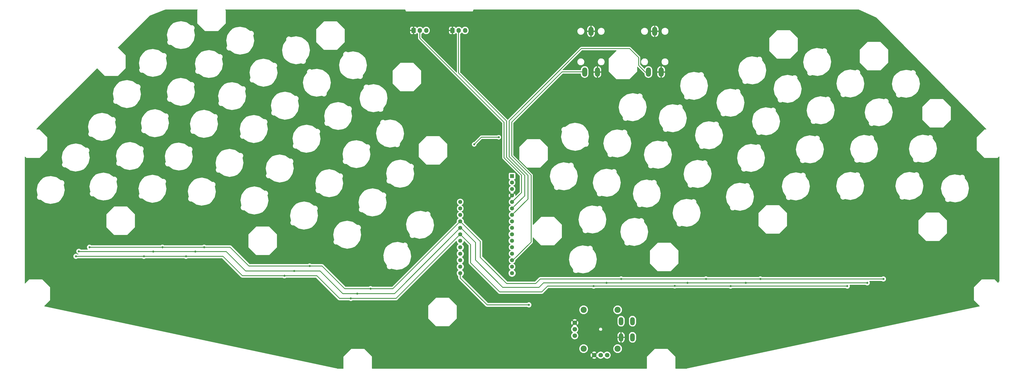
<source format=gbl>
%TF.GenerationSoftware,KiCad,Pcbnew,7.0.10-148-g62bb553460*%
%TF.CreationDate,2024-03-27T23:52:54+01:00*%
%TF.ProjectId,bandoneon,62616e64-6f6e-4656-9f6e-2e6b69636164,rev?*%
%TF.SameCoordinates,Original*%
%TF.FileFunction,Copper,L2,Bot*%
%TF.FilePolarity,Positive*%
%FSLAX46Y46*%
G04 Gerber Fmt 4.6, Leading zero omitted, Abs format (unit mm)*
G04 Created by KiCad (PCBNEW 7.0.10-148-g62bb553460) date 2024-03-27 23:52:54*
%MOMM*%
%LPD*%
G01*
G04 APERTURE LIST*
G04 Aperture macros list*
%AMRoundRect*
0 Rectangle with rounded corners*
0 $1 Rounding radius*
0 $2 $3 $4 $5 $6 $7 $8 $9 X,Y pos of 4 corners*
0 Add a 4 corners polygon primitive as box body*
4,1,4,$2,$3,$4,$5,$6,$7,$8,$9,$2,$3,0*
0 Add four circle primitives for the rounded corners*
1,1,$1+$1,$2,$3*
1,1,$1+$1,$4,$5*
1,1,$1+$1,$6,$7*
1,1,$1+$1,$8,$9*
0 Add four rect primitives between the rounded corners*
20,1,$1+$1,$2,$3,$4,$5,0*
20,1,$1+$1,$4,$5,$6,$7,0*
20,1,$1+$1,$6,$7,$8,$9,0*
20,1,$1+$1,$8,$9,$2,$3,0*%
G04 Aperture macros list end*
%TA.AperFunction,ComponentPad*%
%ADD10R,1.600000X1.600000*%
%TD*%
%TA.AperFunction,ComponentPad*%
%ADD11C,1.600000*%
%TD*%
%TA.AperFunction,ComponentPad*%
%ADD12C,2.400000*%
%TD*%
%TA.AperFunction,ComponentPad*%
%ADD13O,1.800000X3.200000*%
%TD*%
%TA.AperFunction,ComponentPad*%
%ADD14C,1.800000*%
%TD*%
%TA.AperFunction,ComponentPad*%
%ADD15O,2.000000X3.600000*%
%TD*%
%TA.AperFunction,ComponentPad*%
%ADD16O,2.000000X3.500000*%
%TD*%
%TA.AperFunction,ComponentPad*%
%ADD17RoundRect,0.250000X-0.600000X-0.725000X0.600000X-0.725000X0.600000X0.725000X-0.600000X0.725000X0*%
%TD*%
%TA.AperFunction,ComponentPad*%
%ADD18O,1.700000X1.950000*%
%TD*%
%TA.AperFunction,ViaPad*%
%ADD19C,0.800000*%
%TD*%
%TA.AperFunction,Conductor*%
%ADD20C,0.300000*%
%TD*%
G04 APERTURE END LIST*
D10*
%TO.P,U1,1,RESET*%
%TO.N,unconnected-(U1-RESET-Pad1)*%
X310515000Y-181610000D03*
D11*
%TO.P,U1,2,3.3V*%
%TO.N,+3.3V*%
X310515000Y-184150000D03*
%TO.P,U1,3,AREF*%
%TO.N,unconnected-(U1-AREF-Pad3)*%
X310515000Y-186690000D03*
%TO.P,U1,4,GND*%
%TO.N,GND*%
X310515000Y-189230000D03*
%TO.P,U1,5,PA02(14/A0)*%
%TO.N,/P2*%
X310515000Y-191770000D03*
%TO.P,U1,6,PA05(15/A1)*%
%TO.N,/P1*%
X310515000Y-194310000D03*
%TO.P,U1,7,PB08(16/A2)*%
%TO.N,/EXPR_PED*%
X310515000Y-196850000D03*
%TO.P,U1,8,PB09(17/A3)*%
%TO.N,/JOY_X*%
X310515000Y-199390000D03*
%TO.P,U1,9,PA04(18/A4)*%
%TO.N,/JOY_Y*%
X310515000Y-201930000D03*
%TO.P,U1,10,PA06(19/A5)*%
%TO.N,/G7/MISO*%
X310515000Y-204470000D03*
%TO.P,U1,11,PA17(25)*%
%TO.N,/G10/MISO*%
X310515000Y-207010000D03*
%TO.P,U1,12,PB23(24)*%
%TO.N,unconnected-(U1-PB23(24)-Pad12)*%
X310515000Y-209550000D03*
%TO.P,U1,13,PB22(23)*%
%TO.N,unconnected-(U1-PB22(23)-Pad13)*%
X310515000Y-212090000D03*
%TO.P,U1,14,PB17(0)*%
%TO.N,/SUS_PED*%
X310515000Y-214630000D03*
%TO.P,U1,15,PB16(1)*%
%TO.N,/JOY_BT*%
X310515000Y-217170000D03*
%TO.P,U1,16,PA14(4)*%
%TO.N,/G6/MISO*%
X310515000Y-219710000D03*
%TO.P,U1,17,(21)PA12*%
%TO.N,/G9/MISO*%
X290195000Y-219710000D03*
%TO.P,U1,18,(22)PA13*%
%TO.N,/G5/MISO*%
X290195000Y-217170000D03*
%TO.P,U1,19,(5)PA16*%
%TO.N,/G3/MISO*%
X290195000Y-214630000D03*
%TO.P,U1,20,(6)PA18*%
%TO.N,/G4/MISO*%
X290195000Y-212090000D03*
%TO.P,U1,21,(9)PA19*%
%TO.N,/G2/MISO*%
X290195000Y-209550000D03*
%TO.P,U1,22,(10)PA20*%
%TO.N,/G1/MISO*%
X290195000Y-207010000D03*
%TO.P,U1,23,(11)PA21*%
%TO.N,/CS*%
X290195000Y-204470000D03*
%TO.P,U1,24,(12)PA22*%
%TO.N,/MOSI*%
X290195000Y-201930000D03*
%TO.P,U1,25,(13)PA23*%
%TO.N,/CLK*%
X290195000Y-199390000D03*
%TO.P,U1,26,VBUS*%
%TO.N,/VBUS*%
X290195000Y-196850000D03*
%TO.P,U1,27,EN*%
%TO.N,unconnected-(U1-EN-Pad27)*%
X290195000Y-194310000D03*
%TO.P,U1,28,VBAT*%
%TO.N,unconnected-(U1-VBAT-Pad28)*%
X290195000Y-191770000D03*
%TD*%
D12*
%TO.P,J1,*%
%TO.N,*%
X338597000Y-249345000D03*
X351933000Y-249345000D03*
D13*
X353266000Y-238550000D03*
X357766000Y-238550000D03*
D12*
X338597000Y-234105000D03*
X351933000Y-234105000D03*
D14*
%TO.P,J1,0,X-*%
%TO.N,GND*%
X342725000Y-251885000D03*
%TO.P,J1,1,X*%
%TO.N,/JOY_X*%
X345265000Y-251885000D03*
%TO.P,J1,2,X+*%
%TO.N,+3.3V*%
X347805000Y-251885000D03*
%TO.P,J1,3,Y-*%
%TO.N,GND*%
X335105000Y-239185000D03*
%TO.P,J1,4,Y*%
%TO.N,/JOY_Y*%
X335105000Y-241725000D03*
%TO.P,J1,5,Y+*%
%TO.N,+3.3V*%
X335105000Y-244265000D03*
D13*
%TO.P,J1,6,BTN-*%
%TO.N,GND*%
X353266000Y-244900000D03*
%TO.P,J1,7,BTN+*%
%TO.N,/JOY_BT*%
X357766000Y-244900000D03*
%TD*%
D15*
%TO.P,J5,R*%
%TO.N,GND*%
X344000000Y-140780000D03*
D16*
%TO.P,J5,S*%
X341500000Y-124780000D03*
D15*
%TO.P,J5,T*%
%TO.N,/SUS_PED*%
X339000000Y-140780000D03*
%TD*%
%TO.P,J4,R*%
%TO.N,GND*%
X369000000Y-140780000D03*
D16*
%TO.P,J4,S*%
X366500000Y-124780000D03*
D15*
%TO.P,J4,T*%
%TO.N,/EXPR_PED*%
X364000000Y-140780000D03*
%TD*%
D17*
%TO.P,J6,1,Pin_1*%
%TO.N,GND*%
X271860000Y-124460000D03*
D18*
%TO.P,J6,2,Pin_2*%
%TO.N,/P2*%
X274360000Y-124460000D03*
%TO.P,J6,3,Pin_3*%
%TO.N,+3.3V*%
X276860000Y-124460000D03*
%TD*%
D17*
%TO.P,J7,1,Pin_1*%
%TO.N,GND*%
X287100000Y-124460000D03*
D18*
%TO.P,J7,2,Pin_2*%
%TO.N,/P1*%
X289600000Y-124460000D03*
%TO.P,J7,3,Pin_3*%
%TO.N,+3.3V*%
X292100000Y-124460000D03*
%TD*%
D19*
%TO.N,GND*%
X249682000Y-199644000D03*
X270510000Y-176022000D03*
X246380000Y-153162000D03*
X153924000Y-157480000D03*
X267208000Y-168656000D03*
X267716000Y-207010000D03*
X443992000Y-178816000D03*
X213360000Y-158496000D03*
X320040000Y-189230000D03*
X353568000Y-162560000D03*
X195834000Y-133096000D03*
X343408000Y-192532000D03*
X233934000Y-162306000D03*
X203708000Y-171704000D03*
X186563000Y-124841000D03*
X368300000Y-167132000D03*
X300990000Y-212725000D03*
X133985000Y-205232000D03*
X432308000Y-149352000D03*
X260858000Y-155194000D03*
X242824000Y-179578000D03*
X404876000Y-168148000D03*
X466852000Y-179324000D03*
X225298000Y-149352000D03*
X204724000Y-145542000D03*
X419100000Y-141224000D03*
X362712000Y-150368000D03*
X400812000Y-148336000D03*
X143764000Y-169418000D03*
X219710000Y-213995000D03*
X230378000Y-136398000D03*
X398272000Y-217170000D03*
X173482000Y-182118000D03*
X297815000Y-204470000D03*
X410972000Y-153924000D03*
X455168000Y-149860000D03*
X363220000Y-199644000D03*
X174244000Y-155956000D03*
X289560000Y-224028000D03*
X392684000Y-161544000D03*
X223266000Y-173990000D03*
X207772000Y-123952000D03*
X245110000Y-222250000D03*
X217170000Y-136144000D03*
X343408000Y-210312000D03*
X253238000Y-168402000D03*
X213360000Y-186690000D03*
X349504000Y-178308000D03*
X358648000Y-214630000D03*
X472440000Y-164592000D03*
X134112000Y-181864000D03*
X318516000Y-220980000D03*
X193548000Y-156464000D03*
X428244000Y-164084000D03*
X154178000Y-181102000D03*
X192786000Y-183134000D03*
X232664000Y-192278000D03*
X179070000Y-206375000D03*
X164592000Y-169164000D03*
X184912000Y-144018000D03*
X163576000Y-144526000D03*
X443992000Y-138684000D03*
X386588000Y-142240000D03*
X465836000Y-138684000D03*
X405892000Y-134112000D03*
X430784000Y-130556000D03*
X308864000Y-221996000D03*
X252730000Y-141986000D03*
X338836000Y-171196000D03*
X388112000Y-176784000D03*
X364236000Y-182880000D03*
X400304000Y-183388000D03*
X378460000Y-154940000D03*
X383794000Y-191770000D03*
X162814000Y-206248000D03*
X446278000Y-216154000D03*
X173736000Y-132334000D03*
X292735000Y-209550000D03*
X485140000Y-179832000D03*
X332232000Y-175260000D03*
X259588000Y-187198000D03*
X276860000Y-194818000D03*
X315214000Y-228346000D03*
X238760000Y-148336000D03*
X294640000Y-219075000D03*
X377698000Y-218440000D03*
X422656000Y-179324000D03*
X183642000Y-169164000D03*
X324866000Y-227330000D03*
X297688000Y-188976000D03*
X449072000Y-164084000D03*
%TO.N,Net-(H1-OUT)*%
X305308000Y-166385410D03*
X295656000Y-169164000D03*
%TO.N,/G9/MISO*%
X317119000Y-232156000D03*
%TO.N,/CS*%
X166116000Y-213106000D03*
X221234000Y-220726000D03*
X182626000Y-213106000D03*
X374313974Y-224707974D03*
X139446000Y-213106000D03*
X442000000Y-224790000D03*
X247269000Y-229616000D03*
X342519000Y-224790000D03*
X396240000Y-224790000D03*
%TO.N,/MOSI*%
X225044000Y-218821000D03*
X249809000Y-227711000D03*
X402209000Y-223520000D03*
X379349000Y-223520000D03*
X140589000Y-211137500D03*
X169799000Y-211201000D03*
X186309000Y-211201000D03*
X449834000Y-223520000D03*
X347599000Y-223520000D03*
%TO.N,/CLK*%
X386588000Y-221996000D03*
X231140000Y-216916000D03*
X353314000Y-221996000D03*
X456184000Y-221996000D03*
X189755756Y-209550000D03*
X173392052Y-209550000D03*
X255016000Y-225806000D03*
X144780000Y-209550000D03*
X407924000Y-221996000D03*
%TD*%
D20*
%TO.N,Net-(H1-OUT)*%
X298450000Y-166370000D02*
X295656000Y-169164000D01*
X305308000Y-166385410D02*
X305292590Y-166370000D01*
X305292590Y-166370000D02*
X298450000Y-166370000D01*
%TO.N,/G9/MISO*%
X317119000Y-232156000D02*
X300736000Y-232156000D01*
X300736000Y-232156000D02*
X290195000Y-221615000D01*
X290195000Y-221615000D02*
X290195000Y-219710000D01*
%TO.N,/CS*%
X182626000Y-213106000D02*
X139446000Y-213106000D01*
X324485000Y-224790000D02*
X322199000Y-227076000D01*
X247269000Y-229616000D02*
X242824000Y-229616000D01*
X294259000Y-215646000D02*
X294259000Y-208534000D01*
X197104000Y-213106000D02*
X204724000Y-220726000D01*
X204724000Y-220726000D02*
X221234000Y-220726000D01*
X294259000Y-208534000D02*
X290195000Y-204470000D01*
X396240000Y-224790000D02*
X442000000Y-224790000D01*
X342519000Y-224790000D02*
X324485000Y-224790000D01*
X233934000Y-220726000D02*
X221234000Y-220726000D01*
X242824000Y-229616000D02*
X233934000Y-220726000D01*
X305689000Y-227076000D02*
X294259000Y-215646000D01*
X265049000Y-229616000D02*
X290195000Y-204470000D01*
X182626000Y-213106000D02*
X197104000Y-213106000D01*
X374396000Y-224790000D02*
X396240000Y-224790000D01*
X374231948Y-224790000D02*
X374313974Y-224707974D01*
X322199000Y-227076000D02*
X305689000Y-227076000D01*
X247269000Y-229616000D02*
X265049000Y-229616000D01*
X342519000Y-224790000D02*
X374231948Y-224790000D01*
X374313974Y-224707974D02*
X374396000Y-224790000D01*
%TO.N,/MOSI*%
X235204000Y-218821000D02*
X225044000Y-218821000D01*
X290412792Y-201930000D02*
X290195000Y-201930000D01*
X205994000Y-218821000D02*
X198374000Y-211201000D01*
X264414000Y-227711000D02*
X290195000Y-201930000D01*
X296164000Y-207681208D02*
X290412792Y-201930000D01*
X198374000Y-211201000D02*
X186309000Y-211201000D01*
X347599000Y-223520000D02*
X449834000Y-223520000D01*
X249809000Y-227711000D02*
X264414000Y-227711000D01*
X244094000Y-227711000D02*
X235204000Y-218821000D01*
X296164000Y-214566500D02*
X296164000Y-207681208D01*
X321056000Y-225298000D02*
X306895500Y-225298000D01*
X169799000Y-211201000D02*
X140652500Y-211201000D01*
X169799000Y-211201000D02*
X186309000Y-211201000D01*
X306895500Y-225298000D02*
X296164000Y-214566500D01*
X347599000Y-223520000D02*
X322834000Y-223520000D01*
X322834000Y-223520000D02*
X321056000Y-225298000D01*
X249809000Y-227711000D02*
X244094000Y-227711000D01*
X140652500Y-211201000D02*
X140589000Y-211137500D01*
X225044000Y-218821000D02*
X205994000Y-218821000D01*
%TO.N,/CLK*%
X231140000Y-216916000D02*
X207327500Y-216916000D01*
X199961500Y-209550000D02*
X189755756Y-209550000D01*
X207327500Y-216916000D02*
X199961500Y-209550000D01*
X298069000Y-207264000D02*
X290195000Y-199390000D01*
X321564000Y-221996000D02*
X319786000Y-223774000D01*
X189230000Y-209550000D02*
X144780000Y-209550000D01*
X244856000Y-225806000D02*
X235966000Y-216916000D01*
X353314000Y-221996000D02*
X321564000Y-221996000D01*
X255016000Y-225806000D02*
X244856000Y-225806000D01*
X456184000Y-221996000D02*
X407924000Y-221996000D01*
X298069000Y-213487000D02*
X298069000Y-207264000D01*
X386588000Y-221996000D02*
X407924000Y-221996000D01*
X319786000Y-223774000D02*
X308356000Y-223774000D01*
X386588000Y-221996000D02*
X353314000Y-221996000D01*
X255016000Y-225806000D02*
X263779000Y-225806000D01*
X189755756Y-209550000D02*
X189230000Y-209550000D01*
X263779000Y-225806000D02*
X290195000Y-199390000D01*
X308356000Y-223774000D02*
X298069000Y-213487000D01*
X235966000Y-216916000D02*
X231140000Y-216916000D01*
%TO.N,/EXPR_PED*%
X337693000Y-131572000D02*
X356616000Y-131572000D01*
X360172000Y-135128000D02*
X360172000Y-138176000D01*
X309372000Y-173990000D02*
X309372000Y-159893000D01*
X362776000Y-140780000D02*
X364000000Y-140780000D01*
X316738000Y-190627000D02*
X316738000Y-181356000D01*
X316738000Y-181356000D02*
X309372000Y-173990000D01*
X309372000Y-159893000D02*
X337693000Y-131572000D01*
X356616000Y-131572000D02*
X360172000Y-135128000D01*
X310515000Y-196850000D02*
X316738000Y-190627000D01*
X360172000Y-138176000D02*
X362776000Y-140780000D01*
%TO.N,/P1*%
X315468000Y-189357000D02*
X310515000Y-194310000D01*
X308356000Y-160004125D02*
X308356000Y-174244000D01*
X308356000Y-174244000D02*
X315468000Y-181356000D01*
X315468000Y-181356000D02*
X315468000Y-189357000D01*
X289520000Y-124460000D02*
X289520000Y-141168125D01*
X289520000Y-141168125D02*
X308356000Y-160004125D01*
%TO.N,/P2*%
X307340000Y-174417056D02*
X314198000Y-181275056D01*
X314198000Y-181275056D02*
X314198000Y-188087000D01*
X314198000Y-188087000D02*
X310515000Y-191770000D01*
X307340000Y-160528000D02*
X307340000Y-174417056D01*
X274320000Y-127508000D02*
X307340000Y-160528000D01*
X274320000Y-124460000D02*
X274320000Y-127508000D01*
%TO.N,/SUS_PED*%
X310388000Y-173672500D02*
X318008000Y-181292500D01*
X339000000Y-140780000D02*
X338936000Y-140716000D01*
X338936000Y-140716000D02*
X330152375Y-140716000D01*
X318008000Y-181292500D02*
X318008000Y-207490528D01*
X330152375Y-140716000D02*
X310388000Y-160480375D01*
X310868528Y-214630000D02*
X310515000Y-214630000D01*
X310388000Y-160480375D02*
X310388000Y-173672500D01*
X318008000Y-207490528D02*
X310868528Y-214630000D01*
%TD*%
%TA.AperFunction,Conductor*%
%TO.N,GND*%
G36*
X187128430Y-116224685D02*
G01*
X187174185Y-116277489D01*
X187184129Y-116346647D01*
X187155104Y-116410203D01*
X187149072Y-116416681D01*
X187015912Y-116549840D01*
X187015912Y-116549841D01*
X187015912Y-121629841D01*
X190063912Y-124677841D01*
X195143912Y-124677841D01*
X198191912Y-121629841D01*
X198191912Y-116549841D01*
X198058752Y-116416681D01*
X198025267Y-116355358D01*
X198030251Y-116285666D01*
X198072123Y-116229733D01*
X198137587Y-116205316D01*
X198146433Y-116205000D01*
X268460652Y-116205000D01*
X268527691Y-116224685D01*
X268573446Y-116277489D01*
X268573679Y-116278001D01*
X268898737Y-116998416D01*
X268899566Y-117000332D01*
X268899699Y-117000465D01*
X268899808Y-117000506D01*
X268899809Y-117000507D01*
X268899810Y-117000506D01*
X268899890Y-117000537D01*
X268902109Y-117000500D01*
X295095784Y-117000500D01*
X295099812Y-117000636D01*
X295100293Y-117000472D01*
X295100382Y-117000383D01*
X295100383Y-117000383D01*
X295100383Y-117000382D01*
X295100691Y-117000076D01*
X295102441Y-116996204D01*
X295455104Y-116285666D01*
X295460958Y-116273872D01*
X295508394Y-116222573D01*
X295572029Y-116205000D01*
X446378141Y-116205000D01*
X446429453Y-116216115D01*
X453369122Y-119370510D01*
X453406102Y-119396329D01*
X496536240Y-163133934D01*
X496569296Y-163195490D01*
X496563824Y-163265145D01*
X496521562Y-163320784D01*
X496455929Y-163344743D01*
X496447948Y-163345000D01*
X495800999Y-163345000D01*
X492753000Y-166392999D01*
X492753000Y-166393000D01*
X492753000Y-171473000D01*
X495801000Y-174521000D01*
X500881000Y-174521000D01*
X501438319Y-173963681D01*
X501499642Y-173930196D01*
X501569334Y-173935180D01*
X501625267Y-173977052D01*
X501649684Y-174042516D01*
X501650000Y-174051362D01*
X501650000Y-222847456D01*
X501630315Y-222914495D01*
X501629174Y-222916239D01*
X501286301Y-223430548D01*
X501232736Y-223475409D01*
X501163420Y-223484189D01*
X501100361Y-223454100D01*
X501095446Y-223449446D01*
X499780000Y-222134000D01*
X494700000Y-222134000D01*
X494699999Y-222134000D01*
X491652000Y-225181999D01*
X491652000Y-230262000D01*
X493902126Y-232512126D01*
X493935611Y-232573449D01*
X493930627Y-232643141D01*
X493888755Y-232699074D01*
X493840291Y-232721084D01*
X379107777Y-257172277D01*
X379081931Y-257175000D01*
X374712000Y-257175000D01*
X374644961Y-257155315D01*
X374599206Y-257102511D01*
X374588000Y-257051000D01*
X374588000Y-252460000D01*
X371540000Y-249412000D01*
X366460000Y-249412000D01*
X366459999Y-249412000D01*
X363412000Y-252459999D01*
X363412000Y-257051000D01*
X363392315Y-257118039D01*
X363339511Y-257163794D01*
X363288000Y-257175000D01*
X255712000Y-257175000D01*
X255644961Y-257155315D01*
X255599206Y-257102511D01*
X255588000Y-257051000D01*
X255588000Y-252460000D01*
X255013005Y-251885005D01*
X341320202Y-251885005D01*
X341339361Y-252116218D01*
X341396317Y-252341135D01*
X341489515Y-252553606D01*
X341573812Y-252682633D01*
X342285680Y-251970765D01*
X342286749Y-251985028D01*
X342335703Y-252109760D01*
X342419248Y-252214522D01*
X342529960Y-252290004D01*
X342639698Y-252323854D01*
X341926201Y-253037351D01*
X341956649Y-253061050D01*
X342160697Y-253171476D01*
X342160706Y-253171479D01*
X342380139Y-253246811D01*
X342608993Y-253285000D01*
X342841007Y-253285000D01*
X343069860Y-253246811D01*
X343289293Y-253171479D01*
X343289301Y-253171476D01*
X343493355Y-253061047D01*
X343523797Y-253037351D01*
X343523798Y-253037350D01*
X342808398Y-252321950D01*
X342857499Y-252314550D01*
X342978224Y-252256412D01*
X343076450Y-252165272D01*
X343143447Y-252049228D01*
X343161906Y-251968353D01*
X343876185Y-252682632D01*
X343890891Y-252660125D01*
X343944037Y-252614768D01*
X344013268Y-252605344D01*
X344076604Y-252634846D01*
X344098508Y-252660123D01*
X344156021Y-252748153D01*
X344313216Y-252918913D01*
X344313219Y-252918915D01*
X344313222Y-252918918D01*
X344496365Y-253061464D01*
X344496371Y-253061468D01*
X344496374Y-253061470D01*
X344663860Y-253152109D01*
X344699652Y-253171479D01*
X344700497Y-253171936D01*
X344814487Y-253211068D01*
X344920015Y-253247297D01*
X344920017Y-253247297D01*
X344920019Y-253247298D01*
X345148951Y-253285500D01*
X345148952Y-253285500D01*
X345381048Y-253285500D01*
X345381049Y-253285500D01*
X345609981Y-253247298D01*
X345829503Y-253171936D01*
X346033626Y-253061470D01*
X346034170Y-253061047D01*
X346095129Y-253013600D01*
X346216784Y-252918913D01*
X346373979Y-252748153D01*
X346431191Y-252660582D01*
X346484337Y-252615226D01*
X346553568Y-252605802D01*
X346616904Y-252635304D01*
X346638809Y-252660583D01*
X346696016Y-252748147D01*
X346696018Y-252748149D01*
X346696021Y-252748153D01*
X346853216Y-252918913D01*
X346853219Y-252918915D01*
X346853222Y-252918918D01*
X347036365Y-253061464D01*
X347036371Y-253061468D01*
X347036374Y-253061470D01*
X347203860Y-253152109D01*
X347239652Y-253171479D01*
X347240497Y-253171936D01*
X347354487Y-253211068D01*
X347460015Y-253247297D01*
X347460017Y-253247297D01*
X347460019Y-253247298D01*
X347688951Y-253285500D01*
X347688952Y-253285500D01*
X347921048Y-253285500D01*
X347921049Y-253285500D01*
X348149981Y-253247298D01*
X348369503Y-253171936D01*
X348573626Y-253061470D01*
X348574170Y-253061047D01*
X348635129Y-253013600D01*
X348756784Y-252918913D01*
X348913979Y-252748153D01*
X349040924Y-252553849D01*
X349134157Y-252341300D01*
X349191134Y-252116305D01*
X349191135Y-252116297D01*
X349210300Y-251885006D01*
X349210300Y-251884993D01*
X349191135Y-251653702D01*
X349191133Y-251653691D01*
X349134157Y-251428699D01*
X349040924Y-251216151D01*
X348913983Y-251021852D01*
X348913980Y-251021849D01*
X348913979Y-251021847D01*
X348756784Y-250851087D01*
X348756779Y-250851083D01*
X348756777Y-250851081D01*
X348573634Y-250708535D01*
X348573628Y-250708531D01*
X348369504Y-250598064D01*
X348369495Y-250598061D01*
X348149984Y-250522702D01*
X347978282Y-250494050D01*
X347921049Y-250484500D01*
X347688951Y-250484500D01*
X347643164Y-250492140D01*
X347460015Y-250522702D01*
X347240504Y-250598061D01*
X347240495Y-250598064D01*
X347036371Y-250708531D01*
X347036365Y-250708535D01*
X346853222Y-250851081D01*
X346853219Y-250851084D01*
X346696016Y-251021852D01*
X346638809Y-251109416D01*
X346585662Y-251154773D01*
X346516431Y-251164197D01*
X346453095Y-251134695D01*
X346431191Y-251109416D01*
X346373983Y-251021852D01*
X346373980Y-251021849D01*
X346373979Y-251021847D01*
X346216784Y-250851087D01*
X346216779Y-250851083D01*
X346216777Y-250851081D01*
X346033634Y-250708535D01*
X346033628Y-250708531D01*
X345829504Y-250598064D01*
X345829495Y-250598061D01*
X345609984Y-250522702D01*
X345438282Y-250494050D01*
X345381049Y-250484500D01*
X345148951Y-250484500D01*
X345103164Y-250492140D01*
X344920015Y-250522702D01*
X344700504Y-250598061D01*
X344700495Y-250598064D01*
X344496371Y-250708531D01*
X344496365Y-250708535D01*
X344313222Y-250851081D01*
X344313219Y-250851084D01*
X344313216Y-250851086D01*
X344313216Y-250851087D01*
X344169217Y-251007513D01*
X344156015Y-251021854D01*
X344098509Y-251109874D01*
X344045363Y-251155230D01*
X343976132Y-251164654D01*
X343912796Y-251135152D01*
X343890892Y-251109874D01*
X343876186Y-251087365D01*
X343164319Y-251799232D01*
X343163251Y-251784972D01*
X343114297Y-251660240D01*
X343030752Y-251555478D01*
X342920040Y-251479996D01*
X342810300Y-251446145D01*
X343523797Y-250732647D01*
X343523797Y-250732645D01*
X343493360Y-250708955D01*
X343493354Y-250708951D01*
X343289302Y-250598523D01*
X343289293Y-250598520D01*
X343069860Y-250523188D01*
X342841007Y-250485000D01*
X342608993Y-250485000D01*
X342380139Y-250523188D01*
X342160706Y-250598520D01*
X342160697Y-250598523D01*
X341956650Y-250708949D01*
X341926200Y-250732647D01*
X342641602Y-251448049D01*
X342592501Y-251455450D01*
X342471776Y-251513588D01*
X342373550Y-251604728D01*
X342306553Y-251720772D01*
X342288093Y-251801647D01*
X341573811Y-251087365D01*
X341489516Y-251216390D01*
X341396317Y-251428864D01*
X341339361Y-251653781D01*
X341320202Y-251884994D01*
X341320202Y-251885005D01*
X255013005Y-251885005D01*
X252540000Y-249412000D01*
X247460000Y-249412000D01*
X247459999Y-249412000D01*
X244412000Y-252459999D01*
X244412000Y-257051000D01*
X244392315Y-257118039D01*
X244339511Y-257163794D01*
X244288000Y-257175000D01*
X241948069Y-257175000D01*
X241922223Y-257172277D01*
X205194251Y-249345004D01*
X336891732Y-249345004D01*
X336910777Y-249599154D01*
X336910778Y-249599157D01*
X336967492Y-249847637D01*
X337060607Y-250084888D01*
X337188041Y-250305612D01*
X337346950Y-250504877D01*
X337533783Y-250678232D01*
X337744366Y-250821805D01*
X337744371Y-250821807D01*
X337744372Y-250821808D01*
X337744373Y-250821809D01*
X337866328Y-250880538D01*
X337973992Y-250932387D01*
X337973993Y-250932387D01*
X337973996Y-250932389D01*
X338217542Y-251007513D01*
X338469565Y-251045500D01*
X338724435Y-251045500D01*
X338976458Y-251007513D01*
X339220004Y-250932389D01*
X339449634Y-250821805D01*
X339660217Y-250678232D01*
X339847050Y-250504877D01*
X340005959Y-250305612D01*
X340133393Y-250084888D01*
X340226508Y-249847637D01*
X340283222Y-249599157D01*
X340302268Y-249345004D01*
X350227732Y-249345004D01*
X350246777Y-249599154D01*
X350246778Y-249599157D01*
X350303492Y-249847637D01*
X350396607Y-250084888D01*
X350524041Y-250305612D01*
X350682950Y-250504877D01*
X350869783Y-250678232D01*
X351080366Y-250821805D01*
X351080371Y-250821807D01*
X351080372Y-250821808D01*
X351080373Y-250821809D01*
X351202328Y-250880538D01*
X351309992Y-250932387D01*
X351309993Y-250932387D01*
X351309996Y-250932389D01*
X351553542Y-251007513D01*
X351805565Y-251045500D01*
X352060435Y-251045500D01*
X352312458Y-251007513D01*
X352556004Y-250932389D01*
X352785634Y-250821805D01*
X352996217Y-250678232D01*
X353183050Y-250504877D01*
X353341959Y-250305612D01*
X353469393Y-250084888D01*
X353562508Y-249847637D01*
X353619222Y-249599157D01*
X353638268Y-249345000D01*
X353619222Y-249090843D01*
X353562508Y-248842363D01*
X353469393Y-248605112D01*
X353341959Y-248384388D01*
X353183050Y-248185123D01*
X352996217Y-248011768D01*
X352785634Y-247868195D01*
X352785630Y-247868193D01*
X352785627Y-247868191D01*
X352785626Y-247868190D01*
X352556006Y-247757612D01*
X352556008Y-247757612D01*
X352312466Y-247682489D01*
X352312462Y-247682488D01*
X352312458Y-247682487D01*
X352191231Y-247664214D01*
X352060440Y-247644500D01*
X352060435Y-247644500D01*
X351805565Y-247644500D01*
X351805559Y-247644500D01*
X351648609Y-247668157D01*
X351553542Y-247682487D01*
X351553539Y-247682488D01*
X351553533Y-247682489D01*
X351309992Y-247757612D01*
X351080373Y-247868190D01*
X351080372Y-247868191D01*
X350869782Y-248011768D01*
X350682952Y-248185121D01*
X350682950Y-248185123D01*
X350524041Y-248384388D01*
X350396608Y-248605109D01*
X350303492Y-248842362D01*
X350303490Y-248842369D01*
X350246777Y-249090845D01*
X350227732Y-249344995D01*
X350227732Y-249345004D01*
X340302268Y-249345004D01*
X340302268Y-249345000D01*
X340283222Y-249090843D01*
X340226508Y-248842363D01*
X340133393Y-248605112D01*
X340005959Y-248384388D01*
X339847050Y-248185123D01*
X339660217Y-248011768D01*
X339449634Y-247868195D01*
X339449630Y-247868193D01*
X339449627Y-247868191D01*
X339449626Y-247868190D01*
X339220006Y-247757612D01*
X339220008Y-247757612D01*
X338976466Y-247682489D01*
X338976462Y-247682488D01*
X338976458Y-247682487D01*
X338855231Y-247664214D01*
X338724440Y-247644500D01*
X338724435Y-247644500D01*
X338469565Y-247644500D01*
X338469559Y-247644500D01*
X338312609Y-247668157D01*
X338217542Y-247682487D01*
X338217539Y-247682488D01*
X338217533Y-247682489D01*
X337973992Y-247757612D01*
X337744373Y-247868190D01*
X337744372Y-247868191D01*
X337533782Y-248011768D01*
X337346952Y-248185121D01*
X337346950Y-248185123D01*
X337188041Y-248384388D01*
X337060608Y-248605109D01*
X336967492Y-248842362D01*
X336967490Y-248842369D01*
X336910777Y-249090845D01*
X336891732Y-249344995D01*
X336891732Y-249345004D01*
X205194251Y-249345004D01*
X181357338Y-244265006D01*
X333699700Y-244265006D01*
X333718864Y-244496297D01*
X333718866Y-244496308D01*
X333775842Y-244721300D01*
X333869075Y-244933848D01*
X333996016Y-245128147D01*
X333996019Y-245128151D01*
X333996021Y-245128153D01*
X334153216Y-245298913D01*
X334153219Y-245298915D01*
X334153222Y-245298918D01*
X334336365Y-245441464D01*
X334336371Y-245441468D01*
X334336374Y-245441470D01*
X334540497Y-245551936D01*
X334654487Y-245591068D01*
X334760015Y-245627297D01*
X334760017Y-245627297D01*
X334760019Y-245627298D01*
X334988951Y-245665500D01*
X334988952Y-245665500D01*
X335221048Y-245665500D01*
X335221049Y-245665500D01*
X335257059Y-245659491D01*
X351866000Y-245659491D01*
X351881147Y-245837450D01*
X351881148Y-245837453D01*
X351941197Y-246068078D01*
X352039360Y-246285241D01*
X352039362Y-246285244D01*
X352172812Y-246482688D01*
X352172814Y-246482690D01*
X352337706Y-246654736D01*
X352529316Y-246796450D01*
X352742115Y-246903741D01*
X352969987Y-246973526D01*
X352969985Y-246973526D01*
X353016000Y-246979418D01*
X353016000Y-245267532D01*
X353070960Y-245305004D01*
X353199002Y-245344500D01*
X353299312Y-245344500D01*
X353398499Y-245329550D01*
X353516000Y-245272964D01*
X353516000Y-246978264D01*
X353677434Y-246943473D01*
X353898562Y-246854616D01*
X354101494Y-246729666D01*
X354280389Y-246572219D01*
X354280396Y-246572213D01*
X354430102Y-246386805D01*
X354430109Y-246386795D01*
X354546331Y-246178751D01*
X354625722Y-245954052D01*
X354625726Y-245954038D01*
X354665999Y-245719167D01*
X354666000Y-245719156D01*
X354666000Y-245659515D01*
X356365500Y-245659515D01*
X356380652Y-245837536D01*
X356440724Y-246068248D01*
X356538919Y-246285480D01*
X356538924Y-246285488D01*
X356672413Y-246482993D01*
X356672418Y-246482998D01*
X356672421Y-246483003D01*
X356837379Y-246655118D01*
X357029053Y-246796879D01*
X357241926Y-246904207D01*
X357469877Y-246974016D01*
X357706346Y-247004298D01*
X357944532Y-246994180D01*
X358177581Y-246943954D01*
X358398790Y-246855064D01*
X358601795Y-246730069D01*
X358780755Y-246572564D01*
X358930523Y-246387080D01*
X359046790Y-246178954D01*
X359126211Y-245954171D01*
X359146224Y-245837453D01*
X359166499Y-245719209D01*
X359166500Y-245719198D01*
X359166500Y-244140503D01*
X359166499Y-244140484D01*
X359151347Y-243962463D01*
X359091275Y-243731751D01*
X358993080Y-243514519D01*
X358993075Y-243514511D01*
X358859586Y-243317006D01*
X358859582Y-243317001D01*
X358859579Y-243316997D01*
X358694621Y-243144882D01*
X358502947Y-243003121D01*
X358290074Y-242895793D01*
X358160283Y-242856045D01*
X358062121Y-242825983D01*
X357825647Y-242795701D01*
X357587471Y-242805819D01*
X357587467Y-242805819D01*
X357354419Y-242856045D01*
X357133211Y-242944935D01*
X356930203Y-243069932D01*
X356751245Y-243227435D01*
X356678676Y-243317311D01*
X356601477Y-243412920D01*
X356601476Y-243412922D01*
X356485210Y-243621044D01*
X356405788Y-243845829D01*
X356365500Y-244080790D01*
X356365500Y-245659515D01*
X354666000Y-245659515D01*
X354666000Y-245150000D01*
X353634927Y-245150000D01*
X353684447Y-245064228D01*
X353714264Y-244933593D01*
X353704251Y-244799972D01*
X353655297Y-244675240D01*
X353635169Y-244650000D01*
X354666000Y-244650000D01*
X354666000Y-244140527D01*
X354665999Y-244140508D01*
X354650852Y-243962549D01*
X354650851Y-243962546D01*
X354590802Y-243731921D01*
X354492639Y-243514758D01*
X354492637Y-243514755D01*
X354359187Y-243317311D01*
X354359185Y-243317309D01*
X354194293Y-243145263D01*
X354002683Y-243003549D01*
X353789884Y-242896257D01*
X353562020Y-242826475D01*
X353516000Y-242820581D01*
X353516000Y-244532467D01*
X353461040Y-244494996D01*
X353332998Y-244455500D01*
X353232688Y-244455500D01*
X353133501Y-244470450D01*
X353016000Y-244527035D01*
X353016000Y-242821734D01*
X353015999Y-242821734D01*
X352854566Y-242856525D01*
X352633437Y-242945383D01*
X352430505Y-243070333D01*
X352251610Y-243227780D01*
X352251603Y-243227786D01*
X352101897Y-243413194D01*
X352101890Y-243413204D01*
X351985668Y-243621248D01*
X351906277Y-243845947D01*
X351906273Y-243845961D01*
X351866000Y-244080832D01*
X351866000Y-244650000D01*
X352897073Y-244650000D01*
X352847553Y-244735772D01*
X352817736Y-244866407D01*
X352827749Y-245000028D01*
X352876703Y-245124760D01*
X352896831Y-245150000D01*
X351866000Y-245150000D01*
X351866000Y-245659491D01*
X335257059Y-245659491D01*
X335449981Y-245627298D01*
X335669503Y-245551936D01*
X335873626Y-245441470D01*
X336056784Y-245298913D01*
X336213979Y-245128153D01*
X336340924Y-244933849D01*
X336434157Y-244721300D01*
X336491134Y-244496305D01*
X336491135Y-244496297D01*
X336510300Y-244265006D01*
X336510300Y-244264993D01*
X336491135Y-244033702D01*
X336491133Y-244033691D01*
X336434157Y-243808699D01*
X336340924Y-243596151D01*
X336213983Y-243401852D01*
X336213980Y-243401849D01*
X336213979Y-243401847D01*
X336056784Y-243231087D01*
X335879180Y-243092853D01*
X335838368Y-243036143D01*
X335834693Y-242966370D01*
X335869324Y-242905687D01*
X335879181Y-242897146D01*
X336056784Y-242758913D01*
X336213979Y-242588153D01*
X336340924Y-242393849D01*
X336434157Y-242181300D01*
X336491134Y-241956305D01*
X336500417Y-241844273D01*
X336510300Y-241725006D01*
X336510300Y-241724993D01*
X336506989Y-241685033D01*
X344629737Y-241685033D01*
X344639756Y-241844273D01*
X344689061Y-241996020D01*
X344774553Y-242130732D01*
X344890864Y-242239955D01*
X344890868Y-242239958D01*
X345030678Y-242316818D01*
X345030682Y-242316820D01*
X345185223Y-242356500D01*
X345185226Y-242356500D01*
X345304728Y-242356500D01*
X345304730Y-242356500D01*
X345304735Y-242356499D01*
X345304739Y-242356499D01*
X345317590Y-242354875D01*
X345423296Y-242341522D01*
X345571645Y-242282786D01*
X345700727Y-242189002D01*
X345802431Y-242066064D01*
X345870366Y-241921695D01*
X345900263Y-241764967D01*
X345890244Y-241605728D01*
X345840940Y-241453983D01*
X345840938Y-241453980D01*
X345840938Y-241453979D01*
X345755446Y-241319267D01*
X345639135Y-241210044D01*
X345639131Y-241210041D01*
X345499321Y-241133181D01*
X345499313Y-241133178D01*
X345344779Y-241093500D01*
X345344777Y-241093500D01*
X345225270Y-241093500D01*
X345225260Y-241093500D01*
X345106704Y-241108478D01*
X345106702Y-241108478D01*
X344958356Y-241167213D01*
X344958351Y-241167216D01*
X344829272Y-241260999D01*
X344727567Y-241383938D01*
X344659634Y-241528304D01*
X344659634Y-241528305D01*
X344629737Y-241685030D01*
X344629737Y-241685033D01*
X336506989Y-241685033D01*
X336491135Y-241493702D01*
X336491133Y-241493691D01*
X336434157Y-241268699D01*
X336340924Y-241056151D01*
X336213983Y-240861852D01*
X336213980Y-240861849D01*
X336213979Y-240861847D01*
X336056784Y-240691087D01*
X335878773Y-240552536D01*
X335837961Y-240495826D01*
X335834286Y-240426053D01*
X335868917Y-240365370D01*
X335878772Y-240356831D01*
X335903797Y-240337352D01*
X335903798Y-240337350D01*
X335188398Y-239621950D01*
X335237499Y-239614550D01*
X335358224Y-239556412D01*
X335456450Y-239465272D01*
X335523447Y-239349228D01*
X335541906Y-239268353D01*
X336256186Y-239982633D01*
X336340482Y-239853611D01*
X336433682Y-239641135D01*
X336490638Y-239416218D01*
X336499480Y-239309515D01*
X351865500Y-239309515D01*
X351880652Y-239487536D01*
X351940724Y-239718248D01*
X352038919Y-239935480D01*
X352038924Y-239935488D01*
X352172413Y-240132993D01*
X352172418Y-240132998D01*
X352172421Y-240133003D01*
X352337379Y-240305118D01*
X352529053Y-240446879D01*
X352741926Y-240554207D01*
X352969877Y-240624016D01*
X353206346Y-240654298D01*
X353444532Y-240644180D01*
X353677581Y-240593954D01*
X353898790Y-240505064D01*
X354101795Y-240380069D01*
X354280755Y-240222564D01*
X354430523Y-240037080D01*
X354546790Y-239828954D01*
X354626211Y-239604171D01*
X354650027Y-239465272D01*
X354666499Y-239369209D01*
X354666500Y-239369198D01*
X354666500Y-239309515D01*
X356365500Y-239309515D01*
X356380652Y-239487536D01*
X356440724Y-239718248D01*
X356538919Y-239935480D01*
X356538924Y-239935488D01*
X356672413Y-240132993D01*
X356672418Y-240132998D01*
X356672421Y-240133003D01*
X356837379Y-240305118D01*
X357029053Y-240446879D01*
X357241926Y-240554207D01*
X357469877Y-240624016D01*
X357706346Y-240654298D01*
X357944532Y-240644180D01*
X358177581Y-240593954D01*
X358398790Y-240505064D01*
X358601795Y-240380069D01*
X358780755Y-240222564D01*
X358930523Y-240037080D01*
X359046790Y-239828954D01*
X359126211Y-239604171D01*
X359150027Y-239465272D01*
X359166499Y-239369209D01*
X359166500Y-239369198D01*
X359166500Y-237790503D01*
X359166499Y-237790484D01*
X359151347Y-237612463D01*
X359091275Y-237381751D01*
X358993080Y-237164519D01*
X358993075Y-237164511D01*
X358859586Y-236967006D01*
X358859582Y-236967001D01*
X358859579Y-236966997D01*
X358694621Y-236794882D01*
X358502947Y-236653121D01*
X358290074Y-236545793D01*
X358160283Y-236506045D01*
X358062121Y-236475983D01*
X357825647Y-236445701D01*
X357587471Y-236455819D01*
X357587467Y-236455819D01*
X357354419Y-236506045D01*
X357133211Y-236594935D01*
X356930203Y-236719932D01*
X356751245Y-236877435D01*
X356678929Y-236966997D01*
X356601477Y-237062920D01*
X356601476Y-237062922D01*
X356485210Y-237271044D01*
X356405788Y-237495829D01*
X356365500Y-237730790D01*
X356365500Y-239309515D01*
X354666500Y-239309515D01*
X354666500Y-237790503D01*
X354666499Y-237790484D01*
X354651347Y-237612463D01*
X354591275Y-237381751D01*
X354493080Y-237164519D01*
X354493075Y-237164511D01*
X354359586Y-236967006D01*
X354359582Y-236967001D01*
X354359579Y-236966997D01*
X354194621Y-236794882D01*
X354002947Y-236653121D01*
X353790074Y-236545793D01*
X353660283Y-236506045D01*
X353562121Y-236475983D01*
X353325647Y-236445701D01*
X353087471Y-236455819D01*
X353087467Y-236455819D01*
X352854419Y-236506045D01*
X352633211Y-236594935D01*
X352430203Y-236719932D01*
X352251245Y-236877435D01*
X352178929Y-236966997D01*
X352101477Y-237062920D01*
X352101476Y-237062922D01*
X351985210Y-237271044D01*
X351905788Y-237495829D01*
X351865500Y-237730790D01*
X351865500Y-239309515D01*
X336499480Y-239309515D01*
X336509798Y-239185005D01*
X336509798Y-239184994D01*
X336490638Y-238953781D01*
X336433682Y-238728864D01*
X336340484Y-238516393D01*
X336256186Y-238387365D01*
X335544319Y-239099232D01*
X335543251Y-239084972D01*
X335494297Y-238960240D01*
X335410752Y-238855478D01*
X335300040Y-238779996D01*
X335190300Y-238746145D01*
X335903797Y-238032647D01*
X335903797Y-238032645D01*
X335873360Y-238008955D01*
X335873354Y-238008951D01*
X335669302Y-237898523D01*
X335669293Y-237898520D01*
X335449860Y-237823188D01*
X335221007Y-237785000D01*
X334988993Y-237785000D01*
X334760139Y-237823188D01*
X334540706Y-237898520D01*
X334540697Y-237898523D01*
X334336650Y-238008949D01*
X334306200Y-238032647D01*
X335021602Y-238748049D01*
X334972501Y-238755450D01*
X334851776Y-238813588D01*
X334753550Y-238904728D01*
X334686553Y-239020772D01*
X334668093Y-239101646D01*
X333953811Y-238387365D01*
X333869516Y-238516390D01*
X333776317Y-238728864D01*
X333719361Y-238953781D01*
X333700202Y-239184994D01*
X333700202Y-239185005D01*
X333719361Y-239416218D01*
X333776317Y-239641135D01*
X333869515Y-239853606D01*
X333953812Y-239982633D01*
X334665680Y-239270765D01*
X334666749Y-239285028D01*
X334715703Y-239409760D01*
X334799248Y-239514522D01*
X334909960Y-239590004D01*
X335019698Y-239623854D01*
X334306201Y-240337351D01*
X334331226Y-240356829D01*
X334372038Y-240413539D01*
X334375713Y-240483312D01*
X334341081Y-240543995D01*
X334331226Y-240552535D01*
X334153218Y-240691085D01*
X333996016Y-240861852D01*
X333869075Y-241056151D01*
X333775842Y-241268699D01*
X333718866Y-241493691D01*
X333718864Y-241493702D01*
X333699700Y-241724993D01*
X333699700Y-241725006D01*
X333718864Y-241956297D01*
X333718866Y-241956308D01*
X333775842Y-242181300D01*
X333869075Y-242393848D01*
X333996016Y-242588147D01*
X333996019Y-242588151D01*
X333996021Y-242588153D01*
X334153216Y-242758913D01*
X334153219Y-242758915D01*
X334153222Y-242758918D01*
X334330818Y-242897147D01*
X334371631Y-242953857D01*
X334375306Y-243023630D01*
X334340674Y-243084313D01*
X334330818Y-243092853D01*
X334153222Y-243231081D01*
X334153219Y-243231084D01*
X333996016Y-243401852D01*
X333869075Y-243596151D01*
X333775842Y-243808699D01*
X333718866Y-244033691D01*
X333718864Y-244033702D01*
X333699700Y-244264993D01*
X333699700Y-244265006D01*
X181357338Y-244265006D01*
X149566926Y-237490000D01*
X277622000Y-237490000D01*
X280670000Y-240538000D01*
X285750000Y-240538000D01*
X288798000Y-237490000D01*
X288798000Y-234105004D01*
X336891732Y-234105004D01*
X336910777Y-234359154D01*
X336910778Y-234359157D01*
X336967492Y-234607637D01*
X337060607Y-234844888D01*
X337188041Y-235065612D01*
X337346950Y-235264877D01*
X337533783Y-235438232D01*
X337744366Y-235581805D01*
X337744371Y-235581807D01*
X337744372Y-235581808D01*
X337744373Y-235581809D01*
X337866328Y-235640538D01*
X337973992Y-235692387D01*
X337973993Y-235692387D01*
X337973996Y-235692389D01*
X338217542Y-235767513D01*
X338469565Y-235805500D01*
X338724435Y-235805500D01*
X338976458Y-235767513D01*
X339220004Y-235692389D01*
X339449634Y-235581805D01*
X339660217Y-235438232D01*
X339847050Y-235264877D01*
X340005959Y-235065612D01*
X340133393Y-234844888D01*
X340226508Y-234607637D01*
X340283222Y-234359157D01*
X340302268Y-234105004D01*
X350227732Y-234105004D01*
X350246777Y-234359154D01*
X350246778Y-234359157D01*
X350303492Y-234607637D01*
X350396607Y-234844888D01*
X350524041Y-235065612D01*
X350682950Y-235264877D01*
X350869783Y-235438232D01*
X351080366Y-235581805D01*
X351080371Y-235581807D01*
X351080372Y-235581808D01*
X351080373Y-235581809D01*
X351202328Y-235640538D01*
X351309992Y-235692387D01*
X351309993Y-235692387D01*
X351309996Y-235692389D01*
X351553542Y-235767513D01*
X351805565Y-235805500D01*
X352060435Y-235805500D01*
X352312458Y-235767513D01*
X352556004Y-235692389D01*
X352785634Y-235581805D01*
X352996217Y-235438232D01*
X353183050Y-235264877D01*
X353341959Y-235065612D01*
X353469393Y-234844888D01*
X353562508Y-234607637D01*
X353619222Y-234359157D01*
X353638268Y-234105000D01*
X353619222Y-233850843D01*
X353562508Y-233602363D01*
X353469393Y-233365112D01*
X353341959Y-233144388D01*
X353183050Y-232945123D01*
X352996217Y-232771768D01*
X352785634Y-232628195D01*
X352785630Y-232628193D01*
X352785627Y-232628191D01*
X352785626Y-232628190D01*
X352556006Y-232517612D01*
X352556008Y-232517612D01*
X352312466Y-232442489D01*
X352312462Y-232442488D01*
X352312458Y-232442487D01*
X352191231Y-232424214D01*
X352060440Y-232404500D01*
X352060435Y-232404500D01*
X351805565Y-232404500D01*
X351805559Y-232404500D01*
X351648609Y-232428157D01*
X351553542Y-232442487D01*
X351553539Y-232442488D01*
X351553533Y-232442489D01*
X351309992Y-232517612D01*
X351080373Y-232628190D01*
X351080372Y-232628191D01*
X350869782Y-232771768D01*
X350682952Y-232945121D01*
X350682950Y-232945123D01*
X350524041Y-233144388D01*
X350396608Y-233365109D01*
X350303492Y-233602362D01*
X350303490Y-233602369D01*
X350246777Y-233850845D01*
X350227732Y-234104995D01*
X350227732Y-234105004D01*
X340302268Y-234105004D01*
X340302268Y-234105000D01*
X340283222Y-233850843D01*
X340226508Y-233602363D01*
X340133393Y-233365112D01*
X340005959Y-233144388D01*
X339847050Y-232945123D01*
X339660217Y-232771768D01*
X339449634Y-232628195D01*
X339449630Y-232628193D01*
X339449627Y-232628191D01*
X339449626Y-232628190D01*
X339220006Y-232517612D01*
X339220008Y-232517612D01*
X338976466Y-232442489D01*
X338976462Y-232442488D01*
X338976458Y-232442487D01*
X338855231Y-232424214D01*
X338724440Y-232404500D01*
X338724435Y-232404500D01*
X338469565Y-232404500D01*
X338469559Y-232404500D01*
X338312609Y-232428157D01*
X338217542Y-232442487D01*
X338217539Y-232442488D01*
X338217533Y-232442489D01*
X337973992Y-232517612D01*
X337744373Y-232628190D01*
X337744372Y-232628191D01*
X337533782Y-232771768D01*
X337346952Y-232945121D01*
X337346950Y-232945123D01*
X337188041Y-233144388D01*
X337060608Y-233365109D01*
X336967492Y-233602362D01*
X336967490Y-233602369D01*
X336910777Y-233850845D01*
X336891732Y-234104995D01*
X336891732Y-234105004D01*
X288798000Y-234105004D01*
X288798000Y-232410000D01*
X285750000Y-229362000D01*
X280670000Y-229362000D01*
X280669999Y-229362000D01*
X277622000Y-232409999D01*
X277622000Y-232410000D01*
X277622000Y-237490000D01*
X149566926Y-237490000D01*
X127132004Y-232708787D01*
X127070540Y-232675561D01*
X127036796Y-232614380D01*
X127041486Y-232544668D01*
X127070165Y-232499834D01*
X129308000Y-230262000D01*
X129308000Y-225182000D01*
X126260000Y-222134000D01*
X121180000Y-222134000D01*
X121179999Y-222134000D01*
X119591681Y-223722318D01*
X119530358Y-223755803D01*
X119460666Y-223750819D01*
X119404733Y-223708947D01*
X119380316Y-223643483D01*
X119380000Y-223634637D01*
X119380000Y-213106000D01*
X138440659Y-213106000D01*
X138459975Y-213302129D01*
X138517188Y-213490733D01*
X138610086Y-213664532D01*
X138610090Y-213664539D01*
X138735116Y-213816883D01*
X138887460Y-213941909D01*
X138887467Y-213941913D01*
X139061266Y-214034811D01*
X139061269Y-214034811D01*
X139061273Y-214034814D01*
X139249868Y-214092024D01*
X139446000Y-214111341D01*
X139642132Y-214092024D01*
X139830727Y-214034814D01*
X139845977Y-214026663D01*
X139938392Y-213977266D01*
X140004538Y-213941910D01*
X140065567Y-213891825D01*
X140074313Y-213884647D01*
X140138623Y-213857334D01*
X140152978Y-213856500D01*
X165409022Y-213856500D01*
X165476061Y-213876185D01*
X165487687Y-213884647D01*
X165557460Y-213941909D01*
X165557467Y-213941913D01*
X165731266Y-214034811D01*
X165731269Y-214034811D01*
X165731273Y-214034814D01*
X165919868Y-214092024D01*
X166116000Y-214111341D01*
X166312132Y-214092024D01*
X166500727Y-214034814D01*
X166515977Y-214026663D01*
X166608392Y-213977266D01*
X166674538Y-213941910D01*
X166735567Y-213891825D01*
X166744313Y-213884647D01*
X166808623Y-213857334D01*
X166822978Y-213856500D01*
X181919022Y-213856500D01*
X181986061Y-213876185D01*
X181997687Y-213884647D01*
X182067460Y-213941909D01*
X182067467Y-213941913D01*
X182241266Y-214034811D01*
X182241269Y-214034811D01*
X182241273Y-214034814D01*
X182429868Y-214092024D01*
X182626000Y-214111341D01*
X182822132Y-214092024D01*
X183010727Y-214034814D01*
X183025977Y-214026663D01*
X183118392Y-213977266D01*
X183184538Y-213941910D01*
X183245567Y-213891825D01*
X183254313Y-213884647D01*
X183318623Y-213857334D01*
X183332978Y-213856500D01*
X196741770Y-213856500D01*
X196808809Y-213876185D01*
X196829451Y-213892819D01*
X204148267Y-221211634D01*
X204160048Y-221225266D01*
X204174389Y-221244529D01*
X204174390Y-221244530D01*
X204212343Y-221276376D01*
X204220319Y-221283686D01*
X204224219Y-221287587D01*
X204248544Y-221306821D01*
X204251340Y-221309099D01*
X204265241Y-221320763D01*
X204308786Y-221357302D01*
X204308794Y-221357306D01*
X204314824Y-221361273D01*
X204314790Y-221361323D01*
X204321137Y-221365366D01*
X204321169Y-221365316D01*
X204327321Y-221369110D01*
X204395294Y-221400806D01*
X204398510Y-221402362D01*
X204465567Y-221436040D01*
X204465576Y-221436042D01*
X204472355Y-221438510D01*
X204472334Y-221438567D01*
X204479451Y-221441040D01*
X204479470Y-221440984D01*
X204486324Y-221443255D01*
X204486325Y-221443255D01*
X204486327Y-221443256D01*
X204559848Y-221458436D01*
X204563209Y-221459181D01*
X204636279Y-221476500D01*
X204636285Y-221476500D01*
X204643452Y-221477338D01*
X204643445Y-221477397D01*
X204650946Y-221478163D01*
X204650952Y-221478104D01*
X204658141Y-221478733D01*
X204658143Y-221478732D01*
X204658144Y-221478733D01*
X204733111Y-221476552D01*
X204736717Y-221476500D01*
X220527022Y-221476500D01*
X220594061Y-221496185D01*
X220605687Y-221504647D01*
X220675460Y-221561909D01*
X220675467Y-221561913D01*
X220849266Y-221654811D01*
X220849269Y-221654811D01*
X220849273Y-221654814D01*
X221037868Y-221712024D01*
X221234000Y-221731341D01*
X221430132Y-221712024D01*
X221618727Y-221654814D01*
X221621792Y-221653176D01*
X221734330Y-221593023D01*
X221792538Y-221561910D01*
X221862313Y-221504647D01*
X221926623Y-221477334D01*
X221940978Y-221476500D01*
X233571770Y-221476500D01*
X233638809Y-221496185D01*
X233659451Y-221512819D01*
X242248267Y-230101634D01*
X242260048Y-230115266D01*
X242274390Y-230134530D01*
X242312343Y-230166376D01*
X242320319Y-230173686D01*
X242324220Y-230177588D01*
X242348543Y-230196820D01*
X242351304Y-230199069D01*
X242388302Y-230230114D01*
X242408789Y-230247305D01*
X242414818Y-230251270D01*
X242414785Y-230251319D01*
X242421143Y-230255369D01*
X242421175Y-230255319D01*
X242427317Y-230259107D01*
X242427319Y-230259108D01*
X242427323Y-230259111D01*
X242495315Y-230290816D01*
X242498560Y-230292388D01*
X242515338Y-230300814D01*
X242565567Y-230326040D01*
X242565569Y-230326040D01*
X242572361Y-230328513D01*
X242572340Y-230328570D01*
X242579455Y-230331043D01*
X242579475Y-230330986D01*
X242586323Y-230333254D01*
X242586328Y-230333257D01*
X242659852Y-230348437D01*
X242663286Y-230349199D01*
X242685814Y-230354539D01*
X242736274Y-230366499D01*
X242736275Y-230366499D01*
X242736279Y-230366500D01*
X242736283Y-230366500D01*
X242743452Y-230367338D01*
X242743444Y-230367397D01*
X242750945Y-230368164D01*
X242750951Y-230368105D01*
X242758140Y-230368734D01*
X242758144Y-230368733D01*
X242758145Y-230368734D01*
X242833131Y-230366552D01*
X242836738Y-230366500D01*
X246562022Y-230366500D01*
X246629061Y-230386185D01*
X246640687Y-230394647D01*
X246710460Y-230451909D01*
X246710467Y-230451913D01*
X246884266Y-230544811D01*
X246884269Y-230544811D01*
X246884273Y-230544814D01*
X247072868Y-230602024D01*
X247269000Y-230621341D01*
X247465132Y-230602024D01*
X247653727Y-230544814D01*
X247827538Y-230451910D01*
X247897313Y-230394647D01*
X247961623Y-230367334D01*
X247975978Y-230366500D01*
X264985295Y-230366500D01*
X265003265Y-230367809D01*
X265027023Y-230371289D01*
X265076369Y-230366971D01*
X265087176Y-230366500D01*
X265092704Y-230366500D01*
X265092709Y-230366500D01*
X265123556Y-230362893D01*
X265127030Y-230362539D01*
X265201797Y-230355999D01*
X265201805Y-230355996D01*
X265208866Y-230354539D01*
X265208878Y-230354598D01*
X265216243Y-230352965D01*
X265216229Y-230352906D01*
X265223249Y-230351241D01*
X265223255Y-230351241D01*
X265293779Y-230325572D01*
X265297117Y-230324412D01*
X265368334Y-230300814D01*
X265368342Y-230300808D01*
X265374882Y-230297760D01*
X265374908Y-230297816D01*
X265381690Y-230294532D01*
X265381663Y-230294478D01*
X265388113Y-230291238D01*
X265388117Y-230291237D01*
X265450837Y-230249984D01*
X265453732Y-230248140D01*
X265517656Y-230208712D01*
X265517662Y-230208705D01*
X265523325Y-230204229D01*
X265523363Y-230204277D01*
X265529200Y-230199522D01*
X265529161Y-230199475D01*
X265534691Y-230194833D01*
X265534696Y-230194830D01*
X265586184Y-230140254D01*
X265588631Y-230137735D01*
X288594924Y-207131441D01*
X288656245Y-207097958D01*
X288725937Y-207102942D01*
X288781870Y-207144814D01*
X288806179Y-207208884D01*
X288808864Y-207241296D01*
X288808866Y-207241308D01*
X288865842Y-207466300D01*
X288959075Y-207678848D01*
X289086016Y-207873147D01*
X289086019Y-207873151D01*
X289086021Y-207873153D01*
X289243216Y-208043913D01*
X289243219Y-208043915D01*
X289243222Y-208043918D01*
X289420818Y-208182147D01*
X289461631Y-208238857D01*
X289465306Y-208308630D01*
X289430674Y-208369313D01*
X289420818Y-208377853D01*
X289243222Y-208516081D01*
X289243219Y-208516084D01*
X289086016Y-208686852D01*
X288959075Y-208881151D01*
X288865842Y-209093699D01*
X288808866Y-209318691D01*
X288808864Y-209318702D01*
X288789700Y-209549993D01*
X288789700Y-209550006D01*
X288808864Y-209781297D01*
X288808866Y-209781308D01*
X288865842Y-210006300D01*
X288959075Y-210218848D01*
X289086016Y-210413147D01*
X289086019Y-210413151D01*
X289086021Y-210413153D01*
X289243216Y-210583913D01*
X289243219Y-210583915D01*
X289243222Y-210583918D01*
X289420818Y-210722147D01*
X289461631Y-210778857D01*
X289465306Y-210848630D01*
X289430674Y-210909313D01*
X289420818Y-210917853D01*
X289243222Y-211056081D01*
X289243219Y-211056084D01*
X289086016Y-211226852D01*
X288959075Y-211421151D01*
X288865842Y-211633699D01*
X288808866Y-211858691D01*
X288808864Y-211858702D01*
X288789700Y-212089993D01*
X288789700Y-212090006D01*
X288808864Y-212321297D01*
X288808866Y-212321308D01*
X288865842Y-212546300D01*
X288959075Y-212758848D01*
X289086016Y-212953147D01*
X289086019Y-212953151D01*
X289086021Y-212953153D01*
X289243216Y-213123913D01*
X289243219Y-213123915D01*
X289243222Y-213123918D01*
X289420818Y-213262147D01*
X289461631Y-213318857D01*
X289465306Y-213388630D01*
X289430674Y-213449313D01*
X289420818Y-213457853D01*
X289243222Y-213596081D01*
X289243219Y-213596084D01*
X289086016Y-213766852D01*
X288959075Y-213961151D01*
X288865842Y-214173699D01*
X288808866Y-214398691D01*
X288808864Y-214398702D01*
X288789700Y-214629993D01*
X288789700Y-214630006D01*
X288808864Y-214861297D01*
X288808866Y-214861308D01*
X288865842Y-215086300D01*
X288959075Y-215298848D01*
X289086016Y-215493147D01*
X289086019Y-215493151D01*
X289086021Y-215493153D01*
X289243216Y-215663913D01*
X289243219Y-215663915D01*
X289243222Y-215663918D01*
X289420818Y-215802147D01*
X289461631Y-215858857D01*
X289465306Y-215928630D01*
X289430674Y-215989313D01*
X289420818Y-215997853D01*
X289243222Y-216136081D01*
X289243219Y-216136084D01*
X289243216Y-216136086D01*
X289243216Y-216136087D01*
X289216140Y-216165500D01*
X289086016Y-216306852D01*
X288959075Y-216501151D01*
X288865842Y-216713699D01*
X288808866Y-216938691D01*
X288808864Y-216938702D01*
X288789700Y-217169993D01*
X288789700Y-217170006D01*
X288808864Y-217401297D01*
X288808866Y-217401308D01*
X288865842Y-217626300D01*
X288959075Y-217838848D01*
X289086016Y-218033147D01*
X289086019Y-218033151D01*
X289086021Y-218033153D01*
X289243216Y-218203913D01*
X289243219Y-218203915D01*
X289243222Y-218203918D01*
X289420818Y-218342147D01*
X289461631Y-218398857D01*
X289465306Y-218468630D01*
X289430674Y-218529313D01*
X289420818Y-218537853D01*
X289243222Y-218676081D01*
X289243219Y-218676084D01*
X289086016Y-218846852D01*
X288959075Y-219041151D01*
X288865842Y-219253699D01*
X288808866Y-219478691D01*
X288808864Y-219478702D01*
X288789700Y-219709993D01*
X288789700Y-219710006D01*
X288808864Y-219941297D01*
X288808866Y-219941308D01*
X288865842Y-220166300D01*
X288959075Y-220378848D01*
X289086016Y-220573147D01*
X289086019Y-220573151D01*
X289086021Y-220573153D01*
X289243216Y-220743913D01*
X289396662Y-220863344D01*
X289437475Y-220920055D01*
X289444500Y-220961198D01*
X289444500Y-221551294D01*
X289443191Y-221569263D01*
X289439710Y-221593025D01*
X289444028Y-221642368D01*
X289444500Y-221653176D01*
X289444500Y-221658711D01*
X289448098Y-221689495D01*
X289448464Y-221693083D01*
X289455000Y-221767791D01*
X289456461Y-221774867D01*
X289456403Y-221774878D01*
X289458034Y-221782237D01*
X289458092Y-221782224D01*
X289459757Y-221789249D01*
X289459758Y-221789254D01*
X289459759Y-221789255D01*
X289463622Y-221799870D01*
X289485400Y-221859705D01*
X289486582Y-221863107D01*
X289510182Y-221934326D01*
X289513236Y-221940874D01*
X289513182Y-221940898D01*
X289516470Y-221947688D01*
X289516521Y-221947663D01*
X289519761Y-221954114D01*
X289560979Y-222016784D01*
X289562889Y-222019782D01*
X289593972Y-222070174D01*
X289602289Y-222083658D01*
X289606766Y-222089319D01*
X289606719Y-222089356D01*
X289611482Y-222095202D01*
X289611528Y-222095164D01*
X289616173Y-222100699D01*
X289670708Y-222152150D01*
X289673296Y-222154664D01*
X300160267Y-232641634D01*
X300172048Y-232655266D01*
X300186390Y-232674530D01*
X300224343Y-232706376D01*
X300232319Y-232713686D01*
X300236219Y-232717587D01*
X300260544Y-232736821D01*
X300263340Y-232739099D01*
X300291062Y-232762360D01*
X300320786Y-232787302D01*
X300320794Y-232787306D01*
X300326824Y-232791273D01*
X300326790Y-232791323D01*
X300333137Y-232795366D01*
X300333169Y-232795316D01*
X300339321Y-232799110D01*
X300407294Y-232830806D01*
X300410510Y-232832362D01*
X300477567Y-232866040D01*
X300477576Y-232866042D01*
X300484355Y-232868510D01*
X300484334Y-232868567D01*
X300491451Y-232871040D01*
X300491470Y-232870984D01*
X300498324Y-232873255D01*
X300498325Y-232873255D01*
X300498327Y-232873256D01*
X300571848Y-232888436D01*
X300575209Y-232889181D01*
X300648279Y-232906500D01*
X300648285Y-232906500D01*
X300655452Y-232907338D01*
X300655445Y-232907397D01*
X300662946Y-232908163D01*
X300662952Y-232908104D01*
X300670141Y-232908733D01*
X300670143Y-232908732D01*
X300670144Y-232908733D01*
X300745111Y-232906552D01*
X300748717Y-232906500D01*
X316412022Y-232906500D01*
X316479061Y-232926185D01*
X316490687Y-232934647D01*
X316560460Y-232991909D01*
X316560467Y-232991913D01*
X316734266Y-233084811D01*
X316734269Y-233084811D01*
X316734273Y-233084814D01*
X316922868Y-233142024D01*
X317119000Y-233161341D01*
X317315132Y-233142024D01*
X317503727Y-233084814D01*
X317677538Y-232991910D01*
X317829883Y-232866883D01*
X317954910Y-232714538D01*
X318030324Y-232573449D01*
X318047811Y-232540733D01*
X318047811Y-232540732D01*
X318047814Y-232540727D01*
X318105024Y-232352132D01*
X318124341Y-232156000D01*
X318105024Y-231959868D01*
X318047814Y-231771273D01*
X318047811Y-231771269D01*
X318047811Y-231771266D01*
X317954913Y-231597467D01*
X317954909Y-231597460D01*
X317829883Y-231445116D01*
X317677539Y-231320090D01*
X317677532Y-231320086D01*
X317503733Y-231227188D01*
X317503727Y-231227186D01*
X317315132Y-231169976D01*
X317315129Y-231169975D01*
X317119000Y-231150659D01*
X316922870Y-231169975D01*
X316734266Y-231227188D01*
X316560467Y-231320086D01*
X316560460Y-231320090D01*
X316490687Y-231377353D01*
X316426377Y-231404666D01*
X316412022Y-231405500D01*
X301098230Y-231405500D01*
X301031191Y-231385815D01*
X301010549Y-231369181D01*
X290981819Y-221340451D01*
X290948334Y-221279128D01*
X290945500Y-221252770D01*
X290945500Y-220961198D01*
X290965185Y-220894159D01*
X290993338Y-220863344D01*
X291146784Y-220743913D01*
X291303979Y-220573153D01*
X291430924Y-220378849D01*
X291524157Y-220166300D01*
X291581134Y-219941305D01*
X291595304Y-219770297D01*
X291600300Y-219710006D01*
X291600300Y-219709993D01*
X291581135Y-219478702D01*
X291581133Y-219478691D01*
X291524157Y-219253699D01*
X291430924Y-219041151D01*
X291303983Y-218846852D01*
X291303980Y-218846849D01*
X291303979Y-218846847D01*
X291146784Y-218676087D01*
X290969180Y-218537853D01*
X290928368Y-218481143D01*
X290924693Y-218411370D01*
X290959324Y-218350687D01*
X290969181Y-218342146D01*
X290977002Y-218336059D01*
X291146784Y-218203913D01*
X291303979Y-218033153D01*
X291430924Y-217838849D01*
X291524157Y-217626300D01*
X291581134Y-217401305D01*
X291581516Y-217396697D01*
X291600300Y-217170006D01*
X291600300Y-217169993D01*
X291581135Y-216938702D01*
X291581133Y-216938691D01*
X291524157Y-216713699D01*
X291430924Y-216501151D01*
X291303983Y-216306852D01*
X291303980Y-216306849D01*
X291303979Y-216306847D01*
X291146784Y-216136087D01*
X290969180Y-215997853D01*
X290928368Y-215941143D01*
X290924693Y-215871370D01*
X290959324Y-215810687D01*
X290969181Y-215802146D01*
X290973484Y-215798797D01*
X291146784Y-215663913D01*
X291303979Y-215493153D01*
X291430924Y-215298849D01*
X291524157Y-215086300D01*
X291581134Y-214861305D01*
X291581516Y-214856697D01*
X291600300Y-214630006D01*
X291600300Y-214629993D01*
X291581135Y-214398702D01*
X291581133Y-214398691D01*
X291524157Y-214173699D01*
X291430924Y-213961151D01*
X291303983Y-213766852D01*
X291303980Y-213766849D01*
X291303979Y-213766847D01*
X291146784Y-213596087D01*
X290969180Y-213457853D01*
X290928368Y-213401143D01*
X290924693Y-213331370D01*
X290959324Y-213270687D01*
X290969181Y-213262146D01*
X291146784Y-213123913D01*
X291303979Y-212953153D01*
X291430924Y-212758849D01*
X291524157Y-212546300D01*
X291581134Y-212321305D01*
X291581516Y-212316694D01*
X291600300Y-212090006D01*
X291600300Y-212089993D01*
X291581135Y-211858702D01*
X291581133Y-211858691D01*
X291524157Y-211633699D01*
X291430924Y-211421151D01*
X291303983Y-211226852D01*
X291303980Y-211226849D01*
X291303979Y-211226847D01*
X291146784Y-211056087D01*
X290969180Y-210917853D01*
X290928368Y-210861143D01*
X290924693Y-210791370D01*
X290959324Y-210730687D01*
X290969181Y-210722146D01*
X291146784Y-210583913D01*
X291303979Y-210413153D01*
X291430924Y-210218849D01*
X291524157Y-210006300D01*
X291581134Y-209781305D01*
X291581516Y-209776697D01*
X291600300Y-209550006D01*
X291600300Y-209549993D01*
X291581135Y-209318702D01*
X291581133Y-209318691D01*
X291524157Y-209093699D01*
X291430924Y-208881151D01*
X291303983Y-208686852D01*
X291303980Y-208686849D01*
X291303979Y-208686847D01*
X291146784Y-208516087D01*
X290969180Y-208377853D01*
X290928368Y-208321143D01*
X290924693Y-208251370D01*
X290959324Y-208190687D01*
X290969181Y-208182146D01*
X291146784Y-208043913D01*
X291303979Y-207873153D01*
X291430924Y-207678849D01*
X291524157Y-207466300D01*
X291581134Y-207241305D01*
X291583820Y-207208885D01*
X291608971Y-207143703D01*
X291665372Y-207102464D01*
X291735116Y-207098264D01*
X291795077Y-207131445D01*
X293472181Y-208808549D01*
X293505666Y-208869872D01*
X293508500Y-208896230D01*
X293508500Y-215582294D01*
X293507191Y-215600263D01*
X293503710Y-215624025D01*
X293508028Y-215673368D01*
X293508500Y-215684176D01*
X293508500Y-215689711D01*
X293512098Y-215720495D01*
X293512464Y-215724083D01*
X293519000Y-215798791D01*
X293520461Y-215805867D01*
X293520403Y-215805878D01*
X293522034Y-215813237D01*
X293522092Y-215813224D01*
X293523757Y-215820249D01*
X293523758Y-215820254D01*
X293523759Y-215820255D01*
X293537808Y-215858857D01*
X293549400Y-215890705D01*
X293550582Y-215894107D01*
X293574182Y-215965326D01*
X293577236Y-215971874D01*
X293577182Y-215971898D01*
X293580470Y-215978688D01*
X293580521Y-215978663D01*
X293583761Y-215985114D01*
X293624979Y-216047784D01*
X293626889Y-216050782D01*
X293657972Y-216101174D01*
X293666289Y-216114658D01*
X293670766Y-216120319D01*
X293670719Y-216120356D01*
X293675482Y-216126202D01*
X293675528Y-216126164D01*
X293680173Y-216131699D01*
X293734707Y-216183149D01*
X293737295Y-216185663D01*
X305113270Y-227561638D01*
X305125051Y-227575270D01*
X305139388Y-227594528D01*
X305139389Y-227594529D01*
X305139390Y-227594530D01*
X305146253Y-227600289D01*
X305177337Y-227626372D01*
X305185310Y-227633679D01*
X305189217Y-227637586D01*
X305189223Y-227637591D01*
X305213537Y-227656816D01*
X305216318Y-227659080D01*
X305243956Y-227682271D01*
X305273789Y-227707305D01*
X305279818Y-227711270D01*
X305279785Y-227711319D01*
X305286147Y-227715372D01*
X305286179Y-227715321D01*
X305292319Y-227719108D01*
X305292323Y-227719111D01*
X305330977Y-227737135D01*
X305360320Y-227750819D01*
X305363566Y-227752391D01*
X305430562Y-227786038D01*
X305437357Y-227788511D01*
X305437336Y-227788567D01*
X305444457Y-227791043D01*
X305444476Y-227790986D01*
X305451319Y-227793253D01*
X305451327Y-227793257D01*
X305524895Y-227808447D01*
X305528228Y-227809186D01*
X305601279Y-227826500D01*
X305601281Y-227826500D01*
X305601285Y-227826501D01*
X305608453Y-227827339D01*
X305608446Y-227827398D01*
X305615944Y-227828164D01*
X305615950Y-227828105D01*
X305623139Y-227828734D01*
X305623143Y-227828733D01*
X305623144Y-227828734D01*
X305698130Y-227826552D01*
X305701737Y-227826500D01*
X322135295Y-227826500D01*
X322153265Y-227827809D01*
X322177023Y-227831289D01*
X322226369Y-227826971D01*
X322237176Y-227826500D01*
X322242704Y-227826500D01*
X322242709Y-227826500D01*
X322273556Y-227822893D01*
X322277030Y-227822539D01*
X322351797Y-227815999D01*
X322351805Y-227815996D01*
X322358866Y-227814539D01*
X322358878Y-227814598D01*
X322366243Y-227812965D01*
X322366229Y-227812906D01*
X322373249Y-227811241D01*
X322373255Y-227811241D01*
X322443779Y-227785572D01*
X322447117Y-227784412D01*
X322518334Y-227760814D01*
X322518342Y-227760808D01*
X322524882Y-227757760D01*
X322524908Y-227757816D01*
X322531690Y-227754532D01*
X322531663Y-227754478D01*
X322538113Y-227751238D01*
X322538117Y-227751237D01*
X322600837Y-227709984D01*
X322603732Y-227708140D01*
X322667656Y-227668712D01*
X322667662Y-227668705D01*
X322673325Y-227664229D01*
X322673362Y-227664277D01*
X322679204Y-227659518D01*
X322679164Y-227659471D01*
X322684686Y-227654835D01*
X322684696Y-227654830D01*
X322736185Y-227600253D01*
X322738632Y-227597734D01*
X324759548Y-225576819D01*
X324820871Y-225543334D01*
X324847229Y-225540500D01*
X341812022Y-225540500D01*
X341879061Y-225560185D01*
X341890687Y-225568647D01*
X341960460Y-225625909D01*
X341960467Y-225625913D01*
X342134266Y-225718811D01*
X342134269Y-225718811D01*
X342134273Y-225718814D01*
X342322868Y-225776024D01*
X342519000Y-225795341D01*
X342715132Y-225776024D01*
X342903727Y-225718814D01*
X342950155Y-225693998D01*
X342990632Y-225672362D01*
X343077538Y-225625910D01*
X343147313Y-225568647D01*
X343211623Y-225541334D01*
X343225978Y-225540500D01*
X373718044Y-225540500D01*
X373776497Y-225555142D01*
X373908901Y-225625913D01*
X373929247Y-225636788D01*
X374117842Y-225693998D01*
X374313974Y-225713315D01*
X374510106Y-225693998D01*
X374698701Y-225636788D01*
X374749840Y-225609453D01*
X374851451Y-225555142D01*
X374909904Y-225540500D01*
X395533022Y-225540500D01*
X395600061Y-225560185D01*
X395611687Y-225568647D01*
X395681460Y-225625909D01*
X395681467Y-225625913D01*
X395855266Y-225718811D01*
X395855269Y-225718811D01*
X395855273Y-225718814D01*
X396043868Y-225776024D01*
X396240000Y-225795341D01*
X396436132Y-225776024D01*
X396624727Y-225718814D01*
X396671155Y-225693998D01*
X396711632Y-225672362D01*
X396798538Y-225625910D01*
X396868313Y-225568647D01*
X396932623Y-225541334D01*
X396946978Y-225540500D01*
X441293022Y-225540500D01*
X441360061Y-225560185D01*
X441371687Y-225568647D01*
X441441460Y-225625909D01*
X441441467Y-225625913D01*
X441615266Y-225718811D01*
X441615269Y-225718811D01*
X441615273Y-225718814D01*
X441803868Y-225776024D01*
X442000000Y-225795341D01*
X442196132Y-225776024D01*
X442384727Y-225718814D01*
X442431155Y-225693998D01*
X442471632Y-225672362D01*
X442558538Y-225625910D01*
X442710883Y-225500883D01*
X442835910Y-225348538D01*
X442882362Y-225261632D01*
X442928811Y-225174733D01*
X442928811Y-225174732D01*
X442928814Y-225174727D01*
X442986024Y-224986132D01*
X443005341Y-224790000D01*
X442986024Y-224593868D01*
X442936464Y-224430494D01*
X442935842Y-224360628D01*
X442973090Y-224301516D01*
X443036384Y-224271925D01*
X443055126Y-224270500D01*
X449127022Y-224270500D01*
X449194061Y-224290185D01*
X449205687Y-224298647D01*
X449275460Y-224355909D01*
X449275467Y-224355913D01*
X449449266Y-224448811D01*
X449449269Y-224448811D01*
X449449273Y-224448814D01*
X449637868Y-224506024D01*
X449834000Y-224525341D01*
X450030132Y-224506024D01*
X450218727Y-224448814D01*
X450253000Y-224430495D01*
X450383711Y-224360628D01*
X450392538Y-224355910D01*
X450544883Y-224230883D01*
X450669910Y-224078538D01*
X450762814Y-223904727D01*
X450820024Y-223716132D01*
X450839341Y-223520000D01*
X450820024Y-223323868D01*
X450762814Y-223135273D01*
X450762811Y-223135269D01*
X450762811Y-223135266D01*
X450669913Y-222961467D01*
X450669912Y-222961465D01*
X450669910Y-222961462D01*
X450659818Y-222949165D01*
X450632505Y-222884857D01*
X450644295Y-222815989D01*
X450691446Y-222764428D01*
X450755671Y-222746500D01*
X455477022Y-222746500D01*
X455544061Y-222766185D01*
X455555687Y-222774647D01*
X455625460Y-222831909D01*
X455625467Y-222831913D01*
X455799266Y-222924811D01*
X455799269Y-222924811D01*
X455799273Y-222924814D01*
X455987868Y-222982024D01*
X456184000Y-223001341D01*
X456380132Y-222982024D01*
X456568727Y-222924814D01*
X456588033Y-222914495D01*
X456655632Y-222878362D01*
X456742538Y-222831910D01*
X456894883Y-222706883D01*
X457019910Y-222554538D01*
X457112814Y-222380727D01*
X457170024Y-222192132D01*
X457189341Y-221996000D01*
X457170024Y-221799868D01*
X457112814Y-221611273D01*
X457112811Y-221611269D01*
X457112811Y-221611266D01*
X457019913Y-221437467D01*
X457019909Y-221437460D01*
X456894883Y-221285116D01*
X456742539Y-221160090D01*
X456742532Y-221160086D01*
X456568733Y-221067188D01*
X456568727Y-221067186D01*
X456380132Y-221009976D01*
X456380129Y-221009975D01*
X456184000Y-220990659D01*
X455987870Y-221009975D01*
X455799266Y-221067188D01*
X455625467Y-221160086D01*
X455625460Y-221160090D01*
X455555687Y-221217353D01*
X455491377Y-221244666D01*
X455477022Y-221245500D01*
X408630978Y-221245500D01*
X408563939Y-221225815D01*
X408552313Y-221217353D01*
X408482539Y-221160090D01*
X408482532Y-221160086D01*
X408308733Y-221067188D01*
X408308727Y-221067186D01*
X408120132Y-221009976D01*
X408120129Y-221009975D01*
X407924000Y-220990659D01*
X407727870Y-221009975D01*
X407539266Y-221067188D01*
X407365467Y-221160086D01*
X407365460Y-221160090D01*
X407295687Y-221217353D01*
X407231377Y-221244666D01*
X407217022Y-221245500D01*
X387294978Y-221245500D01*
X387227939Y-221225815D01*
X387216313Y-221217353D01*
X387146539Y-221160090D01*
X387146532Y-221160086D01*
X386972733Y-221067188D01*
X386972727Y-221067186D01*
X386784132Y-221009976D01*
X386784129Y-221009975D01*
X386588000Y-220990659D01*
X386391870Y-221009975D01*
X386203266Y-221067188D01*
X386029467Y-221160086D01*
X386029460Y-221160090D01*
X385959687Y-221217353D01*
X385895377Y-221244666D01*
X385881022Y-221245500D01*
X354020978Y-221245500D01*
X353953939Y-221225815D01*
X353942313Y-221217353D01*
X353872539Y-221160090D01*
X353872532Y-221160086D01*
X353698733Y-221067188D01*
X353698727Y-221067186D01*
X353510132Y-221009976D01*
X353510129Y-221009975D01*
X353314000Y-220990659D01*
X353117870Y-221009975D01*
X352929266Y-221067188D01*
X352755467Y-221160086D01*
X352755460Y-221160090D01*
X352685687Y-221217353D01*
X352621377Y-221244666D01*
X352607022Y-221245500D01*
X321627705Y-221245500D01*
X321609735Y-221244191D01*
X321585972Y-221240710D01*
X321538843Y-221244834D01*
X321536630Y-221245028D01*
X321525824Y-221245500D01*
X321520284Y-221245500D01*
X321489501Y-221249098D01*
X321485916Y-221249464D01*
X321411199Y-221256001D01*
X321404132Y-221257460D01*
X321404120Y-221257404D01*
X321396763Y-221259035D01*
X321396777Y-221259092D01*
X321389740Y-221260760D01*
X321319231Y-221286421D01*
X321315854Y-221287595D01*
X321276848Y-221300521D01*
X321244668Y-221311185D01*
X321238126Y-221314236D01*
X321238101Y-221314183D01*
X321231308Y-221317471D01*
X321231334Y-221317523D01*
X321224880Y-221320764D01*
X321162221Y-221361975D01*
X321159181Y-221363912D01*
X321095348Y-221403285D01*
X321089683Y-221407765D01*
X321089647Y-221407719D01*
X321083798Y-221412484D01*
X321083835Y-221412528D01*
X321078310Y-221417164D01*
X321078304Y-221417169D01*
X321078304Y-221417170D01*
X321053694Y-221443255D01*
X321026832Y-221471726D01*
X321024320Y-221474311D01*
X319511451Y-222987181D01*
X319450128Y-223020666D01*
X319423770Y-223023500D01*
X308718229Y-223023500D01*
X308651190Y-223003815D01*
X308630548Y-222987181D01*
X298855819Y-213212451D01*
X298822334Y-213151128D01*
X298819500Y-213124770D01*
X298819500Y-207327705D01*
X298820809Y-207309735D01*
X298821129Y-207307547D01*
X298824289Y-207285977D01*
X298819972Y-207236630D01*
X298819500Y-207225822D01*
X298819500Y-207220296D01*
X298819500Y-207220291D01*
X298815901Y-207189509D01*
X298815536Y-207185929D01*
X298808999Y-207111201D01*
X298807539Y-207104129D01*
X298807597Y-207104116D01*
X298805965Y-207096757D01*
X298805906Y-207096772D01*
X298804241Y-207089751D01*
X298804241Y-207089745D01*
X298778569Y-207019212D01*
X298777421Y-207015909D01*
X298753814Y-206944666D01*
X298753810Y-206944659D01*
X298750760Y-206938118D01*
X298750815Y-206938091D01*
X298747533Y-206931313D01*
X298747480Y-206931340D01*
X298744235Y-206924880D01*
X298703025Y-206862223D01*
X298701086Y-206859181D01*
X298663377Y-206798045D01*
X298661712Y-206795345D01*
X298661711Y-206795344D01*
X298661710Y-206795342D01*
X298657234Y-206789682D01*
X298657281Y-206789644D01*
X298652519Y-206783799D01*
X298652474Y-206783838D01*
X298647831Y-206778305D01*
X298593272Y-206726831D01*
X298590685Y-206724318D01*
X291612069Y-199745701D01*
X291578584Y-199684378D01*
X291579544Y-199627579D01*
X291581134Y-199621305D01*
X291582656Y-199602934D01*
X291600300Y-199390006D01*
X291600300Y-199389993D01*
X291581135Y-199158702D01*
X291581133Y-199158691D01*
X291524157Y-198933699D01*
X291430924Y-198721151D01*
X291303983Y-198526852D01*
X291303980Y-198526849D01*
X291303979Y-198526847D01*
X291146784Y-198356087D01*
X291146779Y-198356083D01*
X291146777Y-198356081D01*
X290963634Y-198213535D01*
X290963628Y-198213531D01*
X290887094Y-198172113D01*
X290837504Y-198122893D01*
X290822396Y-198054676D01*
X290846567Y-197989121D01*
X290874985Y-197961486D01*
X291034139Y-197850047D01*
X291195047Y-197689139D01*
X291325568Y-197502734D01*
X291421739Y-197296496D01*
X291480635Y-197076692D01*
X291500468Y-196850000D01*
X291480635Y-196623308D01*
X291421739Y-196403504D01*
X291325568Y-196197266D01*
X291195047Y-196010861D01*
X291195045Y-196010858D01*
X291034141Y-195849954D01*
X290847734Y-195719432D01*
X290847728Y-195719429D01*
X290791220Y-195693079D01*
X290789724Y-195692381D01*
X290737285Y-195646210D01*
X290718133Y-195579017D01*
X290738348Y-195512135D01*
X290789725Y-195467618D01*
X290847734Y-195440568D01*
X291034139Y-195310047D01*
X291195047Y-195149139D01*
X291325568Y-194962734D01*
X291421739Y-194756496D01*
X291480635Y-194536692D01*
X291500468Y-194310000D01*
X291500467Y-194309994D01*
X291486144Y-194146276D01*
X291480635Y-194083308D01*
X291421739Y-193863504D01*
X291325568Y-193657266D01*
X291208954Y-193490722D01*
X291195045Y-193470858D01*
X291034141Y-193309954D01*
X290847734Y-193179432D01*
X290847728Y-193179429D01*
X290789725Y-193152382D01*
X290737285Y-193106210D01*
X290718133Y-193039017D01*
X290738348Y-192972135D01*
X290789725Y-192927618D01*
X290847734Y-192900568D01*
X291034139Y-192770047D01*
X291195047Y-192609139D01*
X291325568Y-192422734D01*
X291421739Y-192216496D01*
X291480635Y-191996692D01*
X291500468Y-191770000D01*
X291500467Y-191769994D01*
X291493812Y-191693917D01*
X291480635Y-191543308D01*
X291421739Y-191323504D01*
X291325568Y-191117266D01*
X291195047Y-190930861D01*
X291195045Y-190930858D01*
X291034141Y-190769954D01*
X290847734Y-190639432D01*
X290847732Y-190639431D01*
X290641497Y-190543261D01*
X290641488Y-190543258D01*
X290421697Y-190484366D01*
X290421693Y-190484365D01*
X290421692Y-190484365D01*
X290421691Y-190484364D01*
X290421686Y-190484364D01*
X290195002Y-190464532D01*
X290194998Y-190464532D01*
X289968313Y-190484364D01*
X289968302Y-190484366D01*
X289748511Y-190543258D01*
X289748502Y-190543261D01*
X289542267Y-190639431D01*
X289542265Y-190639432D01*
X289355858Y-190769954D01*
X289194954Y-190930858D01*
X289064432Y-191117265D01*
X289064431Y-191117267D01*
X288968261Y-191323502D01*
X288968258Y-191323511D01*
X288909366Y-191543302D01*
X288909364Y-191543313D01*
X288889532Y-191769998D01*
X288889532Y-191770001D01*
X288909364Y-191996686D01*
X288909366Y-191996697D01*
X288968258Y-192216488D01*
X288968261Y-192216497D01*
X289064431Y-192422732D01*
X289064432Y-192422734D01*
X289194954Y-192609141D01*
X289355858Y-192770045D01*
X289355861Y-192770047D01*
X289542266Y-192900568D01*
X289600275Y-192927618D01*
X289652714Y-192973791D01*
X289671866Y-193040984D01*
X289651650Y-193107865D01*
X289600275Y-193152382D01*
X289542267Y-193179431D01*
X289542265Y-193179432D01*
X289355858Y-193309954D01*
X289194954Y-193470858D01*
X289064432Y-193657265D01*
X289064431Y-193657267D01*
X288968261Y-193863502D01*
X288968258Y-193863511D01*
X288909366Y-194083302D01*
X288909364Y-194083313D01*
X288889532Y-194309998D01*
X288889532Y-194310001D01*
X288909364Y-194536686D01*
X288909366Y-194536697D01*
X288968258Y-194756488D01*
X288968261Y-194756497D01*
X289064431Y-194962732D01*
X289064432Y-194962734D01*
X289194954Y-195149141D01*
X289355858Y-195310045D01*
X289355861Y-195310047D01*
X289542266Y-195440568D01*
X289600275Y-195467618D01*
X289652714Y-195513791D01*
X289671866Y-195580984D01*
X289651650Y-195647865D01*
X289600275Y-195692381D01*
X289598780Y-195693079D01*
X289542267Y-195719431D01*
X289542265Y-195719432D01*
X289355858Y-195849954D01*
X289194954Y-196010858D01*
X289064432Y-196197265D01*
X289064431Y-196197267D01*
X288968261Y-196403502D01*
X288968258Y-196403511D01*
X288909366Y-196623302D01*
X288909364Y-196623313D01*
X288889532Y-196849998D01*
X288889532Y-196850001D01*
X288909364Y-197076686D01*
X288909366Y-197076697D01*
X288968258Y-197296488D01*
X288968261Y-197296497D01*
X289064431Y-197502732D01*
X289064432Y-197502734D01*
X289194954Y-197689141D01*
X289355858Y-197850045D01*
X289355861Y-197850047D01*
X289515008Y-197961482D01*
X289515010Y-197961483D01*
X289558635Y-198016059D01*
X289565829Y-198085558D01*
X289534307Y-198147913D01*
X289502905Y-198172112D01*
X289426380Y-198213525D01*
X289426365Y-198213535D01*
X289243222Y-198356081D01*
X289243219Y-198356084D01*
X289243216Y-198356086D01*
X289243216Y-198356087D01*
X289225559Y-198375268D01*
X289086016Y-198526852D01*
X288959075Y-198721151D01*
X288865842Y-198933699D01*
X288808866Y-199158691D01*
X288808864Y-199158702D01*
X288789700Y-199389993D01*
X288789700Y-199390006D01*
X288808865Y-199621303D01*
X288810455Y-199627581D01*
X288807829Y-199697401D01*
X288777930Y-199745701D01*
X263504451Y-225019181D01*
X263443128Y-225052666D01*
X263416770Y-225055500D01*
X255722978Y-225055500D01*
X255655939Y-225035815D01*
X255644313Y-225027353D01*
X255574539Y-224970090D01*
X255574532Y-224970086D01*
X255400733Y-224877188D01*
X255400727Y-224877186D01*
X255212132Y-224819976D01*
X255212129Y-224819975D01*
X255016000Y-224800659D01*
X254819870Y-224819975D01*
X254631266Y-224877188D01*
X254457467Y-224970086D01*
X254457460Y-224970090D01*
X254387687Y-225027353D01*
X254323377Y-225054666D01*
X254309022Y-225055500D01*
X245218229Y-225055500D01*
X245151190Y-225035815D01*
X245130548Y-225019181D01*
X236541729Y-216430361D01*
X236529949Y-216416730D01*
X236515610Y-216397470D01*
X236477651Y-216365619D01*
X236469686Y-216358318D01*
X236465780Y-216354411D01*
X236441443Y-216335168D01*
X236438647Y-216332890D01*
X236381214Y-216284698D01*
X236375180Y-216280729D01*
X236375212Y-216280680D01*
X236368853Y-216276628D01*
X236368822Y-216276679D01*
X236362680Y-216272891D01*
X236362678Y-216272890D01*
X236362677Y-216272889D01*
X236294688Y-216241184D01*
X236291447Y-216239615D01*
X236259442Y-216223542D01*
X236224433Y-216205960D01*
X236224431Y-216205959D01*
X236224430Y-216205959D01*
X236217645Y-216203489D01*
X236217665Y-216203433D01*
X236210549Y-216200959D01*
X236210531Y-216201015D01*
X236203674Y-216198743D01*
X236130210Y-216183573D01*
X236126693Y-216182793D01*
X236053718Y-216165499D01*
X236046547Y-216164661D01*
X236046553Y-216164601D01*
X236039055Y-216163835D01*
X236039050Y-216163895D01*
X236031860Y-216163265D01*
X235956870Y-216165448D01*
X235953263Y-216165500D01*
X231846978Y-216165500D01*
X231779939Y-216145815D01*
X231768313Y-216137353D01*
X231698539Y-216080090D01*
X231698532Y-216080086D01*
X231524733Y-215987188D01*
X231524727Y-215987186D01*
X231379927Y-215943261D01*
X231336129Y-215929975D01*
X231140000Y-215910659D01*
X230943870Y-215929975D01*
X230755266Y-215987188D01*
X230581467Y-216080086D01*
X230581460Y-216080090D01*
X230511687Y-216137353D01*
X230447377Y-216164666D01*
X230433022Y-216165500D01*
X207689730Y-216165500D01*
X207622691Y-216145815D01*
X207602049Y-216129181D01*
X204190401Y-212717533D01*
X259991005Y-212717533D01*
X260328160Y-214846252D01*
X260328161Y-214846256D01*
X261318699Y-216507806D01*
X261413428Y-216610499D01*
X261444414Y-216673122D01*
X261439464Y-216735130D01*
X261421107Y-216788173D01*
X261398802Y-216943313D01*
X261391197Y-216996207D01*
X261401196Y-217206133D01*
X261450747Y-217410384D01*
X261450749Y-217410388D01*
X261538049Y-217601549D01*
X261538052Y-217601554D01*
X261538053Y-217601556D01*
X261538055Y-217601559D01*
X261659965Y-217772758D01*
X261659966Y-217772759D01*
X261659971Y-217772765D01*
X261812071Y-217917791D01*
X261907029Y-217978817D01*
X261988879Y-218031419D01*
X262183994Y-218109531D01*
X262287180Y-218129418D01*
X262390365Y-218149306D01*
X262390366Y-218149306D01*
X262547870Y-218149306D01*
X262547876Y-218149306D01*
X262704669Y-218134334D01*
X262906326Y-218075122D01*
X263093133Y-217978817D01*
X263119397Y-217958162D01*
X263184259Y-217932193D01*
X263247844Y-217942966D01*
X263315323Y-217973989D01*
X263373602Y-218000783D01*
X263373603Y-218000783D01*
X263373605Y-218000784D01*
X265259930Y-218429395D01*
X266847877Y-218177889D01*
X267388652Y-218092239D01*
X267388656Y-218092238D01*
X269050206Y-217101700D01*
X269050206Y-217101699D01*
X269050209Y-217101698D01*
X270002187Y-216223544D01*
X270543184Y-215046795D01*
X270971795Y-213160470D01*
X270817273Y-212184858D01*
X270634639Y-211031747D01*
X270634638Y-211031743D01*
X269644100Y-209370193D01*
X269549370Y-209267500D01*
X269518384Y-209204877D01*
X269523334Y-209142868D01*
X269541693Y-209089827D01*
X269571603Y-208881796D01*
X269561603Y-208671864D01*
X269512053Y-208467618D01*
X269483674Y-208405476D01*
X269424750Y-208276450D01*
X269424747Y-208276445D01*
X269424746Y-208276444D01*
X269424745Y-208276441D01*
X269302835Y-208105242D01*
X269302833Y-208105240D01*
X269302828Y-208105234D01*
X269150728Y-207960208D01*
X268973923Y-207846582D01*
X268960112Y-207841053D01*
X268822002Y-207785762D01*
X268778804Y-207768468D01*
X268572435Y-207728694D01*
X268572434Y-207728694D01*
X268414924Y-207728694D01*
X268258131Y-207743666D01*
X268258127Y-207743667D01*
X268056476Y-207802877D01*
X267869663Y-207899185D01*
X267843399Y-207919839D01*
X267778533Y-207945806D01*
X267714954Y-207935031D01*
X267589197Y-207877217D01*
X267589195Y-207877216D01*
X265702870Y-207448605D01*
X265702868Y-207448605D01*
X263574147Y-207785760D01*
X263574143Y-207785761D01*
X261912593Y-208776299D01*
X260960615Y-209654453D01*
X260960612Y-209654457D01*
X260419616Y-210831204D01*
X259991005Y-212717529D01*
X259991005Y-212717533D01*
X204190401Y-212717533D01*
X201022868Y-209550000D01*
X207137000Y-209550000D01*
X210185000Y-212598000D01*
X215265000Y-212598000D01*
X218313000Y-209550000D01*
X218313000Y-204557522D01*
X240362138Y-204557522D01*
X240503837Y-205377749D01*
X240691440Y-206463694D01*
X240742731Y-206592647D01*
X240749217Y-206662215D01*
X240721225Y-206719676D01*
X240695635Y-206749210D01*
X240695632Y-206749214D01*
X240590552Y-206931216D01*
X240521810Y-207129831D01*
X240521810Y-207129833D01*
X240494196Y-207321900D01*
X240491900Y-207337867D01*
X240501899Y-207547793D01*
X240551450Y-207752044D01*
X240551452Y-207752048D01*
X240638752Y-207943209D01*
X240638755Y-207943214D01*
X240638756Y-207943216D01*
X240638758Y-207943219D01*
X240754134Y-208105242D01*
X240760669Y-208114419D01*
X240760674Y-208114425D01*
X240912774Y-208259451D01*
X240971102Y-208296936D01*
X241089582Y-208373079D01*
X241284697Y-208451191D01*
X241339659Y-208461784D01*
X241491068Y-208490966D01*
X241491069Y-208490966D01*
X241648573Y-208490966D01*
X241648579Y-208490966D01*
X241805372Y-208475994D01*
X241805375Y-208475993D01*
X241805376Y-208475993D01*
X241833897Y-208467618D01*
X241853758Y-208461785D01*
X241923626Y-208461784D01*
X241977424Y-208494142D01*
X242074823Y-208593916D01*
X242074824Y-208593917D01*
X242074823Y-208593917D01*
X243157437Y-209318702D01*
X243682258Y-209670058D01*
X245790422Y-210118162D01*
X247696593Y-209788860D01*
X248900043Y-209310191D01*
X249826816Y-208405477D01*
X249843069Y-208381201D01*
X250127894Y-207955756D01*
X250902958Y-206798042D01*
X251351062Y-204689878D01*
X251021760Y-202783707D01*
X250970467Y-202654751D01*
X250963981Y-202585185D01*
X250991976Y-202527720D01*
X251017565Y-202498190D01*
X251122650Y-202316178D01*
X251191390Y-202117567D01*
X251221300Y-201909536D01*
X251211300Y-201699604D01*
X251161750Y-201495358D01*
X251156340Y-201483511D01*
X251074447Y-201304190D01*
X251074444Y-201304185D01*
X251074443Y-201304184D01*
X251074442Y-201304181D01*
X250952532Y-201132982D01*
X250952530Y-201132980D01*
X250952525Y-201132974D01*
X250800425Y-200987948D01*
X250623620Y-200874322D01*
X250428501Y-200796208D01*
X250222132Y-200756434D01*
X250222131Y-200756434D01*
X250064621Y-200756434D01*
X249907828Y-200771406D01*
X249907824Y-200771407D01*
X249859437Y-200785614D01*
X249789568Y-200785612D01*
X249735774Y-200753255D01*
X249638375Y-200653482D01*
X249638376Y-200653482D01*
X249399758Y-200493733D01*
X268945505Y-200493733D01*
X269282660Y-202622452D01*
X269282661Y-202622456D01*
X270273199Y-204284006D01*
X270367928Y-204386699D01*
X270398914Y-204449322D01*
X270393964Y-204511330D01*
X270375607Y-204564373D01*
X270352657Y-204724000D01*
X270345697Y-204772407D01*
X270355696Y-204982333D01*
X270405247Y-205186584D01*
X270405249Y-205186588D01*
X270492549Y-205377749D01*
X270492552Y-205377754D01*
X270492553Y-205377756D01*
X270492555Y-205377759D01*
X270614465Y-205548958D01*
X270614466Y-205548959D01*
X270614471Y-205548965D01*
X270766571Y-205693991D01*
X270861529Y-205755017D01*
X270943379Y-205807619D01*
X271138494Y-205885731D01*
X271241680Y-205905618D01*
X271344865Y-205925506D01*
X271344866Y-205925506D01*
X271502370Y-205925506D01*
X271502376Y-205925506D01*
X271659169Y-205910534D01*
X271860826Y-205851322D01*
X272047633Y-205755017D01*
X272073897Y-205734362D01*
X272138759Y-205708393D01*
X272202344Y-205719166D01*
X272247658Y-205739999D01*
X272328102Y-205776983D01*
X272328103Y-205776983D01*
X272328105Y-205776984D01*
X274214430Y-206205595D01*
X275697418Y-205970712D01*
X276343152Y-205868439D01*
X276343156Y-205868438D01*
X278004706Y-204877900D01*
X278004706Y-204877899D01*
X278004709Y-204877898D01*
X278956687Y-203999744D01*
X279497684Y-202822995D01*
X279926295Y-200936670D01*
X279780066Y-200013416D01*
X279589139Y-198807947D01*
X279589138Y-198807943D01*
X278598600Y-197146393D01*
X278563977Y-197108860D01*
X278503869Y-197043698D01*
X278472884Y-196981077D01*
X278477834Y-196919068D01*
X278496193Y-196866027D01*
X278526103Y-196657996D01*
X278516103Y-196448064D01*
X278466553Y-196243818D01*
X278460041Y-196229558D01*
X278379250Y-196052650D01*
X278379247Y-196052645D01*
X278379246Y-196052644D01*
X278379245Y-196052641D01*
X278257335Y-195881442D01*
X278257333Y-195881440D01*
X278257328Y-195881434D01*
X278105228Y-195736408D01*
X277928423Y-195622782D01*
X277733304Y-195544668D01*
X277526935Y-195504894D01*
X277526934Y-195504894D01*
X277369424Y-195504894D01*
X277212631Y-195519866D01*
X277212627Y-195519867D01*
X277010976Y-195579077D01*
X277010974Y-195579077D01*
X277010974Y-195579078D01*
X277010249Y-195579452D01*
X276824163Y-195675385D01*
X276797899Y-195696039D01*
X276733033Y-195722006D01*
X276669454Y-195711231D01*
X276543697Y-195653417D01*
X276543695Y-195653416D01*
X274657370Y-195224805D01*
X274657368Y-195224805D01*
X272528647Y-195561960D01*
X272528643Y-195561961D01*
X270867093Y-196552499D01*
X269915115Y-197430653D01*
X269915112Y-197430657D01*
X269374116Y-198607404D01*
X268945505Y-200493729D01*
X268945505Y-200493733D01*
X249399758Y-200493733D01*
X248030945Y-199577344D01*
X248030944Y-199577343D01*
X248030942Y-199577342D01*
X248030940Y-199577341D01*
X248030939Y-199577341D01*
X245922778Y-199129238D01*
X244016605Y-199458540D01*
X242813156Y-199937209D01*
X241886382Y-200841923D01*
X240810244Y-202449354D01*
X240810241Y-202449360D01*
X240380741Y-204470000D01*
X240362138Y-204557522D01*
X218313000Y-204557522D01*
X218313000Y-204470000D01*
X215265000Y-201422000D01*
X210185000Y-201422000D01*
X210184999Y-201422000D01*
X207137000Y-204469999D01*
X207137000Y-204470000D01*
X207137000Y-209550000D01*
X201022868Y-209550000D01*
X200537229Y-209064361D01*
X200525449Y-209050730D01*
X200511110Y-209031470D01*
X200473151Y-208999619D01*
X200465186Y-208992318D01*
X200461280Y-208988411D01*
X200436943Y-208969168D01*
X200434147Y-208966890D01*
X200376714Y-208918698D01*
X200370680Y-208914729D01*
X200370712Y-208914680D01*
X200364353Y-208910628D01*
X200364322Y-208910679D01*
X200358180Y-208906891D01*
X200358178Y-208906890D01*
X200358177Y-208906889D01*
X200290188Y-208875184D01*
X200286947Y-208873615D01*
X200241266Y-208850674D01*
X200219933Y-208839960D01*
X200219931Y-208839959D01*
X200219930Y-208839959D01*
X200213145Y-208837489D01*
X200213165Y-208837433D01*
X200206049Y-208834959D01*
X200206031Y-208835015D01*
X200199174Y-208832743D01*
X200125710Y-208817573D01*
X200122193Y-208816793D01*
X200049218Y-208799499D01*
X200042047Y-208798661D01*
X200042053Y-208798601D01*
X200034555Y-208797835D01*
X200034550Y-208797895D01*
X200027360Y-208797265D01*
X199952370Y-208799448D01*
X199948763Y-208799500D01*
X190462734Y-208799500D01*
X190395695Y-208779815D01*
X190384069Y-208771353D01*
X190314295Y-208714090D01*
X190314288Y-208714086D01*
X190140489Y-208621188D01*
X190140483Y-208621186D01*
X189951888Y-208563976D01*
X189951885Y-208563975D01*
X189755756Y-208544659D01*
X189559626Y-208563975D01*
X189371022Y-208621188D01*
X189197223Y-208714086D01*
X189197216Y-208714090D01*
X189127443Y-208771353D01*
X189063133Y-208798666D01*
X189048778Y-208799500D01*
X174099030Y-208799500D01*
X174031991Y-208779815D01*
X174020365Y-208771353D01*
X173950591Y-208714090D01*
X173950584Y-208714086D01*
X173776785Y-208621188D01*
X173776779Y-208621186D01*
X173588184Y-208563976D01*
X173588181Y-208563975D01*
X173392052Y-208544659D01*
X173195922Y-208563975D01*
X173007318Y-208621188D01*
X172833519Y-208714086D01*
X172833512Y-208714090D01*
X172763739Y-208771353D01*
X172699429Y-208798666D01*
X172685074Y-208799500D01*
X145486978Y-208799500D01*
X145419939Y-208779815D01*
X145408313Y-208771353D01*
X145338539Y-208714090D01*
X145338532Y-208714086D01*
X145164733Y-208621188D01*
X145164727Y-208621186D01*
X144976132Y-208563976D01*
X144976129Y-208563975D01*
X144780000Y-208544659D01*
X144583870Y-208563975D01*
X144395266Y-208621188D01*
X144221467Y-208714086D01*
X144221460Y-208714090D01*
X144069116Y-208839116D01*
X143944090Y-208991460D01*
X143944086Y-208991467D01*
X143851188Y-209165266D01*
X143793975Y-209353870D01*
X143774659Y-209550000D01*
X143793975Y-209746129D01*
X143851188Y-209934733D01*
X143944086Y-210108532D01*
X143944090Y-210108539D01*
X144058408Y-210247835D01*
X144085721Y-210312145D01*
X144073930Y-210381013D01*
X144026778Y-210432573D01*
X143962555Y-210450500D01*
X141373352Y-210450500D01*
X141306313Y-210430815D01*
X141294687Y-210422353D01*
X141147539Y-210301590D01*
X141147532Y-210301586D01*
X140973733Y-210208688D01*
X140973727Y-210208686D01*
X140785132Y-210151476D01*
X140785129Y-210151475D01*
X140589000Y-210132159D01*
X140392870Y-210151475D01*
X140204266Y-210208688D01*
X140030467Y-210301586D01*
X140030460Y-210301590D01*
X139878116Y-210426616D01*
X139753090Y-210578960D01*
X139753086Y-210578967D01*
X139660188Y-210752766D01*
X139602975Y-210941370D01*
X139583659Y-211137500D01*
X139602975Y-211333629D01*
X139660188Y-211522233D01*
X139753086Y-211696032D01*
X139753090Y-211696039D01*
X139878116Y-211848383D01*
X140030460Y-211973409D01*
X140030467Y-211973413D01*
X140204271Y-212066313D01*
X140204273Y-212066314D01*
X140268978Y-212085942D01*
X140357646Y-212112840D01*
X140416084Y-212151137D01*
X140444541Y-212214950D01*
X140433980Y-212284016D01*
X140387755Y-212336410D01*
X140321650Y-212355500D01*
X140152978Y-212355500D01*
X140085939Y-212335815D01*
X140074313Y-212327353D01*
X140004539Y-212270090D01*
X140004532Y-212270086D01*
X139830733Y-212177188D01*
X139830727Y-212177186D01*
X139653828Y-212123524D01*
X139642129Y-212119975D01*
X139446000Y-212100659D01*
X139249870Y-212119975D01*
X139061266Y-212177188D01*
X138887467Y-212270086D01*
X138887460Y-212270090D01*
X138735116Y-212395116D01*
X138610090Y-212547460D01*
X138610086Y-212547467D01*
X138517188Y-212721266D01*
X138459975Y-212909870D01*
X138440659Y-213106000D01*
X119380000Y-213106000D01*
X119380000Y-201676000D01*
X151384000Y-201676000D01*
X154432000Y-204724000D01*
X159512000Y-204724000D01*
X162560000Y-201676000D01*
X162560000Y-197030622D01*
X223425138Y-197030622D01*
X223494246Y-197430653D01*
X223754440Y-198936794D01*
X223805731Y-199065747D01*
X223812217Y-199135315D01*
X223784225Y-199192776D01*
X223758635Y-199222310D01*
X223758632Y-199222314D01*
X223653552Y-199404316D01*
X223584810Y-199602931D01*
X223584810Y-199602933D01*
X223564284Y-199745701D01*
X223554900Y-199810967D01*
X223564899Y-200020893D01*
X223614450Y-200225144D01*
X223614452Y-200225148D01*
X223701752Y-200416309D01*
X223701755Y-200416314D01*
X223701756Y-200416316D01*
X223701758Y-200416319D01*
X223823668Y-200587518D01*
X223823669Y-200587519D01*
X223823674Y-200587525D01*
X223975774Y-200732551D01*
X224079838Y-200799429D01*
X224152582Y-200846179D01*
X224347697Y-200924291D01*
X224450883Y-200944178D01*
X224554068Y-200964066D01*
X224554069Y-200964066D01*
X224711573Y-200964066D01*
X224711579Y-200964066D01*
X224868372Y-200949094D01*
X224868375Y-200949093D01*
X224868376Y-200949093D01*
X224880656Y-200945486D01*
X224916758Y-200934885D01*
X224986626Y-200934884D01*
X225040424Y-200967242D01*
X225137823Y-201067016D01*
X225137824Y-201067017D01*
X225137823Y-201067017D01*
X226207724Y-201783291D01*
X226745258Y-202143158D01*
X228853422Y-202591262D01*
X230759593Y-202261960D01*
X231963043Y-201783291D01*
X232889816Y-200878577D01*
X232892666Y-200874321D01*
X233327276Y-200225142D01*
X233965958Y-199271142D01*
X234414062Y-197162978D01*
X234084760Y-195256807D01*
X234033467Y-195127851D01*
X234026981Y-195058285D01*
X234054976Y-195000820D01*
X234080565Y-194971290D01*
X234084211Y-194964976D01*
X234185647Y-194789283D01*
X234185646Y-194789283D01*
X234185650Y-194789278D01*
X234254390Y-194590667D01*
X234284300Y-194382636D01*
X234274300Y-194172704D01*
X234224750Y-193968458D01*
X234224747Y-193968451D01*
X234137447Y-193777290D01*
X234137444Y-193777285D01*
X234137443Y-193777284D01*
X234137442Y-193777281D01*
X234015532Y-193606082D01*
X234015530Y-193606080D01*
X234015525Y-193606074D01*
X233863425Y-193461048D01*
X233686620Y-193347422D01*
X233491501Y-193269308D01*
X233285132Y-193229534D01*
X233285131Y-193229534D01*
X233127621Y-193229534D01*
X232970828Y-193244506D01*
X232970824Y-193244507D01*
X232922437Y-193258714D01*
X232852568Y-193258712D01*
X232798774Y-193226355D01*
X232701375Y-193126582D01*
X232701376Y-193126582D01*
X231093945Y-192050444D01*
X231093944Y-192050443D01*
X231093942Y-192050442D01*
X231093940Y-192050441D01*
X231093939Y-192050441D01*
X230280418Y-191877522D01*
X250312138Y-191877522D01*
X250404160Y-192410191D01*
X250641440Y-193783694D01*
X250692731Y-193912647D01*
X250699217Y-193982215D01*
X250671225Y-194039676D01*
X250668490Y-194042834D01*
X250645632Y-194069214D01*
X250540552Y-194251216D01*
X250471810Y-194449831D01*
X250471810Y-194449833D01*
X250442016Y-194657063D01*
X250441900Y-194657867D01*
X250451899Y-194867793D01*
X250501450Y-195072044D01*
X250501452Y-195072048D01*
X250588752Y-195263209D01*
X250588755Y-195263214D01*
X250588756Y-195263216D01*
X250588758Y-195263219D01*
X250622103Y-195310045D01*
X250710669Y-195434419D01*
X250710674Y-195434425D01*
X250862774Y-195579451D01*
X250977867Y-195653417D01*
X251039582Y-195693079D01*
X251234697Y-195771191D01*
X251289659Y-195781784D01*
X251441068Y-195810966D01*
X251441069Y-195810966D01*
X251598573Y-195810966D01*
X251598579Y-195810966D01*
X251755372Y-195795994D01*
X251755375Y-195795993D01*
X251755376Y-195795993D01*
X251767656Y-195792386D01*
X251803758Y-195781785D01*
X251873626Y-195781784D01*
X251927424Y-195814142D01*
X252024823Y-195913916D01*
X252024824Y-195913917D01*
X252024823Y-195913917D01*
X253094724Y-196630191D01*
X253632258Y-196990058D01*
X255740422Y-197438162D01*
X257646593Y-197108860D01*
X258850043Y-196630191D01*
X259776816Y-195725477D01*
X259786354Y-195711231D01*
X260162661Y-195149139D01*
X260852958Y-194118042D01*
X261301062Y-192009878D01*
X260971760Y-190103707D01*
X260920467Y-189974751D01*
X260913981Y-189905185D01*
X260941976Y-189847720D01*
X260967565Y-189818190D01*
X260989651Y-189779937D01*
X261057556Y-189662321D01*
X261072650Y-189636178D01*
X261141390Y-189437567D01*
X261171300Y-189229536D01*
X261161300Y-189019604D01*
X261111750Y-188815358D01*
X261097278Y-188783668D01*
X261024447Y-188624190D01*
X261024444Y-188624185D01*
X261024443Y-188624184D01*
X261024442Y-188624181D01*
X260902532Y-188452982D01*
X260902530Y-188452980D01*
X260902525Y-188452974D01*
X260750425Y-188307948D01*
X260573620Y-188194322D01*
X260378501Y-188116208D01*
X260172132Y-188076434D01*
X260172131Y-188076434D01*
X260014621Y-188076434D01*
X259857828Y-188091406D01*
X259857824Y-188091407D01*
X259809437Y-188105614D01*
X259739568Y-188105612D01*
X259685774Y-188073255D01*
X259588375Y-187973482D01*
X259588376Y-187973482D01*
X257980945Y-186897344D01*
X257980944Y-186897343D01*
X257980942Y-186897342D01*
X257980940Y-186897341D01*
X257980939Y-186897341D01*
X255872778Y-186449238D01*
X253966605Y-186778540D01*
X252763156Y-187257209D01*
X251836382Y-188161923D01*
X250760244Y-189769354D01*
X250760241Y-189769360D01*
X250315762Y-191860473D01*
X250312138Y-191877522D01*
X230280418Y-191877522D01*
X228985778Y-191602338D01*
X227079605Y-191931640D01*
X225876156Y-192410309D01*
X224949382Y-193315023D01*
X223873244Y-194922454D01*
X223873241Y-194922460D01*
X223448850Y-196919064D01*
X223425138Y-197030622D01*
X162560000Y-197030622D01*
X162560000Y-196596000D01*
X159512000Y-193548000D01*
X154432000Y-193548000D01*
X154431999Y-193548000D01*
X151384000Y-196595999D01*
X151384000Y-196596000D01*
X151384000Y-201676000D01*
X119380000Y-201676000D01*
X119380000Y-187000722D01*
X124053838Y-187000722D01*
X124167688Y-187659745D01*
X124383140Y-188906894D01*
X124434431Y-189035847D01*
X124440917Y-189105415D01*
X124412925Y-189162876D01*
X124387335Y-189192410D01*
X124387332Y-189192414D01*
X124282252Y-189374416D01*
X124213510Y-189573031D01*
X124213510Y-189573033D01*
X124186241Y-189762701D01*
X124183600Y-189781067D01*
X124193599Y-189990993D01*
X124243150Y-190195244D01*
X124243152Y-190195248D01*
X124330452Y-190386409D01*
X124330455Y-190386414D01*
X124330456Y-190386416D01*
X124330458Y-190386419D01*
X124446045Y-190548738D01*
X124452369Y-190557619D01*
X124452374Y-190557625D01*
X124604474Y-190702651D01*
X124688168Y-190756438D01*
X124781282Y-190816279D01*
X124976397Y-190894391D01*
X125031359Y-190904984D01*
X125182768Y-190934166D01*
X125182769Y-190934166D01*
X125340273Y-190934166D01*
X125340279Y-190934166D01*
X125497072Y-190919194D01*
X125497075Y-190919193D01*
X125497076Y-190919193D01*
X125509356Y-190915586D01*
X125545458Y-190904985D01*
X125615326Y-190904984D01*
X125669124Y-190937342D01*
X125766523Y-191037116D01*
X125766524Y-191037117D01*
X125766523Y-191037117D01*
X126836424Y-191753391D01*
X127373958Y-192113258D01*
X129482122Y-192561362D01*
X131388293Y-192232060D01*
X132591743Y-191753391D01*
X133518516Y-190848677D01*
X133519134Y-190847755D01*
X133814885Y-190405990D01*
X134594658Y-189241242D01*
X135042762Y-187133078D01*
X134787126Y-185653322D01*
X144745138Y-185653322D01*
X144895483Y-186523599D01*
X145074440Y-187559494D01*
X145125731Y-187688447D01*
X145132217Y-187758015D01*
X145104225Y-187815476D01*
X145078635Y-187845010D01*
X145078632Y-187845014D01*
X144973552Y-188027016D01*
X144904810Y-188225631D01*
X144904810Y-188225633D01*
X144876866Y-188419994D01*
X144874900Y-188433667D01*
X144884899Y-188643593D01*
X144934450Y-188847844D01*
X144934452Y-188847848D01*
X145021752Y-189039009D01*
X145021755Y-189039014D01*
X145021756Y-189039016D01*
X145021758Y-189039019D01*
X145130987Y-189192410D01*
X145143669Y-189210219D01*
X145143674Y-189210225D01*
X145295774Y-189355251D01*
X145325605Y-189374422D01*
X145472582Y-189468879D01*
X145667697Y-189546991D01*
X145723110Y-189557671D01*
X145874068Y-189586766D01*
X145874069Y-189586766D01*
X146031573Y-189586766D01*
X146031579Y-189586766D01*
X146188372Y-189571794D01*
X146188375Y-189571793D01*
X146188376Y-189571793D01*
X146215957Y-189563694D01*
X146236758Y-189557585D01*
X146306626Y-189557584D01*
X146360424Y-189589942D01*
X146457823Y-189689716D01*
X146457824Y-189689717D01*
X146457823Y-189689717D01*
X147532392Y-190409116D01*
X148065258Y-190765858D01*
X150173422Y-191213962D01*
X152079593Y-190884660D01*
X153283043Y-190405991D01*
X154209816Y-189501277D01*
X154220571Y-189485213D01*
X154539478Y-189008860D01*
X155285958Y-187893842D01*
X155579290Y-186513822D01*
X163965538Y-186513822D01*
X164072518Y-187133078D01*
X164294840Y-188419994D01*
X164346131Y-188548947D01*
X164352617Y-188618515D01*
X164324625Y-188675976D01*
X164313367Y-188688970D01*
X164299032Y-188705514D01*
X164193952Y-188887516D01*
X164125210Y-189086131D01*
X164125210Y-189086133D01*
X164099181Y-189267175D01*
X164095300Y-189294167D01*
X164105299Y-189504093D01*
X164154850Y-189708344D01*
X164154852Y-189708348D01*
X164242152Y-189899509D01*
X164242155Y-189899514D01*
X164242156Y-189899516D01*
X164242158Y-189899519D01*
X164335939Y-190031216D01*
X164364069Y-190070719D01*
X164364074Y-190070725D01*
X164516174Y-190215751D01*
X164645072Y-190298589D01*
X164692982Y-190329379D01*
X164888097Y-190407491D01*
X164943059Y-190418084D01*
X165094468Y-190447266D01*
X165094469Y-190447266D01*
X165251973Y-190447266D01*
X165251979Y-190447266D01*
X165408772Y-190432294D01*
X165408775Y-190432293D01*
X165408776Y-190432293D01*
X165421056Y-190428686D01*
X165457158Y-190418085D01*
X165527026Y-190418084D01*
X165580824Y-190450442D01*
X165678223Y-190550216D01*
X165678224Y-190550217D01*
X165678223Y-190550217D01*
X166833295Y-191323511D01*
X167285658Y-191626358D01*
X169393822Y-192074462D01*
X171299993Y-191745160D01*
X172503443Y-191266491D01*
X173430216Y-190361777D01*
X173431318Y-190360132D01*
X173767475Y-189858013D01*
X174506358Y-188754342D01*
X174739494Y-187657522D01*
X183342138Y-187657522D01*
X183503149Y-188589540D01*
X183671440Y-189563694D01*
X183722731Y-189692647D01*
X183729217Y-189762215D01*
X183701225Y-189819676D01*
X183676929Y-189847717D01*
X183675632Y-189849214D01*
X183570552Y-190031216D01*
X183501810Y-190229831D01*
X183501810Y-190229833D01*
X183472526Y-190433514D01*
X183471900Y-190437867D01*
X183481899Y-190647793D01*
X183531450Y-190852044D01*
X183531452Y-190852048D01*
X183618752Y-191043209D01*
X183618755Y-191043214D01*
X183618756Y-191043216D01*
X183618758Y-191043219D01*
X183740668Y-191214418D01*
X183740669Y-191214419D01*
X183740674Y-191214425D01*
X183892774Y-191359451D01*
X184033951Y-191450180D01*
X184069582Y-191473079D01*
X184264697Y-191551191D01*
X184319659Y-191561784D01*
X184471068Y-191590966D01*
X184471069Y-191590966D01*
X184628573Y-191590966D01*
X184628579Y-191590966D01*
X184785372Y-191575994D01*
X184785375Y-191575993D01*
X184785376Y-191575993D01*
X184806568Y-191569770D01*
X184833758Y-191561785D01*
X184903626Y-191561784D01*
X184957424Y-191594142D01*
X185054823Y-191693916D01*
X185054824Y-191693917D01*
X185054823Y-191693917D01*
X186196130Y-192457996D01*
X186662258Y-192770058D01*
X188770422Y-193218162D01*
X190676593Y-192888860D01*
X191880043Y-192410191D01*
X192806816Y-191505477D01*
X192808586Y-191502834D01*
X193066878Y-191117022D01*
X203965938Y-191117022D01*
X204127192Y-192050442D01*
X204295240Y-193023194D01*
X204346531Y-193152147D01*
X204353017Y-193221715D01*
X204325025Y-193279176D01*
X204299435Y-193308710D01*
X204299432Y-193308714D01*
X204194352Y-193490716D01*
X204125610Y-193689331D01*
X204125610Y-193689333D01*
X204099799Y-193868860D01*
X204095700Y-193897367D01*
X204105699Y-194107293D01*
X204155250Y-194311544D01*
X204155252Y-194311548D01*
X204242552Y-194502709D01*
X204242555Y-194502714D01*
X204242556Y-194502716D01*
X204242558Y-194502719D01*
X204351947Y-194656334D01*
X204364469Y-194673919D01*
X204364474Y-194673925D01*
X204516574Y-194818951D01*
X204632822Y-194893659D01*
X204693382Y-194932579D01*
X204888497Y-195010691D01*
X204912214Y-195015262D01*
X205094868Y-195050466D01*
X205094869Y-195050466D01*
X205252373Y-195050466D01*
X205252379Y-195050466D01*
X205409172Y-195035494D01*
X205409175Y-195035493D01*
X205409176Y-195035493D01*
X205421456Y-195031886D01*
X205457558Y-195021285D01*
X205527426Y-195021284D01*
X205581224Y-195053642D01*
X205678623Y-195153416D01*
X205678624Y-195153417D01*
X205678623Y-195153417D01*
X206894449Y-195967384D01*
X207286058Y-196229558D01*
X209394222Y-196677662D01*
X211300393Y-196348360D01*
X212503843Y-195869691D01*
X213430616Y-194964977D01*
X213461426Y-194918957D01*
X213780368Y-194442552D01*
X214506758Y-193357542D01*
X214954862Y-191249378D01*
X214625560Y-189343207D01*
X214574267Y-189214251D01*
X214567781Y-189144685D01*
X214595776Y-189087220D01*
X214621365Y-189057690D01*
X214625985Y-189049689D01*
X214726447Y-188875683D01*
X214726446Y-188875683D01*
X214726450Y-188875678D01*
X214795190Y-188677067D01*
X214825100Y-188469036D01*
X214815100Y-188259104D01*
X214765550Y-188054858D01*
X214748843Y-188018275D01*
X214678247Y-187863690D01*
X214678244Y-187863685D01*
X214678243Y-187863684D01*
X214678242Y-187863681D01*
X214556332Y-187692482D01*
X214556330Y-187692480D01*
X214556325Y-187692474D01*
X214404225Y-187547448D01*
X214227420Y-187433822D01*
X214032301Y-187355708D01*
X213825932Y-187315934D01*
X213825931Y-187315934D01*
X213668421Y-187315934D01*
X213511628Y-187330906D01*
X213511624Y-187330907D01*
X213463237Y-187345114D01*
X213393368Y-187345112D01*
X213339574Y-187312755D01*
X213242175Y-187212982D01*
X213242176Y-187212982D01*
X211634745Y-186136844D01*
X211634744Y-186136843D01*
X211634742Y-186136842D01*
X211634740Y-186136841D01*
X211634739Y-186136841D01*
X209526578Y-185688738D01*
X207620405Y-186018040D01*
X206416956Y-186496709D01*
X205490182Y-187401423D01*
X204414044Y-189008854D01*
X204414041Y-189008860D01*
X203982922Y-191037117D01*
X203965938Y-191117022D01*
X193066878Y-191117022D01*
X193155959Y-190983961D01*
X193882958Y-189898042D01*
X194331062Y-187789878D01*
X194001760Y-185883707D01*
X193950467Y-185754751D01*
X193943981Y-185685185D01*
X193971976Y-185627720D01*
X193997565Y-185598190D01*
X194001647Y-185591121D01*
X194100443Y-185420000D01*
X194102650Y-185416178D01*
X194171390Y-185217567D01*
X194201300Y-185009536D01*
X194191300Y-184799604D01*
X194141750Y-184595358D01*
X194127128Y-184563340D01*
X194054447Y-184404190D01*
X194054444Y-184404185D01*
X194054443Y-184404184D01*
X194054442Y-184404181D01*
X194018724Y-184354022D01*
X233322438Y-184354022D01*
X233471620Y-185217565D01*
X233651740Y-186260194D01*
X233703031Y-186389147D01*
X233709517Y-186458715D01*
X233681525Y-186516176D01*
X233655935Y-186545710D01*
X233655932Y-186545714D01*
X233550852Y-186727716D01*
X233482110Y-186926331D01*
X233482110Y-186926333D01*
X233463414Y-187056373D01*
X233452200Y-187134367D01*
X233462199Y-187344293D01*
X233511750Y-187548544D01*
X233511752Y-187548548D01*
X233599052Y-187739709D01*
X233599055Y-187739714D01*
X233599056Y-187739716D01*
X233599058Y-187739719D01*
X233708967Y-187894065D01*
X233720969Y-187910919D01*
X233720974Y-187910925D01*
X233873074Y-188055951D01*
X233966837Y-188116209D01*
X234049882Y-188169579D01*
X234244997Y-188247691D01*
X234304224Y-188259106D01*
X234451368Y-188287466D01*
X234451369Y-188287466D01*
X234608873Y-188287466D01*
X234608879Y-188287466D01*
X234765672Y-188272494D01*
X234765675Y-188272493D01*
X234765676Y-188272493D01*
X234777956Y-188268886D01*
X234814058Y-188258285D01*
X234883926Y-188258284D01*
X234937724Y-188290642D01*
X235035123Y-188390416D01*
X235035124Y-188390417D01*
X235035123Y-188390417D01*
X236105024Y-189106691D01*
X236642558Y-189466558D01*
X238750722Y-189914662D01*
X240656893Y-189585360D01*
X241860343Y-189106691D01*
X242787116Y-188201977D01*
X242813932Y-188161923D01*
X243096594Y-187739709D01*
X243863258Y-186594542D01*
X244311362Y-184486378D01*
X243982060Y-182580207D01*
X243930767Y-182451251D01*
X243924281Y-182381685D01*
X243952276Y-182324220D01*
X243977865Y-182294690D01*
X244082950Y-182112678D01*
X244151690Y-181914067D01*
X244181600Y-181706036D01*
X244171600Y-181496104D01*
X244122050Y-181291858D01*
X244116790Y-181280340D01*
X244034747Y-181100690D01*
X244034744Y-181100685D01*
X244034743Y-181100684D01*
X244034742Y-181100681D01*
X243912832Y-180929482D01*
X243912830Y-180929480D01*
X243912825Y-180929474D01*
X243760725Y-180784448D01*
X243583920Y-180670822D01*
X243450783Y-180617522D01*
X261142138Y-180617522D01*
X261292101Y-181485587D01*
X261471440Y-182523694D01*
X261522731Y-182652647D01*
X261529217Y-182722215D01*
X261501225Y-182779676D01*
X261475635Y-182809210D01*
X261475632Y-182809214D01*
X261370552Y-182991216D01*
X261301810Y-183189831D01*
X261301810Y-183189833D01*
X261272247Y-183395456D01*
X261271900Y-183397867D01*
X261281899Y-183607793D01*
X261331450Y-183812044D01*
X261331452Y-183812048D01*
X261418752Y-184003209D01*
X261418755Y-184003214D01*
X261418756Y-184003216D01*
X261418758Y-184003219D01*
X261540668Y-184174418D01*
X261540669Y-184174419D01*
X261540674Y-184174425D01*
X261692774Y-184319451D01*
X261781850Y-184376697D01*
X261869582Y-184433079D01*
X262064697Y-184511191D01*
X262119659Y-184521784D01*
X262271068Y-184550966D01*
X262271069Y-184550966D01*
X262428573Y-184550966D01*
X262428579Y-184550966D01*
X262585372Y-184535994D01*
X262585375Y-184535993D01*
X262585376Y-184535993D01*
X262597656Y-184532386D01*
X262633758Y-184521785D01*
X262703626Y-184521784D01*
X262757424Y-184554142D01*
X262854823Y-184653916D01*
X262854824Y-184653917D01*
X262854823Y-184653917D01*
X263997960Y-185419221D01*
X264462258Y-185730058D01*
X266570422Y-186178162D01*
X268476593Y-185848860D01*
X269680043Y-185370191D01*
X270606816Y-184465477D01*
X270622710Y-184441737D01*
X270957324Y-183941923D01*
X271682958Y-182858042D01*
X272131062Y-180749878D01*
X271801760Y-178843707D01*
X271750467Y-178714751D01*
X271743981Y-178645185D01*
X271771976Y-178587720D01*
X271797565Y-178558190D01*
X271802715Y-178549271D01*
X271902647Y-178376183D01*
X271902646Y-178376183D01*
X271902650Y-178376178D01*
X271971390Y-178177567D01*
X272001300Y-177969536D01*
X271991300Y-177759604D01*
X271941750Y-177555358D01*
X271929367Y-177528243D01*
X271854447Y-177364190D01*
X271854444Y-177364185D01*
X271854443Y-177364184D01*
X271854442Y-177364181D01*
X271732532Y-177192982D01*
X271732530Y-177192980D01*
X271732525Y-177192974D01*
X271580425Y-177047948D01*
X271403620Y-176934322D01*
X271208501Y-176856208D01*
X271002132Y-176816434D01*
X271002131Y-176816434D01*
X270844621Y-176816434D01*
X270687828Y-176831406D01*
X270687824Y-176831407D01*
X270639437Y-176845614D01*
X270569568Y-176845612D01*
X270515774Y-176813255D01*
X270418375Y-176713482D01*
X270418376Y-176713482D01*
X268810945Y-175637344D01*
X268810944Y-175637343D01*
X268810942Y-175637342D01*
X268810940Y-175637341D01*
X268810939Y-175637341D01*
X266702778Y-175189238D01*
X264796605Y-175518540D01*
X263593156Y-175997209D01*
X262666382Y-176901923D01*
X261590244Y-178509354D01*
X261590241Y-178509360D01*
X261143536Y-180610944D01*
X261142138Y-180617522D01*
X243450783Y-180617522D01*
X243388801Y-180592708D01*
X243182432Y-180552934D01*
X243182431Y-180552934D01*
X243024921Y-180552934D01*
X242870662Y-180567664D01*
X242868128Y-180567906D01*
X242868124Y-180567907D01*
X242819737Y-180582114D01*
X242749868Y-180582112D01*
X242696074Y-180549755D01*
X242598675Y-180449982D01*
X242598676Y-180449982D01*
X240991245Y-179373844D01*
X240991244Y-179373843D01*
X240991242Y-179373842D01*
X240991240Y-179373841D01*
X240991239Y-179373841D01*
X238883078Y-178925738D01*
X236976905Y-179255040D01*
X235773456Y-179733709D01*
X234846682Y-180638423D01*
X233770544Y-182245854D01*
X233770541Y-182245860D01*
X233329786Y-184319451D01*
X233322438Y-184354022D01*
X194018724Y-184354022D01*
X193932532Y-184232982D01*
X193932530Y-184232980D01*
X193932525Y-184232974D01*
X193780425Y-184087948D01*
X193603620Y-183974322D01*
X193408501Y-183896208D01*
X193202132Y-183856434D01*
X193202131Y-183856434D01*
X193044621Y-183856434D01*
X192887828Y-183871406D01*
X192887824Y-183871407D01*
X192839437Y-183885614D01*
X192769568Y-183885612D01*
X192715774Y-183853255D01*
X192618375Y-183753482D01*
X192618376Y-183753482D01*
X191010945Y-182677344D01*
X191010944Y-182677343D01*
X191010942Y-182677342D01*
X191010940Y-182677341D01*
X191010939Y-182677341D01*
X188902778Y-182229238D01*
X186996605Y-182558540D01*
X185793156Y-183037209D01*
X184866382Y-183941923D01*
X183790244Y-185549354D01*
X183790241Y-185549360D01*
X183362974Y-187559494D01*
X183342138Y-187657522D01*
X174739494Y-187657522D01*
X174954462Y-186646178D01*
X174625160Y-184740007D01*
X174573867Y-184611051D01*
X174567381Y-184541485D01*
X174595376Y-184484020D01*
X174620965Y-184454490D01*
X174628328Y-184441738D01*
X174726047Y-184272483D01*
X174726046Y-184272483D01*
X174726050Y-184272478D01*
X174794790Y-184073867D01*
X174824700Y-183865836D01*
X174814700Y-183655904D01*
X174765150Y-183451658D01*
X174765147Y-183451651D01*
X174677847Y-183260490D01*
X174677844Y-183260485D01*
X174677843Y-183260484D01*
X174677842Y-183260481D01*
X174555932Y-183089282D01*
X174555930Y-183089280D01*
X174555925Y-183089274D01*
X174403825Y-182944248D01*
X174227020Y-182830622D01*
X174173545Y-182809214D01*
X174099768Y-182779678D01*
X174031901Y-182752508D01*
X173825532Y-182712734D01*
X173825531Y-182712734D01*
X173668021Y-182712734D01*
X173511228Y-182727706D01*
X173511224Y-182727707D01*
X173462837Y-182741914D01*
X173392968Y-182741912D01*
X173339174Y-182709555D01*
X173241775Y-182609782D01*
X173241776Y-182609782D01*
X171634345Y-181533644D01*
X171634344Y-181533643D01*
X171634342Y-181533642D01*
X171634340Y-181533641D01*
X171634339Y-181533641D01*
X169526178Y-181085538D01*
X167620005Y-181414840D01*
X166416556Y-181893509D01*
X165489782Y-182798223D01*
X164413644Y-184405654D01*
X164413641Y-184405660D01*
X163965538Y-186513821D01*
X163965538Y-186513822D01*
X155579290Y-186513822D01*
X155734062Y-185785678D01*
X155404760Y-183879507D01*
X155353467Y-183750551D01*
X155346981Y-183680985D01*
X155374976Y-183623520D01*
X155400565Y-183593990D01*
X155410847Y-183576182D01*
X155505647Y-183411983D01*
X155505646Y-183411983D01*
X155505650Y-183411978D01*
X155574390Y-183213367D01*
X155604300Y-183005336D01*
X155594300Y-182795404D01*
X155544750Y-182591158D01*
X155529854Y-182558540D01*
X155457447Y-182399990D01*
X155457444Y-182399985D01*
X155457443Y-182399984D01*
X155457442Y-182399981D01*
X155335532Y-182228782D01*
X155335530Y-182228780D01*
X155335525Y-182228774D01*
X155183425Y-182083748D01*
X155006620Y-181970122D01*
X154811501Y-181892008D01*
X154605132Y-181852234D01*
X154605131Y-181852234D01*
X154447621Y-181852234D01*
X154290828Y-181867206D01*
X154290824Y-181867207D01*
X154242437Y-181881414D01*
X154172568Y-181881412D01*
X154118774Y-181849055D01*
X154021375Y-181749282D01*
X154021376Y-181749282D01*
X152413945Y-180673144D01*
X152413944Y-180673143D01*
X152413942Y-180673142D01*
X152413940Y-180673141D01*
X152413939Y-180673141D01*
X150305778Y-180225038D01*
X148399605Y-180554340D01*
X147196156Y-181033009D01*
X146269382Y-181937723D01*
X145193244Y-183545154D01*
X145193241Y-183545160D01*
X144747663Y-185641444D01*
X144745138Y-185653322D01*
X134787126Y-185653322D01*
X134713460Y-185226907D01*
X134662167Y-185097951D01*
X134655681Y-185028385D01*
X134683676Y-184970920D01*
X134709265Y-184941390D01*
X134724323Y-184915310D01*
X134791125Y-184799604D01*
X134814350Y-184759378D01*
X134883090Y-184560767D01*
X134913000Y-184352736D01*
X134903000Y-184142804D01*
X134853450Y-183938558D01*
X134834110Y-183896209D01*
X134766147Y-183747390D01*
X134766144Y-183747385D01*
X134766143Y-183747384D01*
X134766142Y-183747381D01*
X134644232Y-183576182D01*
X134644230Y-183576180D01*
X134644225Y-183576174D01*
X134492125Y-183431148D01*
X134315320Y-183317522D01*
X134298674Y-183310858D01*
X134217760Y-183278465D01*
X134120201Y-183239408D01*
X133913832Y-183199634D01*
X133913831Y-183199634D01*
X133756321Y-183199634D01*
X133612493Y-183213368D01*
X133599528Y-183214606D01*
X133599524Y-183214607D01*
X133551137Y-183228814D01*
X133481268Y-183228812D01*
X133427474Y-183196455D01*
X133330075Y-183096682D01*
X133330076Y-183096682D01*
X131722645Y-182020544D01*
X131722644Y-182020543D01*
X131722642Y-182020542D01*
X131722640Y-182020541D01*
X131722639Y-182020541D01*
X129614478Y-181572438D01*
X127708305Y-181901740D01*
X126504856Y-182380409D01*
X125578082Y-183285123D01*
X124501944Y-184892554D01*
X124501941Y-184892560D01*
X124053838Y-187000721D01*
X124053838Y-187000722D01*
X119380000Y-187000722D01*
X119380000Y-174121362D01*
X119399685Y-174054323D01*
X119452489Y-174008568D01*
X119521647Y-173998624D01*
X119585203Y-174027649D01*
X119591681Y-174033681D01*
X120079000Y-174521000D01*
X125159000Y-174521000D01*
X125417578Y-174262422D01*
X133866838Y-174262422D01*
X134002329Y-175046715D01*
X134196140Y-176168594D01*
X134247431Y-176297547D01*
X134253917Y-176367115D01*
X134225925Y-176424576D01*
X134201357Y-176452931D01*
X134200332Y-176454114D01*
X134095252Y-176636116D01*
X134026510Y-176834731D01*
X134026510Y-176834733D01*
X134001329Y-177009877D01*
X133996600Y-177042767D01*
X134006599Y-177252693D01*
X134056150Y-177456944D01*
X134056152Y-177456948D01*
X134143452Y-177648109D01*
X134143455Y-177648114D01*
X134143456Y-177648116D01*
X134143458Y-177648119D01*
X134265368Y-177819318D01*
X134265369Y-177819319D01*
X134265374Y-177819325D01*
X134417474Y-177964351D01*
X134417476Y-177964352D01*
X134594282Y-178077979D01*
X134789397Y-178156091D01*
X134844359Y-178166684D01*
X134995768Y-178195866D01*
X134995769Y-178195866D01*
X135153273Y-178195866D01*
X135153279Y-178195866D01*
X135310072Y-178180894D01*
X135310075Y-178180893D01*
X135310076Y-178180893D01*
X135322356Y-178177286D01*
X135358458Y-178166685D01*
X135428326Y-178166684D01*
X135482124Y-178199042D01*
X135579523Y-178298816D01*
X135579524Y-178298817D01*
X135579523Y-178298817D01*
X136649424Y-179015091D01*
X137186958Y-179374958D01*
X139295122Y-179823062D01*
X141201293Y-179493760D01*
X142404743Y-179015091D01*
X143331516Y-178110377D01*
X143429277Y-177964352D01*
X143703091Y-177555355D01*
X144407658Y-176502942D01*
X144855762Y-174394778D01*
X144735843Y-173700622D01*
X155145138Y-173700622D01*
X155286626Y-174519626D01*
X155474440Y-175606794D01*
X155525731Y-175735747D01*
X155532217Y-175805315D01*
X155504225Y-175862776D01*
X155478635Y-175892310D01*
X155478632Y-175892314D01*
X155373552Y-176074316D01*
X155304810Y-176272931D01*
X155304810Y-176272933D01*
X155278408Y-176456571D01*
X155274900Y-176480967D01*
X155284899Y-176690893D01*
X155334450Y-176895144D01*
X155334452Y-176895148D01*
X155421752Y-177086309D01*
X155421755Y-177086314D01*
X155421756Y-177086316D01*
X155421758Y-177086319D01*
X155543668Y-177257518D01*
X155543669Y-177257519D01*
X155543674Y-177257525D01*
X155695774Y-177402551D01*
X155780408Y-177456942D01*
X155872582Y-177516179D01*
X156067697Y-177594291D01*
X156122659Y-177604884D01*
X156274068Y-177634066D01*
X156274069Y-177634066D01*
X156431573Y-177634066D01*
X156431579Y-177634066D01*
X156588372Y-177619094D01*
X156588375Y-177619093D01*
X156588376Y-177619093D01*
X156600656Y-177615486D01*
X156636758Y-177604885D01*
X156706626Y-177604884D01*
X156760424Y-177637242D01*
X156857823Y-177737016D01*
X156857824Y-177737017D01*
X156857823Y-177737017D01*
X157965522Y-178478596D01*
X158465258Y-178813158D01*
X160573422Y-179261262D01*
X162479593Y-178931960D01*
X163683043Y-178453291D01*
X164609816Y-177548577D01*
X164671163Y-177456944D01*
X164944976Y-177047948D01*
X165685958Y-175941142D01*
X166123935Y-173880622D01*
X174315138Y-173880622D01*
X174443314Y-174622570D01*
X174644440Y-175786794D01*
X174695731Y-175915747D01*
X174702217Y-175985315D01*
X174674225Y-176042776D01*
X174664650Y-176053828D01*
X174648632Y-176072314D01*
X174543552Y-176254316D01*
X174474810Y-176452931D01*
X174474810Y-176452933D01*
X174445163Y-176659139D01*
X174444900Y-176660967D01*
X174454899Y-176870893D01*
X174504450Y-177075144D01*
X174504452Y-177075148D01*
X174591752Y-177266309D01*
X174591755Y-177266314D01*
X174591756Y-177266316D01*
X174591758Y-177266319D01*
X174713668Y-177437518D01*
X174713669Y-177437519D01*
X174713674Y-177437525D01*
X174865774Y-177582551D01*
X174922636Y-177619094D01*
X175042582Y-177696179D01*
X175237697Y-177774291D01*
X175292659Y-177784884D01*
X175444068Y-177814066D01*
X175444069Y-177814066D01*
X175601573Y-177814066D01*
X175601579Y-177814066D01*
X175758372Y-177799094D01*
X175758375Y-177799093D01*
X175758376Y-177799093D01*
X175770656Y-177795486D01*
X175806758Y-177784885D01*
X175876626Y-177784884D01*
X175930424Y-177817242D01*
X176027823Y-177917016D01*
X176027824Y-177917017D01*
X176027823Y-177917017D01*
X177231067Y-178722561D01*
X177635258Y-178993158D01*
X179743422Y-179441262D01*
X181649593Y-179111960D01*
X182853043Y-178633291D01*
X183779816Y-177728577D01*
X183787525Y-177717063D01*
X184048851Y-177326718D01*
X184702326Y-176350622D01*
X194205138Y-176350622D01*
X194361810Y-177257519D01*
X194534440Y-178256794D01*
X194585731Y-178385747D01*
X194592217Y-178455315D01*
X194564225Y-178512776D01*
X194562419Y-178514862D01*
X194538632Y-178542314D01*
X194433552Y-178724316D01*
X194364810Y-178922931D01*
X194364810Y-178922933D01*
X194335991Y-179123380D01*
X194334900Y-179130967D01*
X194344899Y-179340893D01*
X194394450Y-179545144D01*
X194394452Y-179545148D01*
X194481752Y-179736309D01*
X194481755Y-179736314D01*
X194481756Y-179736316D01*
X194481758Y-179736319D01*
X194603668Y-179907518D01*
X194603669Y-179907519D01*
X194603674Y-179907525D01*
X194755774Y-180052551D01*
X194755776Y-180052552D01*
X194932582Y-180166179D01*
X195127697Y-180244291D01*
X195182659Y-180254884D01*
X195334068Y-180284066D01*
X195334069Y-180284066D01*
X195491573Y-180284066D01*
X195491579Y-180284066D01*
X195648372Y-180269094D01*
X195648375Y-180269093D01*
X195648376Y-180269093D01*
X195660656Y-180265486D01*
X195696758Y-180254885D01*
X195766626Y-180254884D01*
X195820424Y-180287242D01*
X195917823Y-180387016D01*
X195917824Y-180387017D01*
X195917823Y-180387017D01*
X197026786Y-181129442D01*
X197525258Y-181463158D01*
X199633422Y-181911262D01*
X201539593Y-181581960D01*
X202743043Y-181103291D01*
X203669816Y-180198577D01*
X203690067Y-180168329D01*
X204037103Y-179649960D01*
X204745958Y-178591142D01*
X204754592Y-178550522D01*
X213873638Y-178550522D01*
X213970630Y-179111960D01*
X214202940Y-180456694D01*
X214254231Y-180585647D01*
X214260717Y-180655215D01*
X214232725Y-180712676D01*
X214207135Y-180742210D01*
X214207132Y-180742214D01*
X214102052Y-180924216D01*
X214033310Y-181122831D01*
X214033310Y-181122833D01*
X214006477Y-181309468D01*
X214003400Y-181330867D01*
X214013399Y-181540793D01*
X214062950Y-181745044D01*
X214062952Y-181745048D01*
X214150252Y-181936209D01*
X214150255Y-181936214D01*
X214150256Y-181936216D01*
X214150258Y-181936219D01*
X214210720Y-182021126D01*
X214272169Y-182107419D01*
X214272174Y-182107425D01*
X214424274Y-182252451D01*
X214489999Y-182294690D01*
X214601082Y-182366079D01*
X214796197Y-182444191D01*
X214867238Y-182457883D01*
X215002568Y-182483966D01*
X215002569Y-182483966D01*
X215160073Y-182483966D01*
X215160079Y-182483966D01*
X215316872Y-182468994D01*
X215316875Y-182468993D01*
X215316876Y-182468993D01*
X215329156Y-182465386D01*
X215365258Y-182454785D01*
X215435126Y-182454784D01*
X215488924Y-182487142D01*
X215586323Y-182586916D01*
X215586324Y-182586917D01*
X215586323Y-182586917D01*
X216656224Y-183303191D01*
X217193758Y-183663058D01*
X219301922Y-184111162D01*
X221208093Y-183781860D01*
X222411543Y-183303191D01*
X223338316Y-182398477D01*
X223339637Y-182396505D01*
X223684478Y-181881414D01*
X224414458Y-180791042D01*
X224862562Y-178682878D01*
X224533260Y-176776707D01*
X224481967Y-176647751D01*
X224475481Y-176578185D01*
X224503476Y-176520720D01*
X224529065Y-176491190D01*
X224534733Y-176481374D01*
X224610897Y-176349454D01*
X224634150Y-176309178D01*
X224702890Y-176110567D01*
X224732800Y-175902536D01*
X224722800Y-175692604D01*
X224673250Y-175488358D01*
X224659125Y-175457428D01*
X224585947Y-175297190D01*
X224585944Y-175297185D01*
X224585943Y-175297184D01*
X224585942Y-175297181D01*
X224464032Y-175125982D01*
X224464030Y-175125980D01*
X224464025Y-175125974D01*
X224311925Y-174980948D01*
X224135120Y-174867322D01*
X224130104Y-174865314D01*
X223940003Y-174789209D01*
X223940001Y-174789208D01*
X223733632Y-174749434D01*
X223733631Y-174749434D01*
X223576121Y-174749434D01*
X223419328Y-174764406D01*
X223419324Y-174764407D01*
X223370937Y-174778614D01*
X223301068Y-174778612D01*
X223247274Y-174746255D01*
X223149875Y-174646482D01*
X223149876Y-174646482D01*
X221542445Y-173570344D01*
X221542444Y-173570343D01*
X221542442Y-173570342D01*
X221542440Y-173570341D01*
X221542439Y-173570341D01*
X219434278Y-173122238D01*
X217528105Y-173451540D01*
X216324656Y-173930209D01*
X215397882Y-174834923D01*
X214321744Y-176442354D01*
X214321741Y-176442360D01*
X213873904Y-178549271D01*
X213873638Y-178550522D01*
X204754592Y-178550522D01*
X205194062Y-176482978D01*
X204864760Y-174576807D01*
X204813467Y-174447851D01*
X204806981Y-174378285D01*
X204834976Y-174320820D01*
X204860565Y-174291290D01*
X204862199Y-174288461D01*
X204965647Y-174109283D01*
X204965646Y-174109283D01*
X204965650Y-174109278D01*
X205034390Y-173910667D01*
X205064300Y-173702636D01*
X205054300Y-173492704D01*
X205004750Y-173288458D01*
X205004747Y-173288451D01*
X204917447Y-173097290D01*
X204917444Y-173097285D01*
X204917443Y-173097284D01*
X204917442Y-173097281D01*
X204806883Y-172942022D01*
X243990938Y-172942022D01*
X244086072Y-173492706D01*
X244320240Y-174848194D01*
X244371531Y-174977147D01*
X244378017Y-175046715D01*
X244350025Y-175104176D01*
X244324435Y-175133710D01*
X244324432Y-175133714D01*
X244219352Y-175315716D01*
X244150610Y-175514331D01*
X244150610Y-175514333D01*
X244125085Y-175691871D01*
X244120700Y-175722367D01*
X244130699Y-175932293D01*
X244180250Y-176136544D01*
X244180252Y-176136548D01*
X244267552Y-176327709D01*
X244267555Y-176327714D01*
X244267556Y-176327716D01*
X244267558Y-176327719D01*
X244389468Y-176498918D01*
X244389469Y-176498919D01*
X244389474Y-176498925D01*
X244541574Y-176643951D01*
X244682751Y-176734680D01*
X244718382Y-176757579D01*
X244913497Y-176835691D01*
X245016683Y-176855578D01*
X245119868Y-176875466D01*
X245119869Y-176875466D01*
X245277373Y-176875466D01*
X245277379Y-176875466D01*
X245434172Y-176860494D01*
X245434175Y-176860493D01*
X245434176Y-176860493D01*
X245448768Y-176856208D01*
X245482558Y-176846285D01*
X245552426Y-176846284D01*
X245606224Y-176878642D01*
X245703623Y-176978416D01*
X245703624Y-176978417D01*
X245703623Y-176978417D01*
X246919449Y-177792384D01*
X247311058Y-178054558D01*
X249419222Y-178502662D01*
X251325393Y-178173360D01*
X252528843Y-177694691D01*
X253455616Y-176789977D01*
X253463106Y-176778790D01*
X253750536Y-176349454D01*
X254531758Y-175182542D01*
X254774613Y-174040000D01*
X273912000Y-174040000D01*
X276960000Y-177088000D01*
X282040000Y-177088000D01*
X285088000Y-174040000D01*
X285088000Y-169164000D01*
X294750540Y-169164000D01*
X294770326Y-169352256D01*
X294770327Y-169352259D01*
X294828818Y-169532277D01*
X294828821Y-169532284D01*
X294923467Y-169696216D01*
X295025198Y-169809199D01*
X295050129Y-169836888D01*
X295203265Y-169948148D01*
X295203270Y-169948151D01*
X295376192Y-170025142D01*
X295376197Y-170025144D01*
X295561354Y-170064500D01*
X295561355Y-170064500D01*
X295750644Y-170064500D01*
X295750646Y-170064500D01*
X295935803Y-170025144D01*
X296108730Y-169948151D01*
X296261871Y-169836888D01*
X296388533Y-169696216D01*
X296483179Y-169532284D01*
X296541674Y-169352256D01*
X296555168Y-169223855D01*
X296581752Y-169159242D01*
X296590799Y-169149145D01*
X298683127Y-167056819D01*
X298744450Y-167023334D01*
X298770808Y-167020500D01*
X304612887Y-167020500D01*
X304679926Y-167040185D01*
X304696789Y-167054516D01*
X304697300Y-167053950D01*
X304702125Y-167058293D01*
X304702129Y-167058298D01*
X304734531Y-167081839D01*
X304855265Y-167169558D01*
X304855270Y-167169561D01*
X305028192Y-167246552D01*
X305028197Y-167246554D01*
X305213354Y-167285910D01*
X305213355Y-167285910D01*
X305402644Y-167285910D01*
X305402646Y-167285910D01*
X305587803Y-167246554D01*
X305760730Y-167169561D01*
X305913871Y-167058298D01*
X306040533Y-166917626D01*
X306135179Y-166753694D01*
X306193674Y-166573666D01*
X306213460Y-166385410D01*
X306193674Y-166197154D01*
X306135179Y-166017126D01*
X306040533Y-165853194D01*
X305913871Y-165712522D01*
X305897104Y-165700340D01*
X305760734Y-165601261D01*
X305760729Y-165601258D01*
X305587807Y-165524267D01*
X305587802Y-165524265D01*
X305442001Y-165493275D01*
X305402646Y-165484910D01*
X305213354Y-165484910D01*
X305191543Y-165489546D01*
X305028197Y-165524265D01*
X305028192Y-165524267D01*
X304855270Y-165601258D01*
X304855265Y-165601261D01*
X304725120Y-165695818D01*
X304659314Y-165719298D01*
X304652235Y-165719500D01*
X298535506Y-165719500D01*
X298519495Y-165717732D01*
X298519473Y-165717974D01*
X298511706Y-165717239D01*
X298441724Y-165719439D01*
X298437829Y-165719500D01*
X298409075Y-165719500D01*
X298409069Y-165719500D01*
X298409063Y-165719501D01*
X298404699Y-165720052D01*
X298393069Y-165720967D01*
X298347433Y-165722401D01*
X298332873Y-165726630D01*
X298327040Y-165728325D01*
X298307996Y-165732269D01*
X298286942Y-165734929D01*
X298286940Y-165734929D01*
X298244496Y-165751733D01*
X298233450Y-165755515D01*
X298189601Y-165768254D01*
X298171325Y-165779063D01*
X298153860Y-165787619D01*
X298134124Y-165795433D01*
X298097187Y-165822269D01*
X298087428Y-165828680D01*
X298048136Y-165851917D01*
X298033124Y-165866929D01*
X298018336Y-165879558D01*
X298001167Y-165892032D01*
X298001165Y-165892034D01*
X297972056Y-165927219D01*
X297964196Y-165935856D01*
X295672873Y-168227181D01*
X295611550Y-168260666D01*
X295585192Y-168263500D01*
X295561354Y-168263500D01*
X295528897Y-168270398D01*
X295376197Y-168302855D01*
X295376192Y-168302857D01*
X295203270Y-168379848D01*
X295203265Y-168379851D01*
X295050129Y-168491111D01*
X294923466Y-168631785D01*
X294828821Y-168795715D01*
X294828818Y-168795722D01*
X294775097Y-168961060D01*
X294770326Y-168975744D01*
X294750540Y-169164000D01*
X285088000Y-169164000D01*
X285088000Y-168960000D01*
X282040000Y-165912000D01*
X276960000Y-165912000D01*
X276959999Y-165912000D01*
X273912000Y-168959999D01*
X273912000Y-168960000D01*
X273912000Y-174040000D01*
X254774613Y-174040000D01*
X254979862Y-173074378D01*
X254650560Y-171168207D01*
X254599267Y-171039251D01*
X254592781Y-170969685D01*
X254620776Y-170912220D01*
X254646365Y-170882690D01*
X254677281Y-170829143D01*
X254748839Y-170705201D01*
X254751450Y-170700678D01*
X254820190Y-170502067D01*
X254850100Y-170294036D01*
X254840100Y-170084104D01*
X254790550Y-169879858D01*
X254782750Y-169862778D01*
X254703247Y-169688690D01*
X254703244Y-169688685D01*
X254703243Y-169688684D01*
X254703242Y-169688681D01*
X254581332Y-169517482D01*
X254581330Y-169517480D01*
X254581325Y-169517474D01*
X254429225Y-169372448D01*
X254252420Y-169258822D01*
X254209756Y-169241742D01*
X254100589Y-169198038D01*
X254057301Y-169180708D01*
X253850932Y-169140934D01*
X253850931Y-169140934D01*
X253693421Y-169140934D01*
X253536628Y-169155906D01*
X253536624Y-169155907D01*
X253488237Y-169170114D01*
X253418368Y-169170112D01*
X253364574Y-169137755D01*
X253267175Y-169037982D01*
X253267176Y-169037982D01*
X251659745Y-167961844D01*
X251659744Y-167961843D01*
X251659742Y-167961842D01*
X251659740Y-167961841D01*
X251659739Y-167961841D01*
X249551578Y-167513738D01*
X247645405Y-167843040D01*
X246441956Y-168321709D01*
X245515182Y-169226423D01*
X244439044Y-170833854D01*
X244439041Y-170833860D01*
X243994326Y-172926082D01*
X243990938Y-172942022D01*
X204806883Y-172942022D01*
X204795532Y-172926082D01*
X204795530Y-172926080D01*
X204795525Y-172926074D01*
X204643425Y-172781048D01*
X204466620Y-172667422D01*
X204271501Y-172589308D01*
X204065132Y-172549534D01*
X204065131Y-172549534D01*
X203907621Y-172549534D01*
X203750828Y-172564506D01*
X203750824Y-172564507D01*
X203702437Y-172578714D01*
X203632568Y-172578712D01*
X203578774Y-172546355D01*
X203481375Y-172446582D01*
X203481376Y-172446582D01*
X201873945Y-171370444D01*
X201873944Y-171370443D01*
X201873942Y-171370442D01*
X201873940Y-171370441D01*
X201873939Y-171370441D01*
X199765778Y-170922338D01*
X197859605Y-171251640D01*
X196656156Y-171730309D01*
X195729382Y-172635023D01*
X194653244Y-174242454D01*
X194653241Y-174242460D01*
X194205386Y-176349454D01*
X194205138Y-176350622D01*
X184702326Y-176350622D01*
X184855958Y-176121142D01*
X185304062Y-174012978D01*
X184974760Y-172106807D01*
X184923467Y-171977851D01*
X184916981Y-171908285D01*
X184944976Y-171850820D01*
X184970565Y-171821290D01*
X185075650Y-171639278D01*
X185144390Y-171440667D01*
X185174300Y-171232636D01*
X185164300Y-171022704D01*
X185114750Y-170818458D01*
X185114747Y-170818451D01*
X185027447Y-170627290D01*
X185027444Y-170627285D01*
X185027443Y-170627284D01*
X185027442Y-170627281D01*
X184905532Y-170456082D01*
X184905530Y-170456080D01*
X184905525Y-170456074D01*
X184753425Y-170311048D01*
X184576620Y-170197422D01*
X184529145Y-170178416D01*
X184381503Y-170119309D01*
X184381501Y-170119308D01*
X184175132Y-170079534D01*
X184175131Y-170079534D01*
X184017621Y-170079534D01*
X183860828Y-170094506D01*
X183860824Y-170094507D01*
X183812437Y-170108714D01*
X183742568Y-170108712D01*
X183688774Y-170076355D01*
X183591375Y-169976582D01*
X183591376Y-169976582D01*
X181983945Y-168900444D01*
X181983944Y-168900443D01*
X181983942Y-168900442D01*
X181983940Y-168900441D01*
X181983939Y-168900441D01*
X179875778Y-168452338D01*
X177969605Y-168781640D01*
X176766156Y-169260309D01*
X175839382Y-170165023D01*
X174763244Y-171772454D01*
X174763241Y-171772460D01*
X174373258Y-173607189D01*
X174315138Y-173880622D01*
X166123935Y-173880622D01*
X166134062Y-173832978D01*
X165804760Y-171926807D01*
X165753467Y-171797851D01*
X165746981Y-171728285D01*
X165774976Y-171670820D01*
X165800565Y-171641290D01*
X165905650Y-171459278D01*
X165974390Y-171260667D01*
X166004300Y-171052636D01*
X165994300Y-170842704D01*
X165944750Y-170638458D01*
X165944747Y-170638451D01*
X165857447Y-170447290D01*
X165857444Y-170447285D01*
X165857443Y-170447284D01*
X165857442Y-170447281D01*
X165735532Y-170276082D01*
X165735530Y-170276080D01*
X165735525Y-170276074D01*
X165583425Y-170131048D01*
X165406620Y-170017422D01*
X165366304Y-170001282D01*
X165247845Y-169953858D01*
X165211501Y-169939308D01*
X165005132Y-169899534D01*
X165005131Y-169899534D01*
X164847621Y-169899534D01*
X164690828Y-169914506D01*
X164690824Y-169914507D01*
X164642437Y-169928714D01*
X164572568Y-169928712D01*
X164518774Y-169896355D01*
X164421375Y-169796582D01*
X164421376Y-169796582D01*
X162813945Y-168720444D01*
X162813944Y-168720443D01*
X162813942Y-168720442D01*
X162813940Y-168720441D01*
X162813939Y-168720441D01*
X160705778Y-168272338D01*
X158799605Y-168601640D01*
X157596156Y-169080309D01*
X156669382Y-169985023D01*
X155593244Y-171592454D01*
X155593241Y-171592460D01*
X155145138Y-173700621D01*
X155145138Y-173700622D01*
X144735843Y-173700622D01*
X144526460Y-172488607D01*
X144475167Y-172359651D01*
X144468681Y-172290085D01*
X144496676Y-172232620D01*
X144522265Y-172203090D01*
X144627350Y-172021078D01*
X144696090Y-171822467D01*
X144726000Y-171614436D01*
X144716000Y-171404504D01*
X144666450Y-171200258D01*
X144651812Y-171168205D01*
X144579147Y-171009090D01*
X144579144Y-171009085D01*
X144579143Y-171009084D01*
X144579142Y-171009081D01*
X144457232Y-170837882D01*
X144457230Y-170837880D01*
X144457225Y-170837874D01*
X144305125Y-170692848D01*
X144128320Y-170579222D01*
X143933201Y-170501108D01*
X143726832Y-170461334D01*
X143726831Y-170461334D01*
X143569321Y-170461334D01*
X143412528Y-170476306D01*
X143412524Y-170476307D01*
X143364137Y-170490514D01*
X143294268Y-170490512D01*
X143240474Y-170458155D01*
X143143075Y-170358382D01*
X143143076Y-170358382D01*
X141535645Y-169282244D01*
X141535644Y-169282243D01*
X141535642Y-169282242D01*
X141535640Y-169282241D01*
X141535639Y-169282241D01*
X139427478Y-168834138D01*
X137521305Y-169163440D01*
X136317856Y-169642109D01*
X135391082Y-170546823D01*
X134314944Y-172154254D01*
X134314941Y-172154260D01*
X133884603Y-174178843D01*
X133866838Y-174262422D01*
X125417578Y-174262422D01*
X128207000Y-171473000D01*
X128207000Y-166393000D01*
X125159000Y-163345000D01*
X124089998Y-163345000D01*
X124022959Y-163325315D01*
X123977204Y-163272511D01*
X123967260Y-163203353D01*
X123993170Y-163143538D01*
X124455712Y-162565360D01*
X124464859Y-162555141D01*
X124773678Y-162246322D01*
X144190738Y-162246322D01*
X144317862Y-162982184D01*
X144520040Y-164152494D01*
X144571331Y-164281447D01*
X144577817Y-164351015D01*
X144549825Y-164408476D01*
X144524235Y-164438010D01*
X144524232Y-164438014D01*
X144419152Y-164620016D01*
X144350410Y-164818631D01*
X144350410Y-164818633D01*
X144322301Y-165014143D01*
X144320500Y-165026667D01*
X144330499Y-165236593D01*
X144380050Y-165440844D01*
X144380052Y-165440848D01*
X144467352Y-165632009D01*
X144467355Y-165632014D01*
X144467356Y-165632016D01*
X144467358Y-165632019D01*
X144588358Y-165801940D01*
X144589269Y-165803219D01*
X144589274Y-165803225D01*
X144741374Y-165948251D01*
X144882551Y-166038980D01*
X144918182Y-166061879D01*
X145113297Y-166139991D01*
X145185469Y-166153901D01*
X145319668Y-166179766D01*
X145319669Y-166179766D01*
X145477173Y-166179766D01*
X145477179Y-166179766D01*
X145633972Y-166164794D01*
X145633975Y-166164793D01*
X145633976Y-166164793D01*
X145646256Y-166161186D01*
X145682358Y-166150585D01*
X145752226Y-166150584D01*
X145806024Y-166182942D01*
X145903423Y-166282716D01*
X145903424Y-166282717D01*
X145903423Y-166282717D01*
X147097074Y-167081839D01*
X147510858Y-167358858D01*
X149619022Y-167806962D01*
X151525193Y-167477660D01*
X152728643Y-166998991D01*
X153655416Y-166094277D01*
X153658920Y-166089044D01*
X153932540Y-165680337D01*
X154731558Y-164486842D01*
X155179662Y-162378678D01*
X154909963Y-160817522D01*
X164942138Y-160817522D01*
X165082512Y-161630082D01*
X165271440Y-162723694D01*
X165322731Y-162852647D01*
X165329217Y-162922215D01*
X165301225Y-162979676D01*
X165275635Y-163009210D01*
X165275632Y-163009214D01*
X165170552Y-163191216D01*
X165101810Y-163389831D01*
X165101810Y-163389833D01*
X165078647Y-163550942D01*
X165071900Y-163597867D01*
X165081899Y-163807793D01*
X165131450Y-164012044D01*
X165131452Y-164012048D01*
X165218752Y-164203209D01*
X165218755Y-164203214D01*
X165218756Y-164203216D01*
X165218758Y-164203219D01*
X165336245Y-164368207D01*
X165340669Y-164374419D01*
X165340674Y-164374425D01*
X165492774Y-164519451D01*
X165596569Y-164586156D01*
X165669582Y-164633079D01*
X165864697Y-164711191D01*
X165919659Y-164721784D01*
X166071068Y-164750966D01*
X166071069Y-164750966D01*
X166228573Y-164750966D01*
X166228579Y-164750966D01*
X166385372Y-164735994D01*
X166385375Y-164735993D01*
X166385376Y-164735993D01*
X166397656Y-164732386D01*
X166433758Y-164721785D01*
X166503626Y-164721784D01*
X166557424Y-164754142D01*
X166654823Y-164853916D01*
X166654824Y-164853917D01*
X166654823Y-164853917D01*
X167724724Y-165570191D01*
X168262258Y-165930058D01*
X170370422Y-166378162D01*
X172276593Y-166048860D01*
X173480043Y-165570191D01*
X174406816Y-164665477D01*
X174427610Y-164634418D01*
X174716294Y-164203209D01*
X175482958Y-163058042D01*
X175903930Y-161077522D01*
X184202138Y-161077522D01*
X184278874Y-161521709D01*
X184531440Y-162983694D01*
X184582731Y-163112647D01*
X184589217Y-163182215D01*
X184561225Y-163239676D01*
X184535635Y-163269210D01*
X184535632Y-163269214D01*
X184430552Y-163451216D01*
X184361810Y-163649831D01*
X184361810Y-163649833D01*
X184335856Y-163830355D01*
X184331900Y-163857867D01*
X184341899Y-164067793D01*
X184391450Y-164272044D01*
X184391452Y-164272048D01*
X184478752Y-164463209D01*
X184478755Y-164463214D01*
X184478756Y-164463216D01*
X184478758Y-164463219D01*
X184590417Y-164620022D01*
X184600669Y-164634419D01*
X184600674Y-164634425D01*
X184752774Y-164779451D01*
X184868645Y-164853917D01*
X184929582Y-164893079D01*
X185124697Y-164971191D01*
X185227883Y-164991078D01*
X185331068Y-165010966D01*
X185331069Y-165010966D01*
X185488573Y-165010966D01*
X185488579Y-165010966D01*
X185645372Y-164995994D01*
X185645375Y-164995993D01*
X185645376Y-164995993D01*
X185657656Y-164992386D01*
X185693758Y-164981785D01*
X185763626Y-164981784D01*
X185817424Y-165014142D01*
X185914823Y-165113916D01*
X185914824Y-165113917D01*
X185914823Y-165113917D01*
X187077558Y-165892341D01*
X187522258Y-166190058D01*
X189630422Y-166638162D01*
X191536593Y-166308860D01*
X192740043Y-165830191D01*
X193666816Y-164925477D01*
X193671886Y-164917905D01*
X194039896Y-164368207D01*
X194742958Y-163318042D01*
X194796314Y-163067022D01*
X203715938Y-163067022D01*
X203847808Y-163830355D01*
X204045240Y-164973194D01*
X204096531Y-165102147D01*
X204103017Y-165171715D01*
X204075025Y-165229176D01*
X204049435Y-165258710D01*
X204049432Y-165258714D01*
X203944352Y-165440716D01*
X203875610Y-165639331D01*
X203875610Y-165639333D01*
X203848170Y-165830190D01*
X203845700Y-165847367D01*
X203855699Y-166057293D01*
X203905250Y-166261544D01*
X203905252Y-166261548D01*
X203992552Y-166452709D01*
X203992555Y-166452714D01*
X203992556Y-166452716D01*
X203992558Y-166452719D01*
X204111436Y-166619660D01*
X204114469Y-166623919D01*
X204114474Y-166623925D01*
X204266574Y-166768951D01*
X204266576Y-166768952D01*
X204443382Y-166882579D01*
X204638497Y-166960691D01*
X204706321Y-166973763D01*
X204844868Y-167000466D01*
X204844869Y-167000466D01*
X205002373Y-167000466D01*
X205002379Y-167000466D01*
X205159172Y-166985494D01*
X205159175Y-166985493D01*
X205159176Y-166985493D01*
X205171456Y-166981886D01*
X205207558Y-166971285D01*
X205277426Y-166971284D01*
X205331224Y-167003642D01*
X205428623Y-167103416D01*
X205428624Y-167103417D01*
X205428623Y-167103417D01*
X206569420Y-167867154D01*
X207036058Y-168179558D01*
X209144222Y-168627662D01*
X211050393Y-168298360D01*
X212253843Y-167819691D01*
X213180616Y-166914977D01*
X213193802Y-166895282D01*
X213195650Y-166892522D01*
X224392138Y-166892522D01*
X224446009Y-167204355D01*
X224721440Y-168798694D01*
X224772731Y-168927647D01*
X224779217Y-168997215D01*
X224751225Y-169054676D01*
X224725635Y-169084210D01*
X224725632Y-169084214D01*
X224620552Y-169266216D01*
X224551810Y-169464831D01*
X224551810Y-169464833D01*
X224522081Y-169671610D01*
X224521900Y-169672867D01*
X224531899Y-169882793D01*
X224581450Y-170087044D01*
X224581452Y-170087048D01*
X224668752Y-170278209D01*
X224668755Y-170278214D01*
X224668756Y-170278216D01*
X224668758Y-170278219D01*
X224789149Y-170447285D01*
X224790669Y-170449419D01*
X224790674Y-170449425D01*
X224942774Y-170594451D01*
X225083951Y-170685180D01*
X225119582Y-170708079D01*
X225314697Y-170786191D01*
X225338388Y-170790757D01*
X225521068Y-170825966D01*
X225521069Y-170825966D01*
X225678573Y-170825966D01*
X225678579Y-170825966D01*
X225835372Y-170810994D01*
X225835375Y-170810993D01*
X225835376Y-170810993D01*
X225847656Y-170807386D01*
X225883758Y-170796785D01*
X225953626Y-170796784D01*
X226007424Y-170829142D01*
X226104823Y-170928916D01*
X226104824Y-170928917D01*
X226104823Y-170928917D01*
X227174724Y-171645191D01*
X227712258Y-172005058D01*
X229820422Y-172453162D01*
X231726593Y-172123860D01*
X232930043Y-171645191D01*
X233856816Y-170740477D01*
X233864011Y-170729731D01*
X234232043Y-170180000D01*
X234932958Y-169133042D01*
X235381062Y-167024878D01*
X235051760Y-165118707D01*
X235000467Y-164989751D01*
X234993981Y-164920185D01*
X235021976Y-164862720D01*
X235040518Y-164841322D01*
X257162738Y-164841322D01*
X257305288Y-165666478D01*
X257492040Y-166747494D01*
X257919445Y-167822057D01*
X257970709Y-167950943D01*
X258875423Y-168877716D01*
X258875424Y-168877717D01*
X258875423Y-168877717D01*
X259994913Y-169627190D01*
X260482858Y-169953858D01*
X262591022Y-170401962D01*
X264497193Y-170072660D01*
X264622654Y-170022757D01*
X264692221Y-170016271D01*
X264734444Y-170035565D01*
X264735619Y-170033739D01*
X264835544Y-170097957D01*
X264917394Y-170150559D01*
X265112509Y-170228671D01*
X265215695Y-170248558D01*
X265318880Y-170268446D01*
X265318881Y-170268446D01*
X265476385Y-170268446D01*
X265476391Y-170268446D01*
X265633184Y-170253474D01*
X265834841Y-170194262D01*
X266021648Y-170097957D01*
X266035528Y-170087042D01*
X266123228Y-170018073D01*
X266186852Y-169968038D01*
X266324485Y-169809202D01*
X266429570Y-169627190D01*
X266498310Y-169428579D01*
X266528220Y-169220548D01*
X266518220Y-169010616D01*
X266492748Y-168905622D01*
X266496071Y-168835834D01*
X266526632Y-168787660D01*
X266595492Y-168720441D01*
X266627414Y-168689280D01*
X266627417Y-168689276D01*
X266967200Y-168181741D01*
X267703558Y-167081842D01*
X268151662Y-164973678D01*
X267822360Y-163067507D01*
X267343691Y-161864057D01*
X266438977Y-160937284D01*
X266438976Y-160937283D01*
X266438975Y-160937282D01*
X266438976Y-160937282D01*
X264831545Y-159861144D01*
X264831544Y-159861143D01*
X264831542Y-159861142D01*
X264831540Y-159861141D01*
X264831539Y-159861141D01*
X262723378Y-159413038D01*
X260817206Y-159742340D01*
X260691743Y-159792241D01*
X260622175Y-159798726D01*
X260579919Y-159779489D01*
X260578781Y-159781261D01*
X260397008Y-159664442D01*
X260374242Y-159655328D01*
X260201891Y-159586329D01*
X260201889Y-159586328D01*
X259995520Y-159546554D01*
X259995519Y-159546554D01*
X259838009Y-159546554D01*
X259681216Y-159561526D01*
X259681212Y-159561527D01*
X259479561Y-159620737D01*
X259292747Y-159717045D01*
X259127550Y-159846959D01*
X259127546Y-159846963D01*
X258989912Y-160005800D01*
X258884832Y-160187804D01*
X258816090Y-160386419D01*
X258816090Y-160386421D01*
X258786905Y-160589414D01*
X258786180Y-160594455D01*
X258796179Y-160804381D01*
X258821651Y-160909375D01*
X258818326Y-160979165D01*
X258787766Y-161027339D01*
X258686981Y-161125726D01*
X258686980Y-161125727D01*
X257610844Y-162733154D01*
X257610841Y-162733160D01*
X257162738Y-164841321D01*
X257162738Y-164841322D01*
X235040518Y-164841322D01*
X235047565Y-164833190D01*
X235066766Y-164799934D01*
X235152647Y-164651183D01*
X235152646Y-164651183D01*
X235152650Y-164651178D01*
X235221390Y-164452567D01*
X235251300Y-164244536D01*
X235241300Y-164034604D01*
X235191750Y-163830358D01*
X235182270Y-163809600D01*
X235104447Y-163639190D01*
X235104444Y-163639185D01*
X235104443Y-163639184D01*
X235104442Y-163639181D01*
X234982532Y-163467982D01*
X234982530Y-163467980D01*
X234982525Y-163467974D01*
X234830425Y-163322948D01*
X234653620Y-163209322D01*
X234638710Y-163203353D01*
X234556060Y-163170265D01*
X234458501Y-163131208D01*
X234252132Y-163091434D01*
X234252131Y-163091434D01*
X234094621Y-163091434D01*
X233937828Y-163106406D01*
X233937824Y-163106407D01*
X233889437Y-163120614D01*
X233819568Y-163120612D01*
X233765774Y-163088255D01*
X233668375Y-162988482D01*
X233668376Y-162988482D01*
X232060945Y-161912344D01*
X232060944Y-161912343D01*
X232060942Y-161912342D01*
X232060940Y-161912341D01*
X232060939Y-161912341D01*
X229952778Y-161464238D01*
X228046605Y-161793540D01*
X226843156Y-162272209D01*
X225916382Y-163176923D01*
X224840244Y-164784354D01*
X224840241Y-164784360D01*
X224397842Y-166865687D01*
X224392138Y-166892522D01*
X213195650Y-166892522D01*
X213586398Y-166308860D01*
X214256758Y-165307542D01*
X214704862Y-163199378D01*
X214375560Y-161293207D01*
X214324267Y-161164251D01*
X214317781Y-161094685D01*
X214345776Y-161037220D01*
X214371365Y-161007690D01*
X214371547Y-161007376D01*
X214476447Y-160825683D01*
X214476446Y-160825683D01*
X214476450Y-160825678D01*
X214545190Y-160627067D01*
X214575100Y-160419036D01*
X214565100Y-160209104D01*
X214515550Y-160004858D01*
X214481156Y-159929546D01*
X214428247Y-159813690D01*
X214428244Y-159813685D01*
X214428243Y-159813684D01*
X214428242Y-159813681D01*
X214306332Y-159642482D01*
X214306330Y-159642480D01*
X214306325Y-159642474D01*
X214154225Y-159497448D01*
X213977420Y-159383822D01*
X213974942Y-159382830D01*
X213782303Y-159305709D01*
X213782301Y-159305708D01*
X213575932Y-159265934D01*
X213575931Y-159265934D01*
X213418421Y-159265934D01*
X213261628Y-159280906D01*
X213261624Y-159280907D01*
X213213237Y-159295114D01*
X213143368Y-159295112D01*
X213089574Y-159262755D01*
X212992175Y-159162982D01*
X212992176Y-159162982D01*
X211384745Y-158086844D01*
X211384744Y-158086843D01*
X211384742Y-158086842D01*
X211384740Y-158086841D01*
X211384739Y-158086841D01*
X209276578Y-157638738D01*
X207370405Y-157968040D01*
X206166956Y-158446709D01*
X205240182Y-159351423D01*
X204164044Y-160958854D01*
X204164041Y-160958860D01*
X203733650Y-162983693D01*
X203715938Y-163067022D01*
X194796314Y-163067022D01*
X195191062Y-161209878D01*
X194861760Y-159303707D01*
X194810467Y-159174751D01*
X194803981Y-159105185D01*
X194831976Y-159047720D01*
X194857565Y-159018190D01*
X194872120Y-158992981D01*
X194962647Y-158836183D01*
X194962646Y-158836183D01*
X194962650Y-158836178D01*
X195031390Y-158637567D01*
X195061300Y-158429536D01*
X195051300Y-158219604D01*
X195001750Y-158015358D01*
X194985493Y-157979760D01*
X194914447Y-157824190D01*
X194914444Y-157824185D01*
X194914443Y-157824184D01*
X194914442Y-157824181D01*
X194792532Y-157652982D01*
X194792530Y-157652980D01*
X194792525Y-157652974D01*
X194640425Y-157507948D01*
X194463620Y-157394322D01*
X194268501Y-157316208D01*
X194062132Y-157276434D01*
X194062131Y-157276434D01*
X193904621Y-157276434D01*
X193747828Y-157291406D01*
X193747824Y-157291407D01*
X193699437Y-157305614D01*
X193629568Y-157305612D01*
X193575774Y-157273255D01*
X193478375Y-157173482D01*
X193478376Y-157173482D01*
X191870945Y-156097344D01*
X191870944Y-156097343D01*
X191870942Y-156097342D01*
X191870940Y-156097341D01*
X191870939Y-156097341D01*
X189762778Y-155649238D01*
X187856605Y-155978540D01*
X186653156Y-156457209D01*
X185726382Y-157361923D01*
X184650244Y-158969354D01*
X184650241Y-158969360D01*
X184202138Y-161077521D01*
X184202138Y-161077522D01*
X175903930Y-161077522D01*
X175931062Y-160949878D01*
X175601760Y-159043707D01*
X175550467Y-158914751D01*
X175543981Y-158845185D01*
X175571976Y-158787720D01*
X175597565Y-158758190D01*
X175640289Y-158684191D01*
X175702647Y-158576183D01*
X175702646Y-158576183D01*
X175702650Y-158576178D01*
X175771390Y-158377567D01*
X175801300Y-158169536D01*
X175791300Y-157959604D01*
X175741750Y-157755358D01*
X175737968Y-157747077D01*
X175654447Y-157564190D01*
X175654444Y-157564185D01*
X175654443Y-157564184D01*
X175654442Y-157564181D01*
X175532532Y-157392982D01*
X175532530Y-157392980D01*
X175532525Y-157392974D01*
X175380425Y-157247948D01*
X175203620Y-157134322D01*
X175008501Y-157056208D01*
X174802132Y-157016434D01*
X174802131Y-157016434D01*
X174644621Y-157016434D01*
X174487828Y-157031406D01*
X174487824Y-157031407D01*
X174439437Y-157045614D01*
X174369568Y-157045612D01*
X174315774Y-157013255D01*
X174218375Y-156913482D01*
X174218376Y-156913482D01*
X172610945Y-155837344D01*
X172610944Y-155837343D01*
X172610942Y-155837342D01*
X172610940Y-155837341D01*
X172610939Y-155837341D01*
X170502778Y-155389238D01*
X168596605Y-155718540D01*
X167393156Y-156197209D01*
X166466382Y-157101923D01*
X165390244Y-158709354D01*
X165390241Y-158709360D01*
X164942138Y-160817521D01*
X164942138Y-160817522D01*
X154909963Y-160817522D01*
X154850360Y-160472507D01*
X154799067Y-160343551D01*
X154792581Y-160273985D01*
X154820576Y-160216520D01*
X154846165Y-160186990D01*
X154951250Y-160004978D01*
X155019990Y-159806367D01*
X155049900Y-159598336D01*
X155039900Y-159388404D01*
X154990350Y-159184158D01*
X154990347Y-159184151D01*
X154903047Y-158992990D01*
X154903044Y-158992985D01*
X154903043Y-158992984D01*
X154903042Y-158992981D01*
X154781132Y-158821782D01*
X154781130Y-158821780D01*
X154781125Y-158821774D01*
X154629025Y-158676748D01*
X154452220Y-158563122D01*
X154451098Y-158562673D01*
X154354660Y-158524065D01*
X154257101Y-158485008D01*
X154050732Y-158445234D01*
X154050731Y-158445234D01*
X153893221Y-158445234D01*
X153736428Y-158460206D01*
X153736424Y-158460207D01*
X153688037Y-158474414D01*
X153618168Y-158474412D01*
X153564374Y-158442055D01*
X153466975Y-158342282D01*
X153466976Y-158342282D01*
X151859545Y-157266144D01*
X151859544Y-157266143D01*
X151859542Y-157266142D01*
X151859540Y-157266141D01*
X151859539Y-157266141D01*
X149751378Y-156818038D01*
X147845205Y-157147340D01*
X146641756Y-157626009D01*
X145714982Y-158530723D01*
X144638844Y-160138154D01*
X144638841Y-160138160D01*
X144225227Y-162084062D01*
X144190738Y-162246322D01*
X124773678Y-162246322D01*
X136046579Y-150973421D01*
X137666678Y-149353322D01*
X153951538Y-149353322D01*
X154089404Y-150151360D01*
X154280840Y-151259494D01*
X154332131Y-151388447D01*
X154338617Y-151458015D01*
X154310625Y-151515476D01*
X154285035Y-151545010D01*
X154285032Y-151545014D01*
X154179952Y-151727016D01*
X154111210Y-151925631D01*
X154111210Y-151925633D01*
X154089923Y-152073694D01*
X154081300Y-152133667D01*
X154091299Y-152343593D01*
X154140850Y-152547844D01*
X154140852Y-152547848D01*
X154228152Y-152739009D01*
X154228155Y-152739014D01*
X154228156Y-152739016D01*
X154228158Y-152739019D01*
X154328260Y-152879593D01*
X154350069Y-152910219D01*
X154350074Y-152910225D01*
X154502174Y-153055251D01*
X154502176Y-153055252D01*
X154678982Y-153168879D01*
X154874097Y-153246991D01*
X154929059Y-153257584D01*
X155080468Y-153286766D01*
X155080469Y-153286766D01*
X155237973Y-153286766D01*
X155237979Y-153286766D01*
X155394772Y-153271794D01*
X155394775Y-153271793D01*
X155394776Y-153271793D01*
X155412491Y-153266591D01*
X155443158Y-153257585D01*
X155513026Y-153257584D01*
X155566824Y-153289942D01*
X155664223Y-153389716D01*
X155664224Y-153389717D01*
X155664223Y-153389717D01*
X156734124Y-154105991D01*
X157271658Y-154465858D01*
X159379822Y-154913962D01*
X161285993Y-154584660D01*
X162489443Y-154105991D01*
X163416216Y-153201277D01*
X163513977Y-153055252D01*
X163724111Y-152741374D01*
X164492358Y-151593842D01*
X164940462Y-149485678D01*
X164772586Y-148513922D01*
X175091538Y-148513922D01*
X175240953Y-149378816D01*
X175420840Y-150420094D01*
X175472131Y-150549047D01*
X175478617Y-150618615D01*
X175450625Y-150676076D01*
X175435357Y-150693698D01*
X175425032Y-150705614D01*
X175319952Y-150887616D01*
X175251210Y-151086231D01*
X175251210Y-151086233D01*
X175222843Y-151283536D01*
X175221300Y-151294267D01*
X175231299Y-151504193D01*
X175280850Y-151708444D01*
X175280852Y-151708448D01*
X175368152Y-151899609D01*
X175368155Y-151899614D01*
X175368156Y-151899616D01*
X175368158Y-151899619D01*
X175460113Y-152028752D01*
X175490069Y-152070819D01*
X175490074Y-152070825D01*
X175642174Y-152215851D01*
X175642176Y-152215852D01*
X175818982Y-152329479D01*
X176014097Y-152407591D01*
X176069059Y-152418184D01*
X176220468Y-152447366D01*
X176220469Y-152447366D01*
X176377973Y-152447366D01*
X176377979Y-152447366D01*
X176534772Y-152432394D01*
X176534775Y-152432393D01*
X176534776Y-152432393D01*
X176547056Y-152428786D01*
X176583158Y-152418185D01*
X176653026Y-152418184D01*
X176706824Y-152450542D01*
X176804223Y-152550316D01*
X176804224Y-152550317D01*
X176804223Y-152550317D01*
X177909005Y-153289943D01*
X178411658Y-153626458D01*
X180519822Y-154074562D01*
X182425993Y-153745260D01*
X183629443Y-153266591D01*
X184556216Y-152361877D01*
X184558002Y-152359210D01*
X184865694Y-151899609D01*
X185632358Y-150754442D01*
X185757112Y-150167522D01*
X195204838Y-150167522D01*
X195317061Y-150817128D01*
X195534140Y-152073694D01*
X195585431Y-152202647D01*
X195591917Y-152272215D01*
X195563925Y-152329676D01*
X195551865Y-152343596D01*
X195538332Y-152359214D01*
X195433252Y-152541216D01*
X195364510Y-152739831D01*
X195364510Y-152739833D01*
X195340013Y-152910219D01*
X195334600Y-152947867D01*
X195344599Y-153157793D01*
X195394150Y-153362044D01*
X195394152Y-153362048D01*
X195481452Y-153553209D01*
X195481455Y-153553214D01*
X195481456Y-153553216D01*
X195481458Y-153553219D01*
X195600392Y-153720239D01*
X195603369Y-153724419D01*
X195603374Y-153724425D01*
X195755474Y-153869451D01*
X195755476Y-153869452D01*
X195932282Y-153983079D01*
X196127397Y-154061191D01*
X196230583Y-154081078D01*
X196333768Y-154100966D01*
X196333769Y-154100966D01*
X196491273Y-154100966D01*
X196491279Y-154100966D01*
X196648072Y-154085994D01*
X196648075Y-154085993D01*
X196648076Y-154085993D01*
X196660356Y-154082386D01*
X196696458Y-154071785D01*
X196766326Y-154071784D01*
X196820124Y-154104142D01*
X196917523Y-154203916D01*
X196917524Y-154203917D01*
X196917523Y-154203917D01*
X197987424Y-154920191D01*
X198524958Y-155280058D01*
X200633122Y-155728162D01*
X202539293Y-155398860D01*
X203742743Y-154920191D01*
X204669516Y-154015477D01*
X204725722Y-153931522D01*
X215937238Y-153931522D01*
X216028536Y-154460000D01*
X216266540Y-155837694D01*
X216317831Y-155966647D01*
X216324317Y-156036215D01*
X216296325Y-156093676D01*
X216270735Y-156123210D01*
X216270732Y-156123214D01*
X216165652Y-156305216D01*
X216096910Y-156503831D01*
X216096910Y-156503833D01*
X216067117Y-156711054D01*
X216067000Y-156711867D01*
X216076999Y-156921793D01*
X216126550Y-157126044D01*
X216126552Y-157126048D01*
X216213852Y-157317209D01*
X216213855Y-157317214D01*
X216213856Y-157317216D01*
X216213858Y-157317219D01*
X216298886Y-157436624D01*
X216335769Y-157488419D01*
X216335774Y-157488425D01*
X216487874Y-157633451D01*
X216518262Y-157652980D01*
X216664682Y-157747079D01*
X216859797Y-157825191D01*
X216914759Y-157835784D01*
X217066168Y-157864966D01*
X217066169Y-157864966D01*
X217223673Y-157864966D01*
X217223679Y-157864966D01*
X217380472Y-157849994D01*
X217380475Y-157849993D01*
X217380476Y-157849993D01*
X217392756Y-157846386D01*
X217428858Y-157835785D01*
X217498726Y-157835784D01*
X217552524Y-157868142D01*
X217649923Y-157967916D01*
X217649924Y-157967917D01*
X217649923Y-157967917D01*
X218838944Y-158763939D01*
X219257358Y-159044058D01*
X221365522Y-159492162D01*
X223271693Y-159162860D01*
X224475143Y-158684191D01*
X225209286Y-157967522D01*
X236792138Y-157967522D01*
X236894906Y-158562396D01*
X237121440Y-159873694D01*
X237172731Y-160002647D01*
X237179217Y-160072215D01*
X237151225Y-160129676D01*
X237143877Y-160138158D01*
X237125632Y-160159214D01*
X237020552Y-160341216D01*
X236951810Y-160539831D01*
X236951810Y-160539833D01*
X236926841Y-160713502D01*
X236921900Y-160747867D01*
X236931899Y-160957793D01*
X236981450Y-161162044D01*
X236981452Y-161162048D01*
X237068752Y-161353209D01*
X237068755Y-161353214D01*
X237068756Y-161353216D01*
X237068758Y-161353219D01*
X237104064Y-161402799D01*
X237190669Y-161524419D01*
X237190674Y-161524425D01*
X237342774Y-161669451D01*
X237422161Y-161720470D01*
X237519582Y-161783079D01*
X237714697Y-161861191D01*
X237769659Y-161871784D01*
X237921068Y-161900966D01*
X237921069Y-161900966D01*
X238078573Y-161900966D01*
X238078579Y-161900966D01*
X238235372Y-161885994D01*
X238235375Y-161885993D01*
X238235376Y-161885993D01*
X238247656Y-161882386D01*
X238283758Y-161871785D01*
X238353626Y-161871784D01*
X238407424Y-161904142D01*
X238504823Y-162003916D01*
X238504824Y-162003917D01*
X238504823Y-162003917D01*
X239594087Y-162733154D01*
X240112258Y-163080058D01*
X242220422Y-163528162D01*
X244126593Y-163198860D01*
X245330043Y-162720191D01*
X246256816Y-161815477D01*
X246271503Y-161793540D01*
X246606465Y-161293205D01*
X247332958Y-160208042D01*
X247781062Y-158099878D01*
X247451760Y-156193707D01*
X247400467Y-156064751D01*
X247393981Y-155995185D01*
X247421976Y-155937720D01*
X247447565Y-155908190D01*
X247476518Y-155858043D01*
X247549045Y-155732422D01*
X247552650Y-155726178D01*
X247621390Y-155527567D01*
X247651300Y-155319536D01*
X247641300Y-155109604D01*
X247591750Y-154905358D01*
X247591749Y-154905355D01*
X247591747Y-154905349D01*
X247504447Y-154714190D01*
X247504444Y-154714185D01*
X247504443Y-154714184D01*
X247504442Y-154714181D01*
X247382532Y-154542982D01*
X247382530Y-154542980D01*
X247382525Y-154542974D01*
X247230425Y-154397948D01*
X247053620Y-154284322D01*
X246858501Y-154206208D01*
X246652132Y-154166434D01*
X246652131Y-154166434D01*
X246494621Y-154166434D01*
X246337828Y-154181406D01*
X246337824Y-154181407D01*
X246289437Y-154195614D01*
X246219568Y-154195612D01*
X246165774Y-154163255D01*
X246068375Y-154063482D01*
X246068376Y-154063482D01*
X244460945Y-152987344D01*
X244460944Y-152987343D01*
X244460942Y-152987342D01*
X244460940Y-152987341D01*
X244460939Y-152987341D01*
X242352778Y-152539238D01*
X240446605Y-152868540D01*
X239243156Y-153347209D01*
X238316382Y-154251923D01*
X237240244Y-155859354D01*
X237240241Y-155859360D01*
X236792138Y-157967521D01*
X236792138Y-157967522D01*
X225209286Y-157967522D01*
X225401916Y-157779477D01*
X225499677Y-157633452D01*
X225807616Y-157173482D01*
X226478058Y-156172042D01*
X226926162Y-154063878D01*
X226596860Y-152157707D01*
X226545567Y-152028751D01*
X226539081Y-151959185D01*
X226567076Y-151901720D01*
X226592665Y-151872190D01*
X226617957Y-151828384D01*
X226676478Y-151727022D01*
X226697750Y-151690178D01*
X226766490Y-151491567D01*
X226796400Y-151283536D01*
X226786400Y-151073604D01*
X226762096Y-150973422D01*
X250688738Y-150973422D01*
X250756492Y-151365616D01*
X251018040Y-152879594D01*
X251436442Y-153931522D01*
X251496709Y-154083043D01*
X252401423Y-155009816D01*
X252401424Y-155009817D01*
X252401423Y-155009817D01*
X253480779Y-155732421D01*
X254008858Y-156085958D01*
X256117022Y-156534062D01*
X258023193Y-156204760D01*
X258148654Y-156154857D01*
X258218221Y-156148371D01*
X258260444Y-156167665D01*
X258261619Y-156165839D01*
X258361544Y-156230057D01*
X258443394Y-156282659D01*
X258638509Y-156360771D01*
X258741695Y-156380658D01*
X258844880Y-156400546D01*
X258844881Y-156400546D01*
X259002385Y-156400546D01*
X259002391Y-156400546D01*
X259159184Y-156385574D01*
X259360841Y-156326362D01*
X259547648Y-156230057D01*
X259579816Y-156204760D01*
X259680055Y-156125930D01*
X259712852Y-156100138D01*
X259850485Y-155941302D01*
X259955570Y-155759290D01*
X260024310Y-155560679D01*
X260054220Y-155352648D01*
X260044220Y-155142716D01*
X260018748Y-155037722D01*
X260022071Y-154967934D01*
X260052632Y-154919760D01*
X260132456Y-154841838D01*
X260153414Y-154821380D01*
X260153417Y-154821376D01*
X260526986Y-154263375D01*
X261229558Y-153213942D01*
X261677662Y-151105778D01*
X261674285Y-151086233D01*
X261585997Y-150575171D01*
X261348360Y-149199607D01*
X260869691Y-147996157D01*
X259964977Y-147069384D01*
X259964976Y-147069383D01*
X259964975Y-147069382D01*
X259964976Y-147069382D01*
X258357545Y-145993244D01*
X258357544Y-145993243D01*
X258357542Y-145993242D01*
X258357540Y-145993241D01*
X258357539Y-145993241D01*
X256249378Y-145545138D01*
X254343206Y-145874440D01*
X254217743Y-145924341D01*
X254148175Y-145930826D01*
X254105919Y-145911589D01*
X254104781Y-145913361D01*
X253923008Y-145796542D01*
X253891050Y-145783748D01*
X253741035Y-145723691D01*
X253727889Y-145718428D01*
X253521520Y-145678654D01*
X253521519Y-145678654D01*
X253364009Y-145678654D01*
X253207216Y-145693626D01*
X253207212Y-145693627D01*
X253005561Y-145752837D01*
X252818747Y-145849145D01*
X252653550Y-145979059D01*
X252653546Y-145979063D01*
X252515912Y-146137900D01*
X252410832Y-146319904D01*
X252342090Y-146518519D01*
X252342090Y-146518521D01*
X252315231Y-146705336D01*
X252312180Y-146726555D01*
X252322179Y-146936481D01*
X252347651Y-147041475D01*
X252344326Y-147111265D01*
X252313766Y-147159439D01*
X252212981Y-147257826D01*
X252212980Y-147257827D01*
X251136844Y-148865254D01*
X251136841Y-148865260D01*
X250703693Y-150903062D01*
X250688738Y-150973422D01*
X226762096Y-150973422D01*
X226736850Y-150869358D01*
X226736847Y-150869351D01*
X226649547Y-150678190D01*
X226649544Y-150678185D01*
X226649543Y-150678184D01*
X226649542Y-150678181D01*
X226527632Y-150506982D01*
X226527630Y-150506980D01*
X226527625Y-150506974D01*
X226375525Y-150361948D01*
X226198720Y-150248322D01*
X226132456Y-150221794D01*
X226029626Y-150180627D01*
X226003601Y-150170208D01*
X225797232Y-150130434D01*
X225797231Y-150130434D01*
X225639721Y-150130434D01*
X225482928Y-150145406D01*
X225482924Y-150145407D01*
X225434537Y-150159614D01*
X225364668Y-150159612D01*
X225310874Y-150127255D01*
X225213475Y-150027482D01*
X225213476Y-150027482D01*
X223606045Y-148951344D01*
X223606044Y-148951343D01*
X223606042Y-148951342D01*
X223606040Y-148951341D01*
X223606039Y-148951341D01*
X221497878Y-148503238D01*
X219591705Y-148832540D01*
X218388256Y-149311209D01*
X217461482Y-150215923D01*
X216385344Y-151823354D01*
X216385341Y-151823360D01*
X215943725Y-153901002D01*
X215937238Y-153931522D01*
X204725722Y-153931522D01*
X204746155Y-153901002D01*
X204948581Y-153598637D01*
X205745658Y-152408042D01*
X206193762Y-150299878D01*
X205864460Y-148393707D01*
X205813167Y-148264751D01*
X205806681Y-148195185D01*
X205834676Y-148137720D01*
X205860265Y-148108190D01*
X205924948Y-147996157D01*
X205965347Y-147926183D01*
X205965346Y-147926183D01*
X205965350Y-147926178D01*
X206034090Y-147727567D01*
X206064000Y-147519536D01*
X206054000Y-147309604D01*
X206004450Y-147105358D01*
X205988021Y-147069384D01*
X205917147Y-146914190D01*
X205917144Y-146914185D01*
X205917143Y-146914184D01*
X205917142Y-146914181D01*
X205795232Y-146742982D01*
X205795230Y-146742980D01*
X205795225Y-146742974D01*
X205643125Y-146597948D01*
X205466320Y-146484322D01*
X205271201Y-146406208D01*
X205064832Y-146366434D01*
X205064831Y-146366434D01*
X204907321Y-146366434D01*
X204750528Y-146381406D01*
X204750524Y-146381407D01*
X204702137Y-146395614D01*
X204632268Y-146395612D01*
X204578474Y-146363255D01*
X204481075Y-146263482D01*
X204481076Y-146263482D01*
X202873645Y-145187344D01*
X202873644Y-145187343D01*
X202873642Y-145187342D01*
X202873640Y-145187341D01*
X202873639Y-145187341D01*
X200765478Y-144739238D01*
X198859305Y-145068540D01*
X197655856Y-145547209D01*
X196729082Y-146451923D01*
X195652944Y-148059354D01*
X195652941Y-148059360D01*
X195204838Y-150167521D01*
X195204838Y-150167522D01*
X185757112Y-150167522D01*
X186080462Y-148646278D01*
X185751160Y-146740107D01*
X185699867Y-146611151D01*
X185693381Y-146541585D01*
X185721376Y-146484120D01*
X185746965Y-146454590D01*
X185774899Y-146406208D01*
X185841323Y-146291158D01*
X185852050Y-146272578D01*
X185920790Y-146073967D01*
X185950700Y-145865936D01*
X185940700Y-145656004D01*
X185891150Y-145451758D01*
X185868135Y-145401362D01*
X185803847Y-145260590D01*
X185803844Y-145260585D01*
X185803843Y-145260584D01*
X185803842Y-145260581D01*
X185681932Y-145089382D01*
X185681930Y-145089380D01*
X185681925Y-145089374D01*
X185529825Y-144944348D01*
X185353020Y-144830722D01*
X185323682Y-144818977D01*
X185157903Y-144752609D01*
X185157901Y-144752608D01*
X184951532Y-144712834D01*
X184951531Y-144712834D01*
X184794021Y-144712834D01*
X184637228Y-144727806D01*
X184637224Y-144727807D01*
X184588837Y-144742014D01*
X184518968Y-144742012D01*
X184465174Y-144709655D01*
X184367775Y-144609882D01*
X184367776Y-144609882D01*
X182760345Y-143533744D01*
X182760344Y-143533743D01*
X182760342Y-143533742D01*
X182760340Y-143533741D01*
X182760339Y-143533741D01*
X180652178Y-143085638D01*
X178746005Y-143414940D01*
X177542556Y-143893609D01*
X176615782Y-144798323D01*
X175539644Y-146405754D01*
X175539641Y-146405760D01*
X175104691Y-148452043D01*
X175091538Y-148513922D01*
X164772586Y-148513922D01*
X164611160Y-147579507D01*
X164559867Y-147450551D01*
X164553381Y-147380985D01*
X164581376Y-147323520D01*
X164606965Y-147293990D01*
X164627845Y-147257826D01*
X164712047Y-147111983D01*
X164712046Y-147111983D01*
X164712050Y-147111978D01*
X164780790Y-146913367D01*
X164810700Y-146705336D01*
X164800700Y-146495404D01*
X164751150Y-146291158D01*
X164738511Y-146263482D01*
X164663847Y-146099990D01*
X164663844Y-146099985D01*
X164663843Y-146099984D01*
X164663842Y-146099981D01*
X164541932Y-145928782D01*
X164541930Y-145928780D01*
X164541925Y-145928774D01*
X164389825Y-145783748D01*
X164213020Y-145670122D01*
X164017901Y-145592008D01*
X163811532Y-145552234D01*
X163811531Y-145552234D01*
X163654021Y-145552234D01*
X163497228Y-145567206D01*
X163497224Y-145567207D01*
X163448837Y-145581414D01*
X163378968Y-145581412D01*
X163325174Y-145549055D01*
X163227775Y-145449282D01*
X163227776Y-145449282D01*
X161620345Y-144373144D01*
X161620344Y-144373143D01*
X161620342Y-144373142D01*
X161620340Y-144373141D01*
X161620339Y-144373141D01*
X159512178Y-143925038D01*
X157606005Y-144254340D01*
X156402556Y-144733009D01*
X155475782Y-145637723D01*
X154399644Y-147245154D01*
X154399641Y-147245160D01*
X153963032Y-149299248D01*
X153951538Y-149353322D01*
X137666678Y-149353322D01*
X147657256Y-139362743D01*
X147718577Y-139329260D01*
X147788269Y-139334244D01*
X147832616Y-139362745D01*
X150814986Y-142345115D01*
X155894986Y-142345115D01*
X158942986Y-139297115D01*
X158942986Y-137133822D01*
X164155538Y-137133822D01*
X164198613Y-137383160D01*
X164484840Y-139039994D01*
X164536131Y-139168947D01*
X164542617Y-139238515D01*
X164514625Y-139295976D01*
X164489035Y-139325510D01*
X164489032Y-139325514D01*
X164383952Y-139507516D01*
X164315210Y-139706131D01*
X164315210Y-139706133D01*
X164286183Y-139908027D01*
X164285300Y-139914167D01*
X164295299Y-140124093D01*
X164344850Y-140328344D01*
X164344852Y-140328348D01*
X164432152Y-140519509D01*
X164432155Y-140519514D01*
X164432156Y-140519516D01*
X164432158Y-140519519D01*
X164554068Y-140690718D01*
X164554069Y-140690719D01*
X164554074Y-140690725D01*
X164706174Y-140835751D01*
X164804092Y-140898679D01*
X164882982Y-140949379D01*
X165078097Y-141027491D01*
X165133059Y-141038084D01*
X165284468Y-141067266D01*
X165284469Y-141067266D01*
X165441973Y-141067266D01*
X165441979Y-141067266D01*
X165598772Y-141052294D01*
X165598775Y-141052293D01*
X165598776Y-141052293D01*
X165611056Y-141048686D01*
X165647158Y-141038085D01*
X165717026Y-141038084D01*
X165770824Y-141070442D01*
X165868223Y-141170216D01*
X165868224Y-141170217D01*
X165868223Y-141170217D01*
X166990232Y-141921376D01*
X167475658Y-142246358D01*
X169583822Y-142694462D01*
X171489993Y-142365160D01*
X172693443Y-141886491D01*
X173620216Y-140981777D01*
X173627417Y-140971022D01*
X173993505Y-140424194D01*
X174696358Y-139374342D01*
X175081791Y-137561022D01*
X186126938Y-137561022D01*
X186187028Y-137908855D01*
X186456240Y-139467194D01*
X186507531Y-139596147D01*
X186514017Y-139665715D01*
X186486025Y-139723176D01*
X186468727Y-139743141D01*
X186460432Y-139752714D01*
X186355352Y-139934716D01*
X186286610Y-140133331D01*
X186286610Y-140133333D01*
X186258572Y-140328348D01*
X186256700Y-140341367D01*
X186266699Y-140551293D01*
X186316250Y-140755544D01*
X186316252Y-140755548D01*
X186403552Y-140946709D01*
X186403555Y-140946714D01*
X186403556Y-140946716D01*
X186403558Y-140946719D01*
X186499877Y-141081980D01*
X186525469Y-141117919D01*
X186525474Y-141117925D01*
X186677574Y-141262951D01*
X186770942Y-141322955D01*
X186854382Y-141376579D01*
X187049497Y-141454691D01*
X187104459Y-141465284D01*
X187255868Y-141494466D01*
X187255869Y-141494466D01*
X187413373Y-141494466D01*
X187413379Y-141494466D01*
X187570172Y-141479494D01*
X187570175Y-141479493D01*
X187570176Y-141479493D01*
X187582456Y-141475886D01*
X187618558Y-141465285D01*
X187688426Y-141465284D01*
X187742224Y-141497642D01*
X187839623Y-141597416D01*
X187839624Y-141597417D01*
X187839623Y-141597417D01*
X188956461Y-142345114D01*
X189447058Y-142673558D01*
X191555222Y-143121662D01*
X193461393Y-142792360D01*
X194664843Y-142313691D01*
X195591616Y-141408977D01*
X195591742Y-141408790D01*
X195884817Y-140971022D01*
X207518338Y-140971022D01*
X207608081Y-141490500D01*
X207847640Y-142877194D01*
X207898931Y-143006147D01*
X207905417Y-143075715D01*
X207877425Y-143133176D01*
X207855879Y-143158043D01*
X207851832Y-143162714D01*
X207746752Y-143344716D01*
X207678010Y-143543331D01*
X207678010Y-143543333D01*
X207664966Y-143634062D01*
X207648100Y-143751367D01*
X207658099Y-143961293D01*
X207707650Y-144165544D01*
X207707652Y-144165548D01*
X207794952Y-144356709D01*
X207794955Y-144356714D01*
X207794956Y-144356716D01*
X207794958Y-144356719D01*
X207916868Y-144527918D01*
X207916869Y-144527919D01*
X207916874Y-144527925D01*
X208068974Y-144672951D01*
X208162426Y-144733009D01*
X208245782Y-144786579D01*
X208440897Y-144864691D01*
X208495859Y-144875284D01*
X208647268Y-144904466D01*
X208647269Y-144904466D01*
X208804773Y-144904466D01*
X208804779Y-144904466D01*
X208961572Y-144889494D01*
X208961575Y-144889493D01*
X208961576Y-144889493D01*
X208973856Y-144885886D01*
X209009958Y-144875285D01*
X209079826Y-144875284D01*
X209133624Y-144907642D01*
X209231023Y-145007416D01*
X209231024Y-145007417D01*
X209231023Y-145007417D01*
X210344461Y-145752838D01*
X210838458Y-146083558D01*
X212946622Y-146531662D01*
X214852793Y-146202360D01*
X216056243Y-145723691D01*
X216879507Y-144920022D01*
X228464738Y-144920022D01*
X228594322Y-145670121D01*
X228794040Y-146826194D01*
X229095034Y-147582939D01*
X229272709Y-148029643D01*
X230177423Y-148956416D01*
X230177424Y-148956417D01*
X230177423Y-148956417D01*
X231093549Y-149569742D01*
X231784858Y-150032558D01*
X233893022Y-150480662D01*
X235799193Y-150151360D01*
X235924654Y-150101457D01*
X235994221Y-150094971D01*
X236036444Y-150114265D01*
X236037619Y-150112439D01*
X236156588Y-150188896D01*
X236219394Y-150229259D01*
X236414509Y-150307371D01*
X236517695Y-150327258D01*
X236620880Y-150347146D01*
X236620881Y-150347146D01*
X236778385Y-150347146D01*
X236778391Y-150347146D01*
X236935184Y-150332174D01*
X237136841Y-150272962D01*
X237323648Y-150176657D01*
X237331849Y-150170208D01*
X237462840Y-150067194D01*
X237488852Y-150046738D01*
X237626485Y-149887902D01*
X237633341Y-149876028D01*
X237731567Y-149705895D01*
X237731566Y-149705895D01*
X237731570Y-149705890D01*
X237800310Y-149507279D01*
X237830220Y-149299248D01*
X237820220Y-149089316D01*
X237794748Y-148984322D01*
X237798071Y-148914534D01*
X237828632Y-148866360D01*
X237884925Y-148811408D01*
X237929414Y-148767980D01*
X237929417Y-148767976D01*
X238266314Y-148264752D01*
X239005558Y-147160542D01*
X239403579Y-145288000D01*
X263652000Y-145288000D01*
X266700000Y-148336000D01*
X271780000Y-148336000D01*
X274828000Y-145288000D01*
X274828000Y-140208000D01*
X271780000Y-137160000D01*
X266700000Y-137160000D01*
X266699999Y-137160000D01*
X263652000Y-140207999D01*
X263652000Y-140208000D01*
X263652000Y-145288000D01*
X239403579Y-145288000D01*
X239453662Y-145052378D01*
X239124360Y-143146207D01*
X238645691Y-141942757D01*
X237740977Y-141015984D01*
X237740976Y-141015983D01*
X237740975Y-141015982D01*
X237740976Y-141015982D01*
X236133545Y-139939844D01*
X236133544Y-139939843D01*
X236133542Y-139939842D01*
X236133540Y-139939841D01*
X236133539Y-139939841D01*
X234025378Y-139491738D01*
X232119206Y-139821040D01*
X231993743Y-139870941D01*
X231924175Y-139877426D01*
X231881919Y-139858189D01*
X231880781Y-139859961D01*
X231699008Y-139743142D01*
X231671641Y-139732186D01*
X231503891Y-139665029D01*
X231503889Y-139665028D01*
X231297520Y-139625254D01*
X231297519Y-139625254D01*
X231140009Y-139625254D01*
X230983216Y-139640226D01*
X230983212Y-139640227D01*
X230781561Y-139699437D01*
X230594747Y-139795745D01*
X230429550Y-139925659D01*
X230429546Y-139925663D01*
X230291912Y-140084500D01*
X230186832Y-140266504D01*
X230118090Y-140465119D01*
X230118090Y-140465121D01*
X230094101Y-140631975D01*
X230088180Y-140673155D01*
X230098179Y-140883081D01*
X230108561Y-140925873D01*
X230117065Y-140960930D01*
X230123651Y-140988075D01*
X230120326Y-141057865D01*
X230089766Y-141106039D01*
X230058839Y-141136230D01*
X229992745Y-141200752D01*
X229988981Y-141204426D01*
X229988980Y-141204427D01*
X228912844Y-142811854D01*
X228912841Y-142811860D01*
X228467369Y-144907643D01*
X228464738Y-144920022D01*
X216879507Y-144920022D01*
X216983016Y-144818977D01*
X216996844Y-144798323D01*
X217293568Y-144355105D01*
X218059158Y-143211542D01*
X218507262Y-141103378D01*
X218177960Y-139197207D01*
X218126667Y-139068251D01*
X218120181Y-138998685D01*
X218148176Y-138941220D01*
X218173765Y-138911690D01*
X218196314Y-138872635D01*
X218278847Y-138729683D01*
X218278846Y-138729683D01*
X218278850Y-138729678D01*
X218347590Y-138531067D01*
X218377500Y-138323036D01*
X218367500Y-138113104D01*
X218357873Y-138073422D01*
X242638738Y-138073422D01*
X242729668Y-138599773D01*
X242968040Y-139979594D01*
X243394704Y-141052294D01*
X243446709Y-141183043D01*
X244351423Y-142109816D01*
X244351424Y-142109817D01*
X244351423Y-142109817D01*
X245370940Y-142792360D01*
X245958858Y-143185958D01*
X248067022Y-143634062D01*
X249973193Y-143304760D01*
X250098654Y-143254857D01*
X250168221Y-143248371D01*
X250210444Y-143267665D01*
X250211619Y-143265839D01*
X250311544Y-143330057D01*
X250393394Y-143382659D01*
X250588509Y-143460771D01*
X250607105Y-143464355D01*
X250794880Y-143500546D01*
X250794881Y-143500546D01*
X250952385Y-143500546D01*
X250952391Y-143500546D01*
X251109184Y-143485574D01*
X251310841Y-143426362D01*
X251497648Y-143330057D01*
X251529816Y-143304760D01*
X251601519Y-143248371D01*
X251662852Y-143200138D01*
X251800485Y-143041302D01*
X251801485Y-143039571D01*
X251905567Y-142859295D01*
X251905566Y-142859295D01*
X251905570Y-142859290D01*
X251974310Y-142660679D01*
X252004220Y-142452648D01*
X251994220Y-142242716D01*
X251968748Y-142137722D01*
X251972071Y-142067934D01*
X252002632Y-142019760D01*
X252069390Y-141954593D01*
X252103414Y-141921380D01*
X252103417Y-141921376D01*
X252399247Y-141479494D01*
X253179558Y-140313942D01*
X253627662Y-138205778D01*
X253298360Y-136299607D01*
X252819691Y-135096157D01*
X251914977Y-134169384D01*
X251914976Y-134169383D01*
X251914975Y-134169382D01*
X251914976Y-134169382D01*
X250307545Y-133093244D01*
X250307544Y-133093243D01*
X250307542Y-133093242D01*
X250307540Y-133093241D01*
X250307539Y-133093241D01*
X248199378Y-132645138D01*
X246293206Y-132974440D01*
X246167743Y-133024341D01*
X246098175Y-133030826D01*
X246055919Y-133011589D01*
X246054781Y-133013361D01*
X245873008Y-132896542D01*
X245677889Y-132818428D01*
X245471520Y-132778654D01*
X245471519Y-132778654D01*
X245314009Y-132778654D01*
X245157216Y-132793626D01*
X245157212Y-132793627D01*
X244955561Y-132852837D01*
X244768747Y-132949145D01*
X244603550Y-133079059D01*
X244603546Y-133079063D01*
X244465912Y-133237900D01*
X244360832Y-133419904D01*
X244292090Y-133618519D01*
X244292090Y-133618521D01*
X244265257Y-133805157D01*
X244262180Y-133826555D01*
X244272179Y-134036481D01*
X244297651Y-134141475D01*
X244294326Y-134211265D01*
X244263766Y-134259439D01*
X244162981Y-134357826D01*
X244162980Y-134357827D01*
X243086844Y-135965254D01*
X243086841Y-135965260D01*
X242664114Y-137954035D01*
X242638738Y-138073422D01*
X218357873Y-138073422D01*
X218317950Y-137908858D01*
X218305479Y-137881550D01*
X218230647Y-137717690D01*
X218230644Y-137717685D01*
X218230643Y-137717684D01*
X218230642Y-137717681D01*
X218108732Y-137546482D01*
X218108730Y-137546480D01*
X218108725Y-137546474D01*
X217956625Y-137401448D01*
X217779820Y-137287822D01*
X217721202Y-137264355D01*
X217584703Y-137209709D01*
X217584701Y-137209708D01*
X217378332Y-137169934D01*
X217378331Y-137169934D01*
X217220821Y-137169934D01*
X217064028Y-137184906D01*
X217064024Y-137184907D01*
X217015637Y-137199114D01*
X216945768Y-137199112D01*
X216891974Y-137166755D01*
X216794575Y-137066982D01*
X216794576Y-137066982D01*
X215187145Y-135990844D01*
X215187144Y-135990843D01*
X215187142Y-135990842D01*
X215187140Y-135990841D01*
X215187139Y-135990841D01*
X213078978Y-135542738D01*
X211172805Y-135872040D01*
X209969356Y-136350709D01*
X209042582Y-137255423D01*
X207966444Y-138862854D01*
X207966441Y-138862860D01*
X207522372Y-140952042D01*
X207518338Y-140971022D01*
X195884817Y-140971022D01*
X195884818Y-140971021D01*
X196667758Y-139801542D01*
X197115862Y-137693378D01*
X196786560Y-135787207D01*
X196735267Y-135658251D01*
X196728781Y-135588685D01*
X196756776Y-135531220D01*
X196782365Y-135501690D01*
X196806436Y-135459999D01*
X196887447Y-135319683D01*
X196887446Y-135319683D01*
X196887450Y-135319678D01*
X196956190Y-135121067D01*
X196986100Y-134913036D01*
X196976100Y-134703104D01*
X196926550Y-134498858D01*
X196920601Y-134485832D01*
X196839247Y-134307690D01*
X196839244Y-134307685D01*
X196839243Y-134307684D01*
X196839242Y-134307681D01*
X196717332Y-134136482D01*
X196717330Y-134136480D01*
X196717325Y-134136474D01*
X196565225Y-133991448D01*
X196388420Y-133877822D01*
X196193301Y-133799708D01*
X195986932Y-133759934D01*
X195986931Y-133759934D01*
X195829421Y-133759934D01*
X195672628Y-133774906D01*
X195672624Y-133774907D01*
X195624237Y-133789114D01*
X195554368Y-133789112D01*
X195500574Y-133756755D01*
X195403175Y-133656982D01*
X195403176Y-133656982D01*
X193795745Y-132580844D01*
X193795744Y-132580843D01*
X193795742Y-132580842D01*
X193795740Y-132580841D01*
X193795739Y-132580841D01*
X191687578Y-132132738D01*
X189781405Y-132462040D01*
X188577956Y-132940709D01*
X187651182Y-133845423D01*
X186575044Y-135452854D01*
X186575041Y-135452860D01*
X186126938Y-137561021D01*
X186126938Y-137561022D01*
X175081791Y-137561022D01*
X175144462Y-137266178D01*
X174815160Y-135360007D01*
X174763867Y-135231051D01*
X174757381Y-135161485D01*
X174785376Y-135104020D01*
X174810965Y-135074490D01*
X174814573Y-135068242D01*
X174916047Y-134892483D01*
X174916046Y-134892483D01*
X174916050Y-134892478D01*
X174984790Y-134693867D01*
X175014700Y-134485836D01*
X175004700Y-134275904D01*
X174955150Y-134071658D01*
X174948910Y-134057994D01*
X174867847Y-133880490D01*
X174867844Y-133880485D01*
X174867843Y-133880484D01*
X174867842Y-133880481D01*
X174745932Y-133709282D01*
X174745930Y-133709280D01*
X174745925Y-133709274D01*
X174593825Y-133564248D01*
X174417020Y-133450622D01*
X174221901Y-133372508D01*
X174015532Y-133332734D01*
X174015531Y-133332734D01*
X173858021Y-133332734D01*
X173701228Y-133347706D01*
X173701224Y-133347707D01*
X173652837Y-133361914D01*
X173582968Y-133361912D01*
X173529174Y-133329555D01*
X173431775Y-133229782D01*
X173431776Y-133229782D01*
X171824345Y-132153644D01*
X171824344Y-132153643D01*
X171824342Y-132153642D01*
X171824340Y-132153641D01*
X171824339Y-132153641D01*
X169716178Y-131705538D01*
X167810005Y-132034840D01*
X166606556Y-132513509D01*
X165679782Y-133418223D01*
X164603644Y-135025654D01*
X164603641Y-135025660D01*
X164175480Y-137040000D01*
X164155538Y-137133822D01*
X158942986Y-137133822D01*
X158942986Y-134217115D01*
X155960616Y-131234745D01*
X155927131Y-131173422D01*
X155932115Y-131103730D01*
X155960614Y-131059385D01*
X160802477Y-126217522D01*
X175142138Y-126217522D01*
X175272987Y-126974942D01*
X175471440Y-128123694D01*
X175522731Y-128252647D01*
X175529217Y-128322215D01*
X175501225Y-128379676D01*
X175475635Y-128409210D01*
X175475632Y-128409214D01*
X175370552Y-128591216D01*
X175301810Y-128789831D01*
X175301810Y-128789833D01*
X175284246Y-128912000D01*
X175271900Y-128997867D01*
X175281899Y-129207793D01*
X175331450Y-129412044D01*
X175331452Y-129412048D01*
X175418752Y-129603209D01*
X175418755Y-129603214D01*
X175418756Y-129603216D01*
X175418758Y-129603219D01*
X175540668Y-129774418D01*
X175540669Y-129774419D01*
X175540674Y-129774425D01*
X175692774Y-129919451D01*
X175692776Y-129919452D01*
X175869582Y-130033079D01*
X176064697Y-130111191D01*
X176119659Y-130121784D01*
X176271068Y-130150966D01*
X176271069Y-130150966D01*
X176428573Y-130150966D01*
X176428579Y-130150966D01*
X176585372Y-130135994D01*
X176585375Y-130135993D01*
X176585376Y-130135993D01*
X176597656Y-130132386D01*
X176633758Y-130121785D01*
X176703626Y-130121784D01*
X176757424Y-130154142D01*
X176854823Y-130253916D01*
X176854824Y-130253917D01*
X176854823Y-130253917D01*
X177980657Y-131007637D01*
X178462258Y-131330058D01*
X180570422Y-131778162D01*
X182476593Y-131448860D01*
X183680043Y-130970191D01*
X184606816Y-130065477D01*
X184621424Y-130043658D01*
X185203267Y-129174557D01*
X185682958Y-128458042D01*
X185692952Y-128411022D01*
X198376938Y-128411022D01*
X198442380Y-128789833D01*
X198706240Y-130317194D01*
X198757531Y-130446147D01*
X198764017Y-130515715D01*
X198736025Y-130573176D01*
X198710435Y-130602710D01*
X198710432Y-130602714D01*
X198605352Y-130784716D01*
X198536610Y-130983331D01*
X198536610Y-130983333D01*
X198511200Y-131160070D01*
X198506700Y-131191367D01*
X198516699Y-131401293D01*
X198566250Y-131605544D01*
X198566252Y-131605548D01*
X198653552Y-131796709D01*
X198653555Y-131796714D01*
X198653556Y-131796716D01*
X198653558Y-131796719D01*
X198769829Y-131959999D01*
X198775469Y-131967919D01*
X198775474Y-131967925D01*
X198927574Y-132112951D01*
X199068751Y-132203680D01*
X199104382Y-132226579D01*
X199299497Y-132304691D01*
X199354459Y-132315284D01*
X199505868Y-132344466D01*
X199505869Y-132344466D01*
X199663373Y-132344466D01*
X199663379Y-132344466D01*
X199820172Y-132329494D01*
X199820175Y-132329493D01*
X199820176Y-132329493D01*
X199832456Y-132325886D01*
X199868558Y-132315285D01*
X199938426Y-132315284D01*
X199992224Y-132347642D01*
X200089623Y-132447416D01*
X200089624Y-132447417D01*
X200089623Y-132447417D01*
X201159524Y-133163691D01*
X201697058Y-133523558D01*
X203805222Y-133971662D01*
X205711393Y-133642360D01*
X206914843Y-133163691D01*
X207841616Y-132258977D01*
X207863307Y-132226578D01*
X207913354Y-132151822D01*
X220284538Y-132151822D01*
X220413193Y-132896542D01*
X220613840Y-134057994D01*
X221026767Y-135096157D01*
X221092509Y-135261443D01*
X221997223Y-136188216D01*
X221997224Y-136188217D01*
X221997223Y-136188217D01*
X222884788Y-136782421D01*
X223604658Y-137264358D01*
X225712822Y-137712462D01*
X227618993Y-137383160D01*
X227744454Y-137333257D01*
X227814021Y-137326771D01*
X227856244Y-137346065D01*
X227857419Y-137344239D01*
X227957344Y-137408457D01*
X228039194Y-137461059D01*
X228234309Y-137539171D01*
X228337495Y-137559058D01*
X228440680Y-137578946D01*
X228440681Y-137578946D01*
X228598185Y-137578946D01*
X228598191Y-137578946D01*
X228754984Y-137563974D01*
X228956641Y-137504762D01*
X229143448Y-137408457D01*
X229175616Y-137383160D01*
X229275855Y-137304330D01*
X229308652Y-137278538D01*
X229446285Y-137119702D01*
X229506497Y-137015413D01*
X229551367Y-136937695D01*
X229551366Y-136937695D01*
X229551370Y-136937690D01*
X229620110Y-136739079D01*
X229650020Y-136531048D01*
X229640020Y-136321116D01*
X229614548Y-136216122D01*
X229617871Y-136146334D01*
X229648432Y-136098160D01*
X229704725Y-136043208D01*
X229749214Y-135999780D01*
X229749217Y-135999776D01*
X230055193Y-135542738D01*
X230825358Y-134392342D01*
X231273462Y-132284178D01*
X230944160Y-130378007D01*
X230465491Y-129174557D01*
X230326327Y-129032000D01*
X233680000Y-129032000D01*
X236728000Y-132080000D01*
X241808000Y-132080000D01*
X244856000Y-129032000D01*
X244856000Y-124210000D01*
X270510000Y-124210000D01*
X271456031Y-124210000D01*
X271423481Y-124260649D01*
X271385000Y-124391705D01*
X271385000Y-124528295D01*
X271423481Y-124659351D01*
X271456031Y-124710000D01*
X270510001Y-124710000D01*
X270510001Y-125234986D01*
X270520494Y-125337697D01*
X270575641Y-125504119D01*
X270575643Y-125504124D01*
X270667684Y-125653345D01*
X270791654Y-125777315D01*
X270940875Y-125869356D01*
X270940880Y-125869358D01*
X271107302Y-125924505D01*
X271107309Y-125924506D01*
X271210019Y-125934999D01*
X271609999Y-125934999D01*
X271610000Y-125934998D01*
X271610000Y-124868018D01*
X271724801Y-124920446D01*
X271826025Y-124935000D01*
X271893975Y-124935000D01*
X271995199Y-124920446D01*
X272110000Y-124868018D01*
X272110000Y-125934999D01*
X272509972Y-125934999D01*
X272509986Y-125934998D01*
X272612697Y-125924505D01*
X272779119Y-125869358D01*
X272779124Y-125869356D01*
X272928345Y-125777315D01*
X273052315Y-125653345D01*
X273147815Y-125498516D01*
X273199763Y-125451792D01*
X273268726Y-125440569D01*
X273332808Y-125468413D01*
X273341035Y-125475932D01*
X273488596Y-125623493D01*
X273616623Y-125713138D01*
X273660248Y-125767715D01*
X273669500Y-125814713D01*
X273669500Y-127422494D01*
X273667732Y-127438505D01*
X273667974Y-127438528D01*
X273667240Y-127446294D01*
X273669439Y-127516262D01*
X273669500Y-127520157D01*
X273669500Y-127548920D01*
X273669501Y-127548938D01*
X273670053Y-127553311D01*
X273670968Y-127564941D01*
X273672402Y-127610567D01*
X273672403Y-127610570D01*
X273678323Y-127630948D01*
X273682268Y-127649996D01*
X273684928Y-127671054D01*
X273684931Y-127671065D01*
X273701737Y-127713514D01*
X273705520Y-127724563D01*
X273718254Y-127768395D01*
X273718255Y-127768397D01*
X273729060Y-127786666D01*
X273737617Y-127804134D01*
X273743226Y-127818300D01*
X273745432Y-127823872D01*
X273772266Y-127860806D01*
X273778678Y-127870568D01*
X273801919Y-127909865D01*
X273801923Y-127909869D01*
X273816925Y-127924871D01*
X273829563Y-127939669D01*
X273842033Y-127956833D01*
X273842036Y-127956837D01*
X273877213Y-127985937D01*
X273885854Y-127993800D01*
X306653181Y-160761126D01*
X306686666Y-160822449D01*
X306689500Y-160848807D01*
X306689500Y-174331550D01*
X306687732Y-174347561D01*
X306687974Y-174347584D01*
X306687240Y-174355350D01*
X306687240Y-174355352D01*
X306687961Y-174378285D01*
X306689439Y-174425318D01*
X306689500Y-174429213D01*
X306689500Y-174457976D01*
X306689501Y-174457994D01*
X306690053Y-174462367D01*
X306690968Y-174473997D01*
X306692402Y-174519623D01*
X306692403Y-174519626D01*
X306698323Y-174540004D01*
X306702268Y-174559052D01*
X306704928Y-174580110D01*
X306704931Y-174580121D01*
X306721737Y-174622570D01*
X306725520Y-174633619D01*
X306738254Y-174677451D01*
X306738255Y-174677453D01*
X306749060Y-174695722D01*
X306757617Y-174713190D01*
X306763226Y-174727356D01*
X306765432Y-174732928D01*
X306792266Y-174769862D01*
X306798678Y-174779624D01*
X306812212Y-174802509D01*
X306821919Y-174818921D01*
X306821923Y-174818925D01*
X306836925Y-174833927D01*
X306849563Y-174848725D01*
X306862033Y-174865889D01*
X306862036Y-174865893D01*
X306897213Y-174894993D01*
X306905854Y-174902856D01*
X313511181Y-181508183D01*
X313544666Y-181569506D01*
X313547500Y-181595864D01*
X313547500Y-187766191D01*
X313527815Y-187833230D01*
X313511181Y-187853872D01*
X312030658Y-189334393D01*
X311969335Y-189367878D01*
X311899643Y-189362894D01*
X311843710Y-189321022D01*
X311819293Y-189255558D01*
X311819449Y-189235899D01*
X311819965Y-189229995D01*
X311800141Y-189003400D01*
X311800139Y-189003389D01*
X311741269Y-188783682D01*
X311741264Y-188783668D01*
X311645136Y-188577521D01*
X311645132Y-188577513D01*
X311594025Y-188504526D01*
X310912953Y-189185598D01*
X310900165Y-189104852D01*
X310842641Y-188991955D01*
X310753045Y-188902359D01*
X310640148Y-188844835D01*
X310559401Y-188832046D01*
X311240472Y-188150974D01*
X311167480Y-188099864D01*
X311109134Y-188072657D01*
X311056695Y-188026484D01*
X311037543Y-187959291D01*
X311057759Y-187892410D01*
X311109134Y-187847893D01*
X311167734Y-187820568D01*
X311354139Y-187690047D01*
X311515047Y-187529139D01*
X311645568Y-187342734D01*
X311741739Y-187136496D01*
X311800635Y-186916692D01*
X311820468Y-186690000D01*
X311820035Y-186685056D01*
X311812116Y-186594539D01*
X311800635Y-186463308D01*
X311741739Y-186243504D01*
X311645568Y-186037266D01*
X311515047Y-185850861D01*
X311515045Y-185850858D01*
X311354141Y-185689954D01*
X311167734Y-185559432D01*
X311167728Y-185559429D01*
X311109725Y-185532382D01*
X311057285Y-185486210D01*
X311038133Y-185419017D01*
X311058348Y-185352135D01*
X311109725Y-185307618D01*
X311167734Y-185280568D01*
X311354139Y-185150047D01*
X311515047Y-184989139D01*
X311645568Y-184802734D01*
X311741739Y-184596496D01*
X311800635Y-184376692D01*
X311820468Y-184150000D01*
X311819838Y-184142804D01*
X311805098Y-183974321D01*
X311800635Y-183923308D01*
X311755131Y-183753484D01*
X311741741Y-183703511D01*
X311741738Y-183703502D01*
X311731011Y-183680498D01*
X311645568Y-183497266D01*
X311515047Y-183310861D01*
X311515045Y-183310858D01*
X311354143Y-183149956D01*
X311329536Y-183132726D01*
X311285912Y-183078149D01*
X311278719Y-183008650D01*
X311310241Y-182946296D01*
X311370471Y-182910882D01*
X311387404Y-182907861D01*
X311422483Y-182904091D01*
X311557331Y-182853796D01*
X311672546Y-182767546D01*
X311758796Y-182652331D01*
X311809091Y-182517483D01*
X311815500Y-182457873D01*
X311815499Y-180762128D01*
X311809091Y-180702517D01*
X311799316Y-180676310D01*
X311758797Y-180567671D01*
X311758793Y-180567664D01*
X311672547Y-180452455D01*
X311672544Y-180452452D01*
X311557335Y-180366206D01*
X311557328Y-180366202D01*
X311422482Y-180315908D01*
X311422483Y-180315908D01*
X311362883Y-180309501D01*
X311362881Y-180309500D01*
X311362873Y-180309500D01*
X311362864Y-180309500D01*
X309667129Y-180309500D01*
X309667123Y-180309501D01*
X309607516Y-180315908D01*
X309472671Y-180366202D01*
X309472664Y-180366206D01*
X309357455Y-180452452D01*
X309357452Y-180452455D01*
X309271206Y-180567664D01*
X309271202Y-180567671D01*
X309220908Y-180702517D01*
X309216641Y-180742210D01*
X309214501Y-180762123D01*
X309214500Y-180762135D01*
X309214500Y-182457870D01*
X309214501Y-182457876D01*
X309220908Y-182517483D01*
X309271202Y-182652328D01*
X309271206Y-182652335D01*
X309357452Y-182767544D01*
X309357455Y-182767547D01*
X309472664Y-182853793D01*
X309472671Y-182853797D01*
X309484045Y-182858039D01*
X309607517Y-182904091D01*
X309642596Y-182907862D01*
X309707144Y-182934599D01*
X309746993Y-182991991D01*
X309749488Y-183061816D01*
X309713836Y-183121905D01*
X309700464Y-183132725D01*
X309675858Y-183149954D01*
X309514954Y-183310858D01*
X309384432Y-183497265D01*
X309384431Y-183497267D01*
X309288261Y-183703502D01*
X309288258Y-183703511D01*
X309229366Y-183923302D01*
X309229364Y-183923313D01*
X309209532Y-184149998D01*
X309209532Y-184150001D01*
X309229364Y-184376686D01*
X309229366Y-184376697D01*
X309288258Y-184596488D01*
X309288261Y-184596497D01*
X309384431Y-184802732D01*
X309384432Y-184802734D01*
X309514954Y-184989141D01*
X309675858Y-185150045D01*
X309675861Y-185150047D01*
X309862266Y-185280568D01*
X309920275Y-185307618D01*
X309972714Y-185353791D01*
X309991866Y-185420984D01*
X309971650Y-185487865D01*
X309920275Y-185532382D01*
X309862267Y-185559431D01*
X309862265Y-185559432D01*
X309675858Y-185689954D01*
X309514954Y-185850858D01*
X309384432Y-186037265D01*
X309384431Y-186037267D01*
X309288261Y-186243502D01*
X309288258Y-186243511D01*
X309229366Y-186463302D01*
X309229364Y-186463313D01*
X309209532Y-186689998D01*
X309209532Y-186690001D01*
X309229364Y-186916686D01*
X309229366Y-186916697D01*
X309288258Y-187136488D01*
X309288261Y-187136497D01*
X309384431Y-187342732D01*
X309384432Y-187342734D01*
X309514954Y-187529141D01*
X309675858Y-187690045D01*
X309722693Y-187722839D01*
X309862266Y-187820568D01*
X309920865Y-187847893D01*
X309973305Y-187894065D01*
X309992457Y-187961258D01*
X309972242Y-188028139D01*
X309920867Y-188072657D01*
X309862513Y-188099868D01*
X309862512Y-188099868D01*
X309789526Y-188150973D01*
X309789526Y-188150974D01*
X310470599Y-188832046D01*
X310389852Y-188844835D01*
X310276955Y-188902359D01*
X310187359Y-188991955D01*
X310129835Y-189104852D01*
X310117046Y-189185598D01*
X309435974Y-188504526D01*
X309435973Y-188504526D01*
X309384868Y-188577512D01*
X309384866Y-188577516D01*
X309288734Y-188783673D01*
X309288730Y-188783682D01*
X309229860Y-189003389D01*
X309229858Y-189003400D01*
X309210034Y-189229997D01*
X309210034Y-189230002D01*
X309229858Y-189456599D01*
X309229860Y-189456610D01*
X309288730Y-189676317D01*
X309288735Y-189676331D01*
X309384863Y-189882478D01*
X309435974Y-189955472D01*
X310117046Y-189274400D01*
X310129835Y-189355148D01*
X310187359Y-189468045D01*
X310276955Y-189557641D01*
X310389852Y-189615165D01*
X310470599Y-189627953D01*
X309789526Y-190309025D01*
X309862513Y-190360132D01*
X309862521Y-190360136D01*
X309920864Y-190387342D01*
X309973304Y-190433514D01*
X309992456Y-190500707D01*
X309972241Y-190567589D01*
X309920866Y-190612105D01*
X309862272Y-190639428D01*
X309862265Y-190639432D01*
X309675858Y-190769954D01*
X309514954Y-190930858D01*
X309384432Y-191117265D01*
X309384431Y-191117267D01*
X309288261Y-191323502D01*
X309288258Y-191323511D01*
X309229366Y-191543302D01*
X309229364Y-191543313D01*
X309209532Y-191769998D01*
X309209532Y-191770001D01*
X309229364Y-191996686D01*
X309229366Y-191996697D01*
X309288258Y-192216488D01*
X309288261Y-192216497D01*
X309384431Y-192422732D01*
X309384432Y-192422734D01*
X309514954Y-192609141D01*
X309675858Y-192770045D01*
X309675861Y-192770047D01*
X309862266Y-192900568D01*
X309920275Y-192927618D01*
X309972714Y-192973791D01*
X309991866Y-193040984D01*
X309971650Y-193107865D01*
X309920275Y-193152382D01*
X309862267Y-193179431D01*
X309862265Y-193179432D01*
X309675858Y-193309954D01*
X309514954Y-193470858D01*
X309384432Y-193657265D01*
X309384431Y-193657267D01*
X309288261Y-193863502D01*
X309288258Y-193863511D01*
X309229366Y-194083302D01*
X309229364Y-194083313D01*
X309209532Y-194309998D01*
X309209532Y-194310001D01*
X309229364Y-194536686D01*
X309229366Y-194536697D01*
X309288258Y-194756488D01*
X309288261Y-194756497D01*
X309384431Y-194962732D01*
X309384432Y-194962734D01*
X309514954Y-195149141D01*
X309675858Y-195310045D01*
X309675861Y-195310047D01*
X309862266Y-195440568D01*
X309920275Y-195467618D01*
X309972714Y-195513791D01*
X309991866Y-195580984D01*
X309971650Y-195647865D01*
X309920275Y-195692381D01*
X309918780Y-195693079D01*
X309862267Y-195719431D01*
X309862265Y-195719432D01*
X309675858Y-195849954D01*
X309514954Y-196010858D01*
X309384432Y-196197265D01*
X309384431Y-196197267D01*
X309288261Y-196403502D01*
X309288258Y-196403511D01*
X309229366Y-196623302D01*
X309229364Y-196623313D01*
X309209532Y-196849998D01*
X309209532Y-196850001D01*
X309229364Y-197076686D01*
X309229366Y-197076697D01*
X309288258Y-197296488D01*
X309288261Y-197296497D01*
X309384431Y-197502732D01*
X309384432Y-197502734D01*
X309514954Y-197689141D01*
X309675858Y-197850045D01*
X309675861Y-197850047D01*
X309862266Y-197980568D01*
X309920275Y-198007618D01*
X309972714Y-198053791D01*
X309991866Y-198120984D01*
X309971650Y-198187865D01*
X309920275Y-198232382D01*
X309862267Y-198259431D01*
X309862265Y-198259432D01*
X309675858Y-198389954D01*
X309514954Y-198550858D01*
X309384432Y-198737265D01*
X309384431Y-198737267D01*
X309288261Y-198943502D01*
X309288258Y-198943511D01*
X309229366Y-199163302D01*
X309229364Y-199163313D01*
X309209532Y-199389998D01*
X309209532Y-199390001D01*
X309229364Y-199616686D01*
X309229366Y-199616697D01*
X309288258Y-199836488D01*
X309288261Y-199836497D01*
X309384431Y-200042732D01*
X309384432Y-200042734D01*
X309514954Y-200229141D01*
X309675858Y-200390045D01*
X309713382Y-200416319D01*
X309862266Y-200520568D01*
X309920275Y-200547618D01*
X309972714Y-200593791D01*
X309991866Y-200660984D01*
X309971650Y-200727865D01*
X309920275Y-200772382D01*
X309862267Y-200799431D01*
X309862265Y-200799432D01*
X309675858Y-200929954D01*
X309514954Y-201090858D01*
X309384432Y-201277265D01*
X309384431Y-201277267D01*
X309288261Y-201483502D01*
X309288258Y-201483511D01*
X309229366Y-201703302D01*
X309229364Y-201703313D01*
X309209532Y-201929998D01*
X309209532Y-201930001D01*
X309229364Y-202156686D01*
X309229366Y-202156697D01*
X309288258Y-202376488D01*
X309288261Y-202376497D01*
X309384431Y-202582732D01*
X309384432Y-202582734D01*
X309514954Y-202769141D01*
X309675858Y-202930045D01*
X309675861Y-202930047D01*
X309835008Y-203041482D01*
X309835010Y-203041483D01*
X309878635Y-203096059D01*
X309885829Y-203165558D01*
X309854307Y-203227913D01*
X309822905Y-203252112D01*
X309746380Y-203293525D01*
X309746365Y-203293535D01*
X309563222Y-203436081D01*
X309563219Y-203436084D01*
X309563216Y-203436086D01*
X309563216Y-203436087D01*
X309537899Y-203463589D01*
X309406016Y-203606852D01*
X309279075Y-203801151D01*
X309185842Y-204013699D01*
X309128866Y-204238691D01*
X309128864Y-204238702D01*
X309109700Y-204469993D01*
X309109700Y-204470006D01*
X309128864Y-204701297D01*
X309128866Y-204701308D01*
X309185842Y-204926300D01*
X309279075Y-205138848D01*
X309406016Y-205333147D01*
X309406019Y-205333151D01*
X309406021Y-205333153D01*
X309563216Y-205503913D01*
X309563219Y-205503915D01*
X309563222Y-205503918D01*
X309740818Y-205642147D01*
X309781631Y-205698857D01*
X309785306Y-205768630D01*
X30975
... [138786 chars truncated]
</source>
